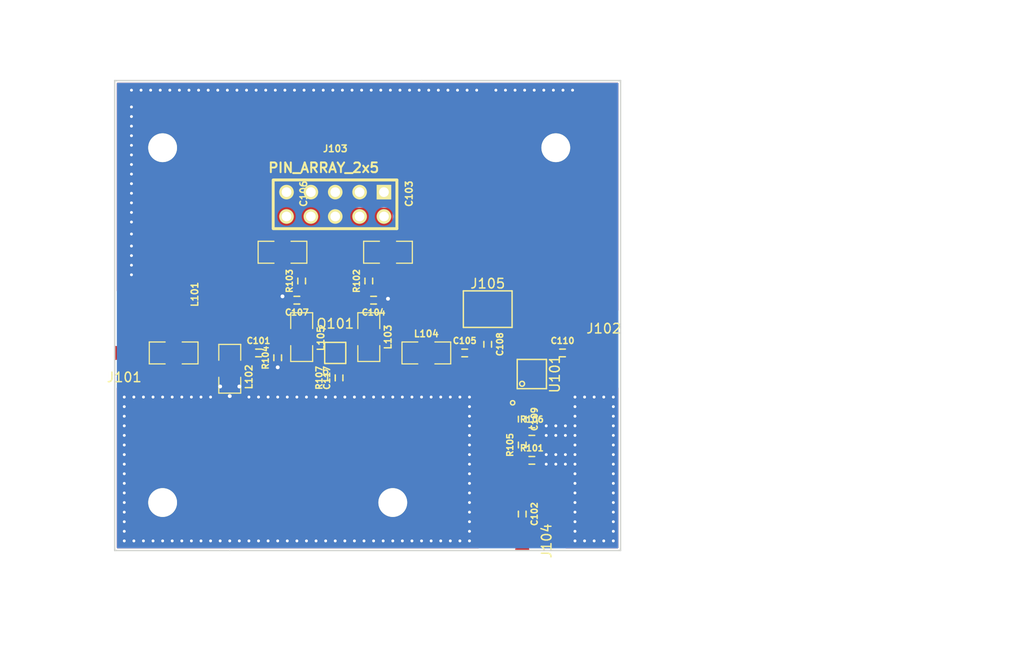
<source format=kicad_pcb>
(kicad_pcb (version 4) (host pcbnew 4.0.7)

  (general
    (links 0)
    (no_connects 18)
    (area 114.966666 78.71257 225.65 149.033334)
    (thickness 1.6)
    (drawings 8)
    (tracks 30)
    (zones 0)
    (modules 247)
    (nets 20)
  )

  (page A4)
  (layers
    (0 F.Cu signal)
    (31 B.Cu signal)
    (32 B.Adhes user)
    (33 F.Adhes user)
    (34 B.Paste user)
    (35 F.Paste user)
    (36 B.SilkS user)
    (37 F.SilkS user)
    (38 B.Mask user)
    (39 F.Mask user hide)
    (40 Dwgs.User user)
    (41 Cmts.User user)
    (42 Eco1.User user)
    (43 Eco2.User user)
    (44 Edge.Cuts user)
    (45 Margin user)
    (46 B.CrtYd user)
    (47 F.CrtYd user)
    (48 B.Fab user)
    (49 F.Fab user)
  )

  (setup
    (last_trace_width 0.4)
    (trace_clearance 0.2)
    (zone_clearance 0.15)
    (zone_45_only no)
    (trace_min 0.2)
    (segment_width 0.2)
    (edge_width 0.15)
    (via_size 1)
    (via_drill 0.4)
    (via_min_size 0.4)
    (via_min_drill 0.3)
    (uvia_size 0.3)
    (uvia_drill 0.1)
    (uvias_allowed no)
    (uvia_min_size 0.2)
    (uvia_min_drill 0.1)
    (pcb_text_width 0.3)
    (pcb_text_size 1.5 1.5)
    (mod_edge_width 0.15)
    (mod_text_size 1 1)
    (mod_text_width 0.15)
    (pad_size 3 3)
    (pad_drill 3)
    (pad_to_mask_clearance 0.2)
    (aux_axis_origin 0 0)
    (visible_elements 7FFFFFFF)
    (pcbplotparams
      (layerselection 0x00000_00000001)
      (usegerberextensions false)
      (excludeedgelayer true)
      (linewidth 0.100000)
      (plotframeref false)
      (viasonmask false)
      (mode 1)
      (useauxorigin false)
      (hpglpennumber 1)
      (hpglpenspeed 20)
      (hpglpendiameter 15)
      (hpglpenoverlay 2)
      (psnegative false)
      (psa4output false)
      (plotreference true)
      (plotvalue true)
      (plotinvisibletext false)
      (padsonsilk false)
      (subtractmaskfromsilk false)
      (outputformat 1)
      (mirror false)
      (drillshape 0)
      (scaleselection 1)
      (outputdirectory gerber))
  )

  (net 0 "")
  (net 1 GND)
  (net 2 VCC)
  (net 3 "Net-(C104-Pad1)")
  (net 4 Vadj)
  (net 5 "Net-(C107-Pad2)")
  (net 6 /r3)
  (net 7 /r2)
  (net 8 /r6)
  (net 9 /r5)
  (net 10 /r1)
  (net 11 /r4)
  (net 12 /r10)
  (net 13 /r11)
  (net 14 /r7)
  (net 15 /r12)
  (net 16 /r13)
  (net 17 /r9)
  (net 18 /r8)
  (net 19 /sd)

  (net_class Default "This is the default net class."
    (clearance 0.2)
    (trace_width 0.4)
    (via_dia 1)
    (via_drill 0.4)
    (uvia_dia 0.3)
    (uvia_drill 0.1)
    (add_net /sd)
    (add_net GND)
    (add_net "Net-(C104-Pad1)")
    (add_net "Net-(C107-Pad2)")
    (add_net VCC)
    (add_net Vadj)
  )

  (net_class rf ""
    (clearance 0.2)
    (trace_width 1.3)
    (via_dia 1)
    (via_drill 0.4)
    (uvia_dia 0.3)
    (uvia_drill 0.1)
    (add_net /r1)
    (add_net /r10)
    (add_net /r11)
    (add_net /r12)
    (add_net /r13)
    (add_net /r2)
    (add_net /r3)
    (add_net /r4)
    (add_net /r5)
    (add_net /r6)
    (add_net /r7)
    (add_net /r8)
    (add_net /r9)
  )

  (module VIA_Workaround:VIA_600_300_GND (layer F.Cu) (tedit 5B2FFAF7) (tstamp 5B486DBD)
    (at 172.75 89)
    (fp_text reference VIA_600_300_GND (at 0 0) (layer F.SilkS) hide
      (effects (font (thickness 0.3048)))
    )
    (fp_text value VAL** (at 0 0) (layer F.SilkS) hide
      (effects (font (thickness 0.3048)))
    )
    (pad 3 thru_hole circle (at 0 0) (size 0.6096 0.6096) (drill 0.3) (layers *.Cu)
      (net 1 GND))
  )

  (module VIA_Workaround:VIA_600_300_GND (layer F.Cu) (tedit 5B2FFAF7) (tstamp 5B486DB9)
    (at 174.75 89 90)
    (fp_text reference VIA_600_300_GND (at 0 0 90) (layer F.SilkS) hide
      (effects (font (thickness 0.3048)))
    )
    (fp_text value VAL** (at 0 0 90) (layer F.SilkS) hide
      (effects (font (thickness 0.3048)))
    )
    (pad 3 thru_hole circle (at 0 0 90) (size 0.6096 0.6096) (drill 0.3) (layers *.Cu)
      (net 1 GND))
  )

  (module VIA_Workaround:VIA_600_300_GND (layer F.Cu) (tedit 5B2FFAF7) (tstamp 5B486DB5)
    (at 171.75 89)
    (fp_text reference VIA_600_300_GND (at 0 0) (layer F.SilkS) hide
      (effects (font (thickness 0.3048)))
    )
    (fp_text value VAL** (at 0 0) (layer F.SilkS) hide
      (effects (font (thickness 0.3048)))
    )
    (pad 3 thru_hole circle (at 0 0) (size 0.6096 0.6096) (drill 0.3) (layers *.Cu)
      (net 1 GND))
  )

  (module VIA_Workaround:VIA_600_300_GND (layer F.Cu) (tedit 5B2FFAF7) (tstamp 5B486DB1)
    (at 170.75 89)
    (fp_text reference VIA_600_300_GND (at 0 0) (layer F.SilkS) hide
      (effects (font (thickness 0.3048)))
    )
    (fp_text value VAL** (at 0 0) (layer F.SilkS) hide
      (effects (font (thickness 0.3048)))
    )
    (pad 3 thru_hole circle (at 0 0) (size 0.6096 0.6096) (drill 0.3) (layers *.Cu)
      (net 1 GND))
  )

  (module VIA_Workaround:VIA_600_300_GND (layer F.Cu) (tedit 5B2FFAF7) (tstamp 5B486DAD)
    (at 173.75 89)
    (fp_text reference VIA_600_300_GND (at 0 0) (layer F.SilkS) hide
      (effects (font (thickness 0.3048)))
    )
    (fp_text value VAL** (at 0 0) (layer F.SilkS) hide
      (effects (font (thickness 0.3048)))
    )
    (pad 3 thru_hole circle (at 0 0) (size 0.6096 0.6096) (drill 0.3) (layers *.Cu)
      (net 1 GND))
  )

  (module VIA_Workaround:VIA_600_300_GND (layer F.Cu) (tedit 5B2FFAF7) (tstamp 5B486DA9)
    (at 169.75 89)
    (fp_text reference VIA_600_300_GND (at 0 0) (layer F.SilkS) hide
      (effects (font (thickness 0.3048)))
    )
    (fp_text value VAL** (at 0 0) (layer F.SilkS) hide
      (effects (font (thickness 0.3048)))
    )
    (pad 3 thru_hole circle (at 0 0) (size 0.6096 0.6096) (drill 0.3) (layers *.Cu)
      (net 1 GND))
  )

  (module VIA_Workaround:VIA_600_300_GND (layer F.Cu) (tedit 5B2FFAF7) (tstamp 5B486DA5)
    (at 168.75 89)
    (fp_text reference VIA_600_300_GND (at 0 0) (layer F.SilkS) hide
      (effects (font (thickness 0.3048)))
    )
    (fp_text value VAL** (at 0 0) (layer F.SilkS) hide
      (effects (font (thickness 0.3048)))
    )
    (pad 3 thru_hole circle (at 0 0) (size 0.6096 0.6096) (drill 0.3) (layers *.Cu)
      (net 1 GND))
  )

  (module VIA_Workaround:VIA_600_300_GND (layer F.Cu) (tedit 5B2FFAF7) (tstamp 5B486DA1)
    (at 167.75 89)
    (fp_text reference VIA_600_300_GND (at 0 0) (layer F.SilkS) hide
      (effects (font (thickness 0.3048)))
    )
    (fp_text value VAL** (at 0 0) (layer F.SilkS) hide
      (effects (font (thickness 0.3048)))
    )
    (pad 3 thru_hole circle (at 0 0) (size 0.6096 0.6096) (drill 0.3) (layers *.Cu)
      (net 1 GND))
  )

  (module VIA_Workaround:VIA_600_300_GND (layer F.Cu) (tedit 5B2FFAF7) (tstamp 5B486D9D)
    (at 166.75 89)
    (fp_text reference VIA_600_300_GND (at 0 0) (layer F.SilkS) hide
      (effects (font (thickness 0.3048)))
    )
    (fp_text value VAL** (at 0 0) (layer F.SilkS) hide
      (effects (font (thickness 0.3048)))
    )
    (pad 3 thru_hole circle (at 0 0) (size 0.6096 0.6096) (drill 0.3) (layers *.Cu)
      (net 1 GND))
  )

  (module VIA_Workaround:VIA_600_300_GND (layer F.Cu) (tedit 5B2FFAF7) (tstamp 5B486D97)
    (at 128.75 104 90)
    (fp_text reference VIA_600_300_GND (at 0 0 90) (layer F.SilkS) hide
      (effects (font (thickness 0.3048)))
    )
    (fp_text value VAL** (at 0 0 90) (layer F.SilkS) hide
      (effects (font (thickness 0.3048)))
    )
    (pad 3 thru_hole circle (at 0 0 90) (size 0.6096 0.6096) (drill 0.3) (layers *.Cu)
      (net 1 GND))
  )

  (module VIA_Workaround:VIA_600_300_GND (layer F.Cu) (tedit 5B2FFAF7) (tstamp 5B486D91)
    (at 128.75 107.25 90)
    (fp_text reference VIA_600_300_GND (at 0 0 90) (layer F.SilkS) hide
      (effects (font (thickness 0.3048)))
    )
    (fp_text value VAL** (at 0 0 90) (layer F.SilkS) hide
      (effects (font (thickness 0.3048)))
    )
    (pad 3 thru_hole circle (at 0 0 90) (size 0.6096 0.6096) (drill 0.3) (layers *.Cu)
      (net 1 GND))
  )

  (module VIA_Workaround:VIA_600_300_GND (layer F.Cu) (tedit 5B2FFAF7) (tstamp 5B486D8D)
    (at 128.75 106.25 90)
    (fp_text reference VIA_600_300_GND (at 0 0 90) (layer F.SilkS) hide
      (effects (font (thickness 0.3048)))
    )
    (fp_text value VAL** (at 0 0 90) (layer F.SilkS) hide
      (effects (font (thickness 0.3048)))
    )
    (pad 3 thru_hole circle (at 0 0 90) (size 0.6096 0.6096) (drill 0.3) (layers *.Cu)
      (net 1 GND))
  )

  (module VIA_Workaround:VIA_600_300_GND (layer F.Cu) (tedit 5B2FFAF7) (tstamp 5B486D89)
    (at 128.75 105.25 90)
    (fp_text reference VIA_600_300_GND (at 0 0 90) (layer F.SilkS) hide
      (effects (font (thickness 0.3048)))
    )
    (fp_text value VAL** (at 0 0 90) (layer F.SilkS) hide
      (effects (font (thickness 0.3048)))
    )
    (pad 3 thru_hole circle (at 0 0 90) (size 0.6096 0.6096) (drill 0.3) (layers *.Cu)
      (net 1 GND))
  )

  (module VIA_Workaround:VIA_600_300_GND (layer F.Cu) (tedit 5B2FFAF7) (tstamp 5B486D85)
    (at 128.75 108.25 90)
    (fp_text reference VIA_600_300_GND (at 0 0 90) (layer F.SilkS) hide
      (effects (font (thickness 0.3048)))
    )
    (fp_text value VAL** (at 0 0 90) (layer F.SilkS) hide
      (effects (font (thickness 0.3048)))
    )
    (pad 3 thru_hole circle (at 0 0 90) (size 0.6096 0.6096) (drill 0.3) (layers *.Cu)
      (net 1 GND))
  )

  (module VIA_Workaround:VIA_600_300_GND (layer F.Cu) (tedit 5B2FFAF7) (tstamp 5B486D7F)
    (at 128.75 90.75 90)
    (fp_text reference VIA_600_300_GND (at 0 0 90) (layer F.SilkS) hide
      (effects (font (thickness 0.3048)))
    )
    (fp_text value VAL** (at 0 0 90) (layer F.SilkS) hide
      (effects (font (thickness 0.3048)))
    )
    (pad 3 thru_hole circle (at 0 0 90) (size 0.6096 0.6096) (drill 0.3) (layers *.Cu)
      (net 1 GND))
  )

  (module VIA_Workaround:VIA_600_300_GND (layer F.Cu) (tedit 5B2FFAF7) (tstamp 5B486D7B)
    (at 128.75 94.75 90)
    (fp_text reference VIA_600_300_GND (at 0 0 90) (layer F.SilkS) hide
      (effects (font (thickness 0.3048)))
    )
    (fp_text value VAL** (at 0 0 90) (layer F.SilkS) hide
      (effects (font (thickness 0.3048)))
    )
    (pad 3 thru_hole circle (at 0 0 90) (size 0.6096 0.6096) (drill 0.3) (layers *.Cu)
      (net 1 GND))
  )

  (module VIA_Workaround:VIA_600_300_GND (layer F.Cu) (tedit 5B2FFAF7) (tstamp 5B486D77)
    (at 128.75 93.75 90)
    (fp_text reference VIA_600_300_GND (at 0 0 90) (layer F.SilkS) hide
      (effects (font (thickness 0.3048)))
    )
    (fp_text value VAL** (at 0 0 90) (layer F.SilkS) hide
      (effects (font (thickness 0.3048)))
    )
    (pad 3 thru_hole circle (at 0 0 90) (size 0.6096 0.6096) (drill 0.3) (layers *.Cu)
      (net 1 GND))
  )

  (module VIA_Workaround:VIA_600_300_GND (layer F.Cu) (tedit 5B2FFAF7) (tstamp 5B486D73)
    (at 128.75 92.75 90)
    (fp_text reference VIA_600_300_GND (at 0 0 90) (layer F.SilkS) hide
      (effects (font (thickness 0.3048)))
    )
    (fp_text value VAL** (at 0 0 90) (layer F.SilkS) hide
      (effects (font (thickness 0.3048)))
    )
    (pad 3 thru_hole circle (at 0 0 90) (size 0.6096 0.6096) (drill 0.3) (layers *.Cu)
      (net 1 GND))
  )

  (module VIA_Workaround:VIA_600_300_GND (layer F.Cu) (tedit 5B2FFAF7) (tstamp 5B486D6F)
    (at 128.75 91.75 90)
    (fp_text reference VIA_600_300_GND (at 0 0 90) (layer F.SilkS) hide
      (effects (font (thickness 0.3048)))
    )
    (fp_text value VAL** (at 0 0 90) (layer F.SilkS) hide
      (effects (font (thickness 0.3048)))
    )
    (pad 3 thru_hole circle (at 0 0 90) (size 0.6096 0.6096) (drill 0.3) (layers *.Cu)
      (net 1 GND))
  )

  (module VIA_Workaround:VIA_600_300_GND (layer F.Cu) (tedit 5B2FFAF7) (tstamp 5B486D6B)
    (at 128.75 95.75 90)
    (fp_text reference VIA_600_300_GND (at 0 0 90) (layer F.SilkS) hide
      (effects (font (thickness 0.3048)))
    )
    (fp_text value VAL** (at 0 0 90) (layer F.SilkS) hide
      (effects (font (thickness 0.3048)))
    )
    (pad 3 thru_hole circle (at 0 0 90) (size 0.6096 0.6096) (drill 0.3) (layers *.Cu)
      (net 1 GND))
  )

  (module VIA_Workaround:VIA_600_300_GND (layer F.Cu) (tedit 5B2FFAF7) (tstamp 5B486D67)
    (at 128.75 96.75 90)
    (fp_text reference VIA_600_300_GND (at 0 0 90) (layer F.SilkS) hide
      (effects (font (thickness 0.3048)))
    )
    (fp_text value VAL** (at 0 0 90) (layer F.SilkS) hide
      (effects (font (thickness 0.3048)))
    )
    (pad 3 thru_hole circle (at 0 0 90) (size 0.6096 0.6096) (drill 0.3) (layers *.Cu)
      (net 1 GND))
  )

  (module VIA_Workaround:VIA_600_300_GND (layer F.Cu) (tedit 5B2FFAF7) (tstamp 5B486D63)
    (at 128.75 97.75 90)
    (fp_text reference VIA_600_300_GND (at 0 0 90) (layer F.SilkS) hide
      (effects (font (thickness 0.3048)))
    )
    (fp_text value VAL** (at 0 0 90) (layer F.SilkS) hide
      (effects (font (thickness 0.3048)))
    )
    (pad 3 thru_hole circle (at 0 0 90) (size 0.6096 0.6096) (drill 0.3) (layers *.Cu)
      (net 1 GND))
  )

  (module VIA_Workaround:VIA_600_300_GND (layer F.Cu) (tedit 5B2FFAF7) (tstamp 5B486D5F)
    (at 128.75 102.75 90)
    (fp_text reference VIA_600_300_GND (at 0 0 90) (layer F.SilkS) hide
      (effects (font (thickness 0.3048)))
    )
    (fp_text value VAL** (at 0 0 90) (layer F.SilkS) hide
      (effects (font (thickness 0.3048)))
    )
    (pad 3 thru_hole circle (at 0 0 90) (size 0.6096 0.6096) (drill 0.3) (layers *.Cu)
      (net 1 GND))
  )

  (module VIA_Workaround:VIA_600_300_GND (layer F.Cu) (tedit 5B2FFAF7) (tstamp 5B486D5B)
    (at 128.75 98.75 90)
    (fp_text reference VIA_600_300_GND (at 0 0 90) (layer F.SilkS) hide
      (effects (font (thickness 0.3048)))
    )
    (fp_text value VAL** (at 0 0 90) (layer F.SilkS) hide
      (effects (font (thickness 0.3048)))
    )
    (pad 3 thru_hole circle (at 0 0 90) (size 0.6096 0.6096) (drill 0.3) (layers *.Cu)
      (net 1 GND))
  )

  (module VIA_Workaround:VIA_600_300_GND (layer F.Cu) (tedit 5B2FFAF7) (tstamp 5B486D57)
    (at 128.75 99.75 90)
    (fp_text reference VIA_600_300_GND (at 0 0 90) (layer F.SilkS) hide
      (effects (font (thickness 0.3048)))
    )
    (fp_text value VAL** (at 0 0 90) (layer F.SilkS) hide
      (effects (font (thickness 0.3048)))
    )
    (pad 3 thru_hole circle (at 0 0 90) (size 0.6096 0.6096) (drill 0.3) (layers *.Cu)
      (net 1 GND))
  )

  (module VIA_Workaround:VIA_600_300_GND (layer F.Cu) (tedit 5B2FFAF7) (tstamp 5B486D53)
    (at 128.75 101.75 90)
    (fp_text reference VIA_600_300_GND (at 0 0 90) (layer F.SilkS) hide
      (effects (font (thickness 0.3048)))
    )
    (fp_text value VAL** (at 0 0 90) (layer F.SilkS) hide
      (effects (font (thickness 0.3048)))
    )
    (pad 3 thru_hole circle (at 0 0 90) (size 0.6096 0.6096) (drill 0.3) (layers *.Cu)
      (net 1 GND))
  )

  (module VIA_Workaround:VIA_600_300_GND (layer F.Cu) (tedit 5B2FFAF7) (tstamp 5B486D4F)
    (at 128.75 100.75 90)
    (fp_text reference VIA_600_300_GND (at 0 0 90) (layer F.SilkS) hide
      (effects (font (thickness 0.3048)))
    )
    (fp_text value VAL** (at 0 0 90) (layer F.SilkS) hide
      (effects (font (thickness 0.3048)))
    )
    (pad 3 thru_hole circle (at 0 0 90) (size 0.6096 0.6096) (drill 0.3) (layers *.Cu)
      (net 1 GND))
  )

  (module VIA_Workaround:VIA_600_300_GND (layer F.Cu) (tedit 5B2FFAF7) (tstamp 5B4866A9)
    (at 144.75 89)
    (fp_text reference VIA_600_300_GND (at 0 0) (layer F.SilkS) hide
      (effects (font (thickness 0.3048)))
    )
    (fp_text value VAL** (at 0 0) (layer F.SilkS) hide
      (effects (font (thickness 0.3048)))
    )
    (pad 3 thru_hole circle (at 0 0) (size 0.6096 0.6096) (drill 0.3) (layers *.Cu)
      (net 1 GND))
  )

  (module VIA_Workaround:VIA_600_300_GND (layer F.Cu) (tedit 5B2FFAF7) (tstamp 5B4866A5)
    (at 150.75 89)
    (fp_text reference VIA_600_300_GND (at 0 0) (layer F.SilkS) hide
      (effects (font (thickness 0.3048)))
    )
    (fp_text value VAL** (at 0 0) (layer F.SilkS) hide
      (effects (font (thickness 0.3048)))
    )
    (pad 3 thru_hole circle (at 0 0) (size 0.6096 0.6096) (drill 0.3) (layers *.Cu)
      (net 1 GND))
  )

  (module VIA_Workaround:VIA_600_300_GND (layer F.Cu) (tedit 5B2FFAF7) (tstamp 5B4866A1)
    (at 145.75 89)
    (fp_text reference VIA_600_300_GND (at 0 0) (layer F.SilkS) hide
      (effects (font (thickness 0.3048)))
    )
    (fp_text value VAL** (at 0 0) (layer F.SilkS) hide
      (effects (font (thickness 0.3048)))
    )
    (pad 3 thru_hole circle (at 0 0) (size 0.6096 0.6096) (drill 0.3) (layers *.Cu)
      (net 1 GND))
  )

  (module VIA_Workaround:VIA_600_300_GND (layer F.Cu) (tedit 5B2FFAF7) (tstamp 5B48669D)
    (at 146.75 89)
    (fp_text reference VIA_600_300_GND (at 0 0) (layer F.SilkS) hide
      (effects (font (thickness 0.3048)))
    )
    (fp_text value VAL** (at 0 0) (layer F.SilkS) hide
      (effects (font (thickness 0.3048)))
    )
    (pad 3 thru_hole circle (at 0 0) (size 0.6096 0.6096) (drill 0.3) (layers *.Cu)
      (net 1 GND))
  )

  (module VIA_Workaround:VIA_600_300_GND (layer F.Cu) (tedit 5B2FFAF7) (tstamp 5B486699)
    (at 147.75 89)
    (fp_text reference VIA_600_300_GND (at 0 0) (layer F.SilkS) hide
      (effects (font (thickness 0.3048)))
    )
    (fp_text value VAL** (at 0 0) (layer F.SilkS) hide
      (effects (font (thickness 0.3048)))
    )
    (pad 3 thru_hole circle (at 0 0) (size 0.6096 0.6096) (drill 0.3) (layers *.Cu)
      (net 1 GND))
  )

  (module VIA_Workaround:VIA_600_300_GND (layer F.Cu) (tedit 5B2FFAF7) (tstamp 5B486695)
    (at 148.75 89)
    (fp_text reference VIA_600_300_GND (at 0 0) (layer F.SilkS) hide
      (effects (font (thickness 0.3048)))
    )
    (fp_text value VAL** (at 0 0) (layer F.SilkS) hide
      (effects (font (thickness 0.3048)))
    )
    (pad 3 thru_hole circle (at 0 0) (size 0.6096 0.6096) (drill 0.3) (layers *.Cu)
      (net 1 GND))
  )

  (module VIA_Workaround:VIA_600_300_GND (layer F.Cu) (tedit 5B2FFAF7) (tstamp 5B486691)
    (at 149.75 89)
    (fp_text reference VIA_600_300_GND (at 0 0) (layer F.SilkS) hide
      (effects (font (thickness 0.3048)))
    )
    (fp_text value VAL** (at 0 0) (layer F.SilkS) hide
      (effects (font (thickness 0.3048)))
    )
    (pad 3 thru_hole circle (at 0 0) (size 0.6096 0.6096) (drill 0.3) (layers *.Cu)
      (net 1 GND))
  )

  (module VIA_Workaround:VIA_600_300_GND (layer F.Cu) (tedit 5B2FFAF7) (tstamp 5B48668D)
    (at 157.75 89)
    (fp_text reference VIA_600_300_GND (at 0 0) (layer F.SilkS) hide
      (effects (font (thickness 0.3048)))
    )
    (fp_text value VAL** (at 0 0) (layer F.SilkS) hide
      (effects (font (thickness 0.3048)))
    )
    (pad 3 thru_hole circle (at 0 0) (size 0.6096 0.6096) (drill 0.3) (layers *.Cu)
      (net 1 GND))
  )

  (module VIA_Workaround:VIA_600_300_GND (layer F.Cu) (tedit 5B2FFAF7) (tstamp 5B486689)
    (at 151.75 89)
    (fp_text reference VIA_600_300_GND (at 0 0) (layer F.SilkS) hide
      (effects (font (thickness 0.3048)))
    )
    (fp_text value VAL** (at 0 0) (layer F.SilkS) hide
      (effects (font (thickness 0.3048)))
    )
    (pad 3 thru_hole circle (at 0 0) (size 0.6096 0.6096) (drill 0.3) (layers *.Cu)
      (net 1 GND))
  )

  (module VIA_Workaround:VIA_600_300_GND (layer F.Cu) (tedit 5B2FFAF7) (tstamp 5B486685)
    (at 153.75 89)
    (fp_text reference VIA_600_300_GND (at 0 0) (layer F.SilkS) hide
      (effects (font (thickness 0.3048)))
    )
    (fp_text value VAL** (at 0 0) (layer F.SilkS) hide
      (effects (font (thickness 0.3048)))
    )
    (pad 3 thru_hole circle (at 0 0) (size 0.6096 0.6096) (drill 0.3) (layers *.Cu)
      (net 1 GND))
  )

  (module VIA_Workaround:VIA_600_300_GND (layer F.Cu) (tedit 5B2FFAF7) (tstamp 5B486681)
    (at 154.75 89)
    (fp_text reference VIA_600_300_GND (at 0 0) (layer F.SilkS) hide
      (effects (font (thickness 0.3048)))
    )
    (fp_text value VAL** (at 0 0) (layer F.SilkS) hide
      (effects (font (thickness 0.3048)))
    )
    (pad 3 thru_hole circle (at 0 0) (size 0.6096 0.6096) (drill 0.3) (layers *.Cu)
      (net 1 GND))
  )

  (module VIA_Workaround:VIA_600_300_GND (layer F.Cu) (tedit 5B2FFAF7) (tstamp 5B48667D)
    (at 152.75 89)
    (fp_text reference VIA_600_300_GND (at 0 0) (layer F.SilkS) hide
      (effects (font (thickness 0.3048)))
    )
    (fp_text value VAL** (at 0 0) (layer F.SilkS) hide
      (effects (font (thickness 0.3048)))
    )
    (pad 3 thru_hole circle (at 0 0) (size 0.6096 0.6096) (drill 0.3) (layers *.Cu)
      (net 1 GND))
  )

  (module VIA_Workaround:VIA_600_300_GND (layer F.Cu) (tedit 5B2FFAF7) (tstamp 5B486679)
    (at 155.75 89)
    (fp_text reference VIA_600_300_GND (at 0 0) (layer F.SilkS) hide
      (effects (font (thickness 0.3048)))
    )
    (fp_text value VAL** (at 0 0) (layer F.SilkS) hide
      (effects (font (thickness 0.3048)))
    )
    (pad 3 thru_hole circle (at 0 0) (size 0.6096 0.6096) (drill 0.3) (layers *.Cu)
      (net 1 GND))
  )

  (module VIA_Workaround:VIA_600_300_GND (layer F.Cu) (tedit 5B2FFAF7) (tstamp 5B486675)
    (at 156.75 89)
    (fp_text reference VIA_600_300_GND (at 0 0) (layer F.SilkS) hide
      (effects (font (thickness 0.3048)))
    )
    (fp_text value VAL** (at 0 0) (layer F.SilkS) hide
      (effects (font (thickness 0.3048)))
    )
    (pad 3 thru_hole circle (at 0 0) (size 0.6096 0.6096) (drill 0.3) (layers *.Cu)
      (net 1 GND))
  )

  (module VIA_Workaround:VIA_600_300_GND (layer F.Cu) (tedit 5B2FFAF7) (tstamp 5B486671)
    (at 159.75 89)
    (fp_text reference VIA_600_300_GND (at 0 0) (layer F.SilkS) hide
      (effects (font (thickness 0.3048)))
    )
    (fp_text value VAL** (at 0 0) (layer F.SilkS) hide
      (effects (font (thickness 0.3048)))
    )
    (pad 3 thru_hole circle (at 0 0) (size 0.6096 0.6096) (drill 0.3) (layers *.Cu)
      (net 1 GND))
  )

  (module VIA_Workaround:VIA_600_300_GND (layer F.Cu) (tedit 5B2FFAF7) (tstamp 5B48666D)
    (at 161.75 89)
    (fp_text reference VIA_600_300_GND (at 0 0) (layer F.SilkS) hide
      (effects (font (thickness 0.3048)))
    )
    (fp_text value VAL** (at 0 0) (layer F.SilkS) hide
      (effects (font (thickness 0.3048)))
    )
    (pad 3 thru_hole circle (at 0 0) (size 0.6096 0.6096) (drill 0.3) (layers *.Cu)
      (net 1 GND))
  )

  (module VIA_Workaround:VIA_600_300_GND (layer F.Cu) (tedit 5B2FFAF7) (tstamp 5B486669)
    (at 164.75 89 90)
    (fp_text reference VIA_600_300_GND (at 0 0 90) (layer F.SilkS) hide
      (effects (font (thickness 0.3048)))
    )
    (fp_text value VAL** (at 0 0 90) (layer F.SilkS) hide
      (effects (font (thickness 0.3048)))
    )
    (pad 3 thru_hole circle (at 0 0 90) (size 0.6096 0.6096) (drill 0.3) (layers *.Cu)
      (net 1 GND))
  )

  (module VIA_Workaround:VIA_600_300_GND (layer F.Cu) (tedit 5B2FFAF7) (tstamp 5B486665)
    (at 160.75 89)
    (fp_text reference VIA_600_300_GND (at 0 0) (layer F.SilkS) hide
      (effects (font (thickness 0.3048)))
    )
    (fp_text value VAL** (at 0 0) (layer F.SilkS) hide
      (effects (font (thickness 0.3048)))
    )
    (pad 3 thru_hole circle (at 0 0) (size 0.6096 0.6096) (drill 0.3) (layers *.Cu)
      (net 1 GND))
  )

  (module VIA_Workaround:VIA_600_300_GND (layer F.Cu) (tedit 5B2FFAF7) (tstamp 5B486661)
    (at 162.75 89)
    (fp_text reference VIA_600_300_GND (at 0 0) (layer F.SilkS) hide
      (effects (font (thickness 0.3048)))
    )
    (fp_text value VAL** (at 0 0) (layer F.SilkS) hide
      (effects (font (thickness 0.3048)))
    )
    (pad 3 thru_hole circle (at 0 0) (size 0.6096 0.6096) (drill 0.3) (layers *.Cu)
      (net 1 GND))
  )

  (module VIA_Workaround:VIA_600_300_GND (layer F.Cu) (tedit 5B2FFAF7) (tstamp 5B48665D)
    (at 158.75 89)
    (fp_text reference VIA_600_300_GND (at 0 0) (layer F.SilkS) hide
      (effects (font (thickness 0.3048)))
    )
    (fp_text value VAL** (at 0 0) (layer F.SilkS) hide
      (effects (font (thickness 0.3048)))
    )
    (pad 3 thru_hole circle (at 0 0) (size 0.6096 0.6096) (drill 0.3) (layers *.Cu)
      (net 1 GND))
  )

  (module VIA_Workaround:VIA_600_300_GND (layer F.Cu) (tedit 5B2FFAF7) (tstamp 5B486659)
    (at 163.75 89)
    (fp_text reference VIA_600_300_GND (at 0 0) (layer F.SilkS) hide
      (effects (font (thickness 0.3048)))
    )
    (fp_text value VAL** (at 0 0) (layer F.SilkS) hide
      (effects (font (thickness 0.3048)))
    )
    (pad 3 thru_hole circle (at 0 0) (size 0.6096 0.6096) (drill 0.3) (layers *.Cu)
      (net 1 GND))
  )

  (module VIA_Workaround:VIA_600_300_GND (layer F.Cu) (tedit 5B2FFAF7) (tstamp 5B486655)
    (at 138.75 89)
    (fp_text reference VIA_600_300_GND (at 0 0) (layer F.SilkS) hide
      (effects (font (thickness 0.3048)))
    )
    (fp_text value VAL** (at 0 0) (layer F.SilkS) hide
      (effects (font (thickness 0.3048)))
    )
    (pad 3 thru_hole circle (at 0 0) (size 0.6096 0.6096) (drill 0.3) (layers *.Cu)
      (net 1 GND))
  )

  (module VIA_Workaround:VIA_600_300_GND (layer F.Cu) (tedit 5B2FFAF7) (tstamp 5B486651)
    (at 135.75 89)
    (fp_text reference VIA_600_300_GND (at 0 0) (layer F.SilkS) hide
      (effects (font (thickness 0.3048)))
    )
    (fp_text value VAL** (at 0 0) (layer F.SilkS) hide
      (effects (font (thickness 0.3048)))
    )
    (pad 3 thru_hole circle (at 0 0) (size 0.6096 0.6096) (drill 0.3) (layers *.Cu)
      (net 1 GND))
  )

  (module VIA_Workaround:VIA_600_300_GND (layer F.Cu) (tedit 5B2FFAF7) (tstamp 5B48664D)
    (at 137.75 89)
    (fp_text reference VIA_600_300_GND (at 0 0) (layer F.SilkS) hide
      (effects (font (thickness 0.3048)))
    )
    (fp_text value VAL** (at 0 0) (layer F.SilkS) hide
      (effects (font (thickness 0.3048)))
    )
    (pad 3 thru_hole circle (at 0 0) (size 0.6096 0.6096) (drill 0.3) (layers *.Cu)
      (net 1 GND))
  )

  (module VIA_Workaround:VIA_600_300_GND (layer F.Cu) (tedit 5B2FFAF7) (tstamp 5B486649)
    (at 136.75 89)
    (fp_text reference VIA_600_300_GND (at 0 0) (layer F.SilkS) hide
      (effects (font (thickness 0.3048)))
    )
    (fp_text value VAL** (at 0 0) (layer F.SilkS) hide
      (effects (font (thickness 0.3048)))
    )
    (pad 3 thru_hole circle (at 0 0) (size 0.6096 0.6096) (drill 0.3) (layers *.Cu)
      (net 1 GND))
  )

  (module VIA_Workaround:VIA_600_300_GND (layer F.Cu) (tedit 5B2FFAF7) (tstamp 5B486645)
    (at 134.75 89)
    (fp_text reference VIA_600_300_GND (at 0 0) (layer F.SilkS) hide
      (effects (font (thickness 0.3048)))
    )
    (fp_text value VAL** (at 0 0) (layer F.SilkS) hide
      (effects (font (thickness 0.3048)))
    )
    (pad 3 thru_hole circle (at 0 0) (size 0.6096 0.6096) (drill 0.3) (layers *.Cu)
      (net 1 GND))
  )

  (module VIA_Workaround:VIA_600_300_GND (layer F.Cu) (tedit 5B2FFAF7) (tstamp 5B486641)
    (at 141.75 89)
    (fp_text reference VIA_600_300_GND (at 0 0) (layer F.SilkS) hide
      (effects (font (thickness 0.3048)))
    )
    (fp_text value VAL** (at 0 0) (layer F.SilkS) hide
      (effects (font (thickness 0.3048)))
    )
    (pad 3 thru_hole circle (at 0 0) (size 0.6096 0.6096) (drill 0.3) (layers *.Cu)
      (net 1 GND))
  )

  (module VIA_Workaround:VIA_600_300_GND (layer F.Cu) (tedit 5B2FFAF7) (tstamp 5B48663D)
    (at 140.75 89)
    (fp_text reference VIA_600_300_GND (at 0 0) (layer F.SilkS) hide
      (effects (font (thickness 0.3048)))
    )
    (fp_text value VAL** (at 0 0) (layer F.SilkS) hide
      (effects (font (thickness 0.3048)))
    )
    (pad 3 thru_hole circle (at 0 0) (size 0.6096 0.6096) (drill 0.3) (layers *.Cu)
      (net 1 GND))
  )

  (module VIA_Workaround:VIA_600_300_GND (layer F.Cu) (tedit 5B2FFAF7) (tstamp 5B486639)
    (at 139.75 89)
    (fp_text reference VIA_600_300_GND (at 0 0) (layer F.SilkS) hide
      (effects (font (thickness 0.3048)))
    )
    (fp_text value VAL** (at 0 0) (layer F.SilkS) hide
      (effects (font (thickness 0.3048)))
    )
    (pad 3 thru_hole circle (at 0 0) (size 0.6096 0.6096) (drill 0.3) (layers *.Cu)
      (net 1 GND))
  )

  (module VIA_Workaround:VIA_600_300_GND (layer F.Cu) (tedit 5B2FFAF7) (tstamp 5B486635)
    (at 143.75 89)
    (fp_text reference VIA_600_300_GND (at 0 0) (layer F.SilkS) hide
      (effects (font (thickness 0.3048)))
    )
    (fp_text value VAL** (at 0 0) (layer F.SilkS) hide
      (effects (font (thickness 0.3048)))
    )
    (pad 3 thru_hole circle (at 0 0) (size 0.6096 0.6096) (drill 0.3) (layers *.Cu)
      (net 1 GND))
  )

  (module VIA_Workaround:VIA_600_300_GND (layer F.Cu) (tedit 5B2FFAF7) (tstamp 5B486631)
    (at 142.75 89)
    (fp_text reference VIA_600_300_GND (at 0 0) (layer F.SilkS) hide
      (effects (font (thickness 0.3048)))
    )
    (fp_text value VAL** (at 0 0) (layer F.SilkS) hide
      (effects (font (thickness 0.3048)))
    )
    (pad 3 thru_hole circle (at 0 0) (size 0.6096 0.6096) (drill 0.3) (layers *.Cu)
      (net 1 GND))
  )

  (module VIA_Workaround:VIA_600_300_GND (layer F.Cu) (tedit 5B2FFAF7) (tstamp 5B48662D)
    (at 133.75 89)
    (fp_text reference VIA_600_300_GND (at 0 0) (layer F.SilkS) hide
      (effects (font (thickness 0.3048)))
    )
    (fp_text value VAL** (at 0 0) (layer F.SilkS) hide
      (effects (font (thickness 0.3048)))
    )
    (pad 3 thru_hole circle (at 0 0) (size 0.6096 0.6096) (drill 0.3) (layers *.Cu)
      (net 1 GND))
  )

  (module VIA_Workaround:VIA_600_300_GND (layer F.Cu) (tedit 5B2FFAF7) (tstamp 5B486629)
    (at 132.75 89)
    (fp_text reference VIA_600_300_GND (at 0 0) (layer F.SilkS) hide
      (effects (font (thickness 0.3048)))
    )
    (fp_text value VAL** (at 0 0) (layer F.SilkS) hide
      (effects (font (thickness 0.3048)))
    )
    (pad 3 thru_hole circle (at 0 0) (size 0.6096 0.6096) (drill 0.3) (layers *.Cu)
      (net 1 GND))
  )

  (module VIA_Workaround:VIA_600_300_GND (layer F.Cu) (tedit 5B2FFAF7) (tstamp 5B486625)
    (at 129.75 89)
    (fp_text reference VIA_600_300_GND (at 0 0) (layer F.SilkS) hide
      (effects (font (thickness 0.3048)))
    )
    (fp_text value VAL** (at 0 0) (layer F.SilkS) hide
      (effects (font (thickness 0.3048)))
    )
    (pad 3 thru_hole circle (at 0 0) (size 0.6096 0.6096) (drill 0.3) (layers *.Cu)
      (net 1 GND))
  )

  (module VIA_Workaround:VIA_600_300_GND (layer F.Cu) (tedit 5B2FFAF7) (tstamp 5B486621)
    (at 130.75 89)
    (fp_text reference VIA_600_300_GND (at 0 0) (layer F.SilkS) hide
      (effects (font (thickness 0.3048)))
    )
    (fp_text value VAL** (at 0 0) (layer F.SilkS) hide
      (effects (font (thickness 0.3048)))
    )
    (pad 3 thru_hole circle (at 0 0) (size 0.6096 0.6096) (drill 0.3) (layers *.Cu)
      (net 1 GND))
  )

  (module VIA_Workaround:VIA_600_300_GND (layer F.Cu) (tedit 5B2FFAF7) (tstamp 5B48661D)
    (at 131.75 89)
    (fp_text reference VIA_600_300_GND (at 0 0) (layer F.SilkS) hide
      (effects (font (thickness 0.3048)))
    )
    (fp_text value VAL** (at 0 0) (layer F.SilkS) hide
      (effects (font (thickness 0.3048)))
    )
    (pad 3 thru_hole circle (at 0 0) (size 0.6096 0.6096) (drill 0.3) (layers *.Cu)
      (net 1 GND))
  )

  (module VIA_Workaround:VIA_600_300_GND (layer F.Cu) (tedit 5B2FFAF7) (tstamp 5B486619)
    (at 128.75 89)
    (fp_text reference VIA_600_300_GND (at 0 0) (layer F.SilkS) hide
      (effects (font (thickness 0.3048)))
    )
    (fp_text value VAL** (at 0 0) (layer F.SilkS) hide
      (effects (font (thickness 0.3048)))
    )
    (pad 3 thru_hole circle (at 0 0) (size 0.6096 0.6096) (drill 0.3) (layers *.Cu)
      (net 1 GND))
  )

  (module VIA_Workaround:VIA_600_300_GND (layer F.Cu) (tedit 5B2FFAF7) (tstamp 5B3005D2)
    (at 174 128)
    (fp_text reference VIA_600_300_GND (at 0 0) (layer F.SilkS) hide
      (effects (font (thickness 0.3048)))
    )
    (fp_text value VAL** (at 0 0) (layer F.SilkS) hide
      (effects (font (thickness 0.3048)))
    )
    (pad 3 thru_hole circle (at 0 0) (size 0.6096 0.6096) (drill 0.3) (layers *.Cu)
      (net 1 GND))
  )

  (module VIA_Workaround:VIA_600_300_GND (layer F.Cu) (tedit 5B2FFAF7) (tstamp 5B3005CE)
    (at 173 127)
    (fp_text reference VIA_600_300_GND (at 0 0) (layer F.SilkS) hide
      (effects (font (thickness 0.3048)))
    )
    (fp_text value VAL** (at 0 0) (layer F.SilkS) hide
      (effects (font (thickness 0.3048)))
    )
    (pad 3 thru_hole circle (at 0 0) (size 0.6096 0.6096) (drill 0.3) (layers *.Cu)
      (net 1 GND))
  )

  (module VIA_Workaround:VIA_600_300_GND (layer F.Cu) (tedit 5B2FFAF7) (tstamp 5B3005CA)
    (at 174 127)
    (fp_text reference VIA_600_300_GND (at 0 0) (layer F.SilkS) hide
      (effects (font (thickness 0.3048)))
    )
    (fp_text value VAL** (at 0 0) (layer F.SilkS) hide
      (effects (font (thickness 0.3048)))
    )
    (pad 3 thru_hole circle (at 0 0) (size 0.6096 0.6096) (drill 0.3) (layers *.Cu)
      (net 1 GND))
  )

  (module VIA_Workaround:VIA_600_300_GND (layer F.Cu) (tedit 5B2FFAF7) (tstamp 5B3005C6)
    (at 173 128)
    (fp_text reference VIA_600_300_GND (at 0 0) (layer F.SilkS) hide
      (effects (font (thickness 0.3048)))
    )
    (fp_text value VAL** (at 0 0) (layer F.SilkS) hide
      (effects (font (thickness 0.3048)))
    )
    (pad 3 thru_hole circle (at 0 0) (size 0.6096 0.6096) (drill 0.3) (layers *.Cu)
      (net 1 GND))
  )

  (module VIA_Workaround:VIA_600_300_GND (layer F.Cu) (tedit 5B2FFAF7) (tstamp 5B3005C2)
    (at 172 128 90)
    (fp_text reference VIA_600_300_GND (at 0 0 90) (layer F.SilkS) hide
      (effects (font (thickness 0.3048)))
    )
    (fp_text value VAL** (at 0 0 90) (layer F.SilkS) hide
      (effects (font (thickness 0.3048)))
    )
    (pad 3 thru_hole circle (at 0 0 90) (size 0.6096 0.6096) (drill 0.3) (layers *.Cu)
      (net 1 GND))
  )

  (module VIA_Workaround:VIA_600_300_GND (layer F.Cu) (tedit 5B2FFAF7) (tstamp 5B3005BE)
    (at 172 127 90)
    (fp_text reference VIA_600_300_GND (at 0 0 90) (layer F.SilkS) hide
      (effects (font (thickness 0.3048)))
    )
    (fp_text value VAL** (at 0 0 90) (layer F.SilkS) hide
      (effects (font (thickness 0.3048)))
    )
    (pad 3 thru_hole circle (at 0 0 90) (size 0.6096 0.6096) (drill 0.3) (layers *.Cu)
      (net 1 GND))
  )

  (module VIA_Workaround:VIA_600_300_GND (layer F.Cu) (tedit 5B2FFAF7) (tstamp 5B3005B9)
    (at 174 125)
    (fp_text reference VIA_600_300_GND (at 0 0) (layer F.SilkS) hide
      (effects (font (thickness 0.3048)))
    )
    (fp_text value VAL** (at 0 0) (layer F.SilkS) hide
      (effects (font (thickness 0.3048)))
    )
    (pad 3 thru_hole circle (at 0 0) (size 0.6096 0.6096) (drill 0.3) (layers *.Cu)
      (net 1 GND))
  )

  (module VIA_Workaround:VIA_600_300_GND (layer F.Cu) (tedit 5B2FFAF7) (tstamp 5B3005B5)
    (at 173 125)
    (fp_text reference VIA_600_300_GND (at 0 0) (layer F.SilkS) hide
      (effects (font (thickness 0.3048)))
    )
    (fp_text value VAL** (at 0 0) (layer F.SilkS) hide
      (effects (font (thickness 0.3048)))
    )
    (pad 3 thru_hole circle (at 0 0) (size 0.6096 0.6096) (drill 0.3) (layers *.Cu)
      (net 1 GND))
  )

  (module VIA_Workaround:VIA_600_300_GND (layer F.Cu) (tedit 5B2FFAF7) (tstamp 5B3005B1)
    (at 172 125 90)
    (fp_text reference VIA_600_300_GND (at 0 0 90) (layer F.SilkS) hide
      (effects (font (thickness 0.3048)))
    )
    (fp_text value VAL** (at 0 0 90) (layer F.SilkS) hide
      (effects (font (thickness 0.3048)))
    )
    (pad 3 thru_hole circle (at 0 0 90) (size 0.6096 0.6096) (drill 0.3) (layers *.Cu)
      (net 1 GND))
  )

  (module VIA_Workaround:VIA_600_300_GND (layer F.Cu) (tedit 5B2FFAF7) (tstamp 5B3005AD)
    (at 174 124)
    (fp_text reference VIA_600_300_GND (at 0 0) (layer F.SilkS) hide
      (effects (font (thickness 0.3048)))
    )
    (fp_text value VAL** (at 0 0) (layer F.SilkS) hide
      (effects (font (thickness 0.3048)))
    )
    (pad 3 thru_hole circle (at 0 0) (size 0.6096 0.6096) (drill 0.3) (layers *.Cu)
      (net 1 GND))
  )

  (module VIA_Workaround:VIA_600_300_GND (layer F.Cu) (tedit 5B2FFAF7) (tstamp 5B3005A9)
    (at 173 124)
    (fp_text reference VIA_600_300_GND (at 0 0) (layer F.SilkS) hide
      (effects (font (thickness 0.3048)))
    )
    (fp_text value VAL** (at 0 0) (layer F.SilkS) hide
      (effects (font (thickness 0.3048)))
    )
    (pad 3 thru_hole circle (at 0 0) (size 0.6096 0.6096) (drill 0.3) (layers *.Cu)
      (net 1 GND))
  )

  (module VIA_Workaround:VIA_600_300_GND (layer F.Cu) (tedit 5B2FFAF7) (tstamp 5B3005A5)
    (at 172 124 90)
    (fp_text reference VIA_600_300_GND (at 0 0 90) (layer F.SilkS) hide
      (effects (font (thickness 0.3048)))
    )
    (fp_text value VAL** (at 0 0 90) (layer F.SilkS) hide
      (effects (font (thickness 0.3048)))
    )
    (pad 3 thru_hole circle (at 0 0 90) (size 0.6096 0.6096) (drill 0.3) (layers *.Cu)
      (net 1 GND))
  )

  (module VIA_Workaround:VIA_600_300_GND (layer F.Cu) (tedit 5B2FFAF7) (tstamp 5B30057F)
    (at 179 121)
    (fp_text reference VIA_600_300_GND (at 0 0) (layer F.SilkS) hide
      (effects (font (thickness 0.3048)))
    )
    (fp_text value VAL** (at 0 0) (layer F.SilkS) hide
      (effects (font (thickness 0.3048)))
    )
    (pad 3 thru_hole circle (at 0 0) (size 0.6096 0.6096) (drill 0.3) (layers *.Cu)
      (net 1 GND))
  )

  (module VIA_Workaround:VIA_600_300_GND (layer F.Cu) (tedit 5B2FFAF7) (tstamp 5B30052B)
    (at 178 121)
    (fp_text reference VIA_600_300_GND (at 0 0) (layer F.SilkS) hide
      (effects (font (thickness 0.3048)))
    )
    (fp_text value VAL** (at 0 0) (layer F.SilkS) hide
      (effects (font (thickness 0.3048)))
    )
    (pad 3 thru_hole circle (at 0 0) (size 0.6096 0.6096) (drill 0.3) (layers *.Cu)
      (net 1 GND))
  )

  (module VIA_Workaround:VIA_600_300_GND (layer F.Cu) (tedit 5B2FFAF7) (tstamp 5B300527)
    (at 177 121)
    (fp_text reference VIA_600_300_GND (at 0 0) (layer F.SilkS) hide
      (effects (font (thickness 0.3048)))
    )
    (fp_text value VAL** (at 0 0) (layer F.SilkS) hide
      (effects (font (thickness 0.3048)))
    )
    (pad 3 thru_hole circle (at 0 0) (size 0.6096 0.6096) (drill 0.3) (layers *.Cu)
      (net 1 GND))
  )

  (module VIA_Workaround:VIA_600_300_GND (layer F.Cu) (tedit 5B2FFAF7) (tstamp 5B300523)
    (at 176 121)
    (fp_text reference VIA_600_300_GND (at 0 0) (layer F.SilkS) hide
      (effects (font (thickness 0.3048)))
    )
    (fp_text value VAL** (at 0 0) (layer F.SilkS) hide
      (effects (font (thickness 0.3048)))
    )
    (pad 3 thru_hole circle (at 0 0) (size 0.6096 0.6096) (drill 0.3) (layers *.Cu)
      (net 1 GND))
  )

  (module VIA_Workaround:VIA_600_300_GND (layer F.Cu) (tedit 5B2FFAF7) (tstamp 5B300498)
    (at 175 135 90)
    (fp_text reference VIA_600_300_GND (at 0 0 90) (layer F.SilkS) hide
      (effects (font (thickness 0.3048)))
    )
    (fp_text value VAL** (at 0 0 90) (layer F.SilkS) hide
      (effects (font (thickness 0.3048)))
    )
    (pad 3 thru_hole circle (at 0 0 90) (size 0.6096 0.6096) (drill 0.3) (layers *.Cu)
      (net 1 GND))
  )

  (module VIA_Workaround:VIA_600_300_GND (layer F.Cu) (tedit 5B2FFAF7) (tstamp 5B300494)
    (at 175 121 90)
    (fp_text reference VIA_600_300_GND (at 0 0 90) (layer F.SilkS) hide
      (effects (font (thickness 0.3048)))
    )
    (fp_text value VAL** (at 0 0 90) (layer F.SilkS) hide
      (effects (font (thickness 0.3048)))
    )
    (pad 3 thru_hole circle (at 0 0 90) (size 0.6096 0.6096) (drill 0.3) (layers *.Cu)
      (net 1 GND))
  )

  (module VIA_Workaround:VIA_600_300_GND (layer F.Cu) (tedit 5B2FFAF7) (tstamp 5B300490)
    (at 175 122 90)
    (fp_text reference VIA_600_300_GND (at 0 0 90) (layer F.SilkS) hide
      (effects (font (thickness 0.3048)))
    )
    (fp_text value VAL** (at 0 0 90) (layer F.SilkS) hide
      (effects (font (thickness 0.3048)))
    )
    (pad 3 thru_hole circle (at 0 0 90) (size 0.6096 0.6096) (drill 0.3) (layers *.Cu)
      (net 1 GND))
  )

  (module VIA_Workaround:VIA_600_300_GND (layer F.Cu) (tedit 5B2FFAF7) (tstamp 5B30048C)
    (at 175 123 90)
    (fp_text reference VIA_600_300_GND (at 0 0 90) (layer F.SilkS) hide
      (effects (font (thickness 0.3048)))
    )
    (fp_text value VAL** (at 0 0 90) (layer F.SilkS) hide
      (effects (font (thickness 0.3048)))
    )
    (pad 3 thru_hole circle (at 0 0 90) (size 0.6096 0.6096) (drill 0.3) (layers *.Cu)
      (net 1 GND))
  )

  (module VIA_Workaround:VIA_600_300_GND (layer F.Cu) (tedit 5B2FFAF7) (tstamp 5B300488)
    (at 175 133 90)
    (fp_text reference VIA_600_300_GND (at 0 0 90) (layer F.SilkS) hide
      (effects (font (thickness 0.3048)))
    )
    (fp_text value VAL** (at 0 0 90) (layer F.SilkS) hide
      (effects (font (thickness 0.3048)))
    )
    (pad 3 thru_hole circle (at 0 0 90) (size 0.6096 0.6096) (drill 0.3) (layers *.Cu)
      (net 1 GND))
  )

  (module VIA_Workaround:VIA_600_300_GND (layer F.Cu) (tedit 5B2FFAF7) (tstamp 5B300484)
    (at 175 132 90)
    (fp_text reference VIA_600_300_GND (at 0 0 90) (layer F.SilkS) hide
      (effects (font (thickness 0.3048)))
    )
    (fp_text value VAL** (at 0 0 90) (layer F.SilkS) hide
      (effects (font (thickness 0.3048)))
    )
    (pad 3 thru_hole circle (at 0 0 90) (size 0.6096 0.6096) (drill 0.3) (layers *.Cu)
      (net 1 GND))
  )

  (module VIA_Workaround:VIA_600_300_GND (layer F.Cu) (tedit 5B2FFAF7) (tstamp 5B300480)
    (at 175 130 90)
    (fp_text reference VIA_600_300_GND (at 0 0 90) (layer F.SilkS) hide
      (effects (font (thickness 0.3048)))
    )
    (fp_text value VAL** (at 0 0 90) (layer F.SilkS) hide
      (effects (font (thickness 0.3048)))
    )
    (pad 3 thru_hole circle (at 0 0 90) (size 0.6096 0.6096) (drill 0.3) (layers *.Cu)
      (net 1 GND))
  )

  (module VIA_Workaround:VIA_600_300_GND (layer F.Cu) (tedit 5B2FFAF7) (tstamp 5B30047C)
    (at 175 131 90)
    (fp_text reference VIA_600_300_GND (at 0 0 90) (layer F.SilkS) hide
      (effects (font (thickness 0.3048)))
    )
    (fp_text value VAL** (at 0 0 90) (layer F.SilkS) hide
      (effects (font (thickness 0.3048)))
    )
    (pad 3 thru_hole circle (at 0 0 90) (size 0.6096 0.6096) (drill 0.3) (layers *.Cu)
      (net 1 GND))
  )

  (module VIA_Workaround:VIA_600_300_GND (layer F.Cu) (tedit 5B2FFAF7) (tstamp 5B300478)
    (at 175 134 90)
    (fp_text reference VIA_600_300_GND (at 0 0 90) (layer F.SilkS) hide
      (effects (font (thickness 0.3048)))
    )
    (fp_text value VAL** (at 0 0 90) (layer F.SilkS) hide
      (effects (font (thickness 0.3048)))
    )
    (pad 3 thru_hole circle (at 0 0 90) (size 0.6096 0.6096) (drill 0.3) (layers *.Cu)
      (net 1 GND))
  )

  (module VIA_Workaround:VIA_600_300_GND (layer F.Cu) (tedit 5B2FFAF7) (tstamp 5B300474)
    (at 175 128 90)
    (fp_text reference VIA_600_300_GND (at 0 0 90) (layer F.SilkS) hide
      (effects (font (thickness 0.3048)))
    )
    (fp_text value VAL** (at 0 0 90) (layer F.SilkS) hide
      (effects (font (thickness 0.3048)))
    )
    (pad 3 thru_hole circle (at 0 0 90) (size 0.6096 0.6096) (drill 0.3) (layers *.Cu)
      (net 1 GND))
  )

  (module VIA_Workaround:VIA_600_300_GND (layer F.Cu) (tedit 5B2FFAF7) (tstamp 5B300470)
    (at 175 124 90)
    (fp_text reference VIA_600_300_GND (at 0 0 90) (layer F.SilkS) hide
      (effects (font (thickness 0.3048)))
    )
    (fp_text value VAL** (at 0 0 90) (layer F.SilkS) hide
      (effects (font (thickness 0.3048)))
    )
    (pad 3 thru_hole circle (at 0 0 90) (size 0.6096 0.6096) (drill 0.3) (layers *.Cu)
      (net 1 GND))
  )

  (module VIA_Workaround:VIA_600_300_GND (layer F.Cu) (tedit 5B2FFAF7) (tstamp 5B30046C)
    (at 175 126 90)
    (fp_text reference VIA_600_300_GND (at 0 0 90) (layer F.SilkS) hide
      (effects (font (thickness 0.3048)))
    )
    (fp_text value VAL** (at 0 0 90) (layer F.SilkS) hide
      (effects (font (thickness 0.3048)))
    )
    (pad 3 thru_hole circle (at 0 0 90) (size 0.6096 0.6096) (drill 0.3) (layers *.Cu)
      (net 1 GND))
  )

  (module VIA_Workaround:VIA_600_300_GND (layer F.Cu) (tedit 5B2FFAF7) (tstamp 5B300468)
    (at 175 127 90)
    (fp_text reference VIA_600_300_GND (at 0 0 90) (layer F.SilkS) hide
      (effects (font (thickness 0.3048)))
    )
    (fp_text value VAL** (at 0 0 90) (layer F.SilkS) hide
      (effects (font (thickness 0.3048)))
    )
    (pad 3 thru_hole circle (at 0 0 90) (size 0.6096 0.6096) (drill 0.3) (layers *.Cu)
      (net 1 GND))
  )

  (module VIA_Workaround:VIA_600_300_GND (layer F.Cu) (tedit 5B2FFAF7) (tstamp 5B300464)
    (at 175 125 90)
    (fp_text reference VIA_600_300_GND (at 0 0 90) (layer F.SilkS) hide
      (effects (font (thickness 0.3048)))
    )
    (fp_text value VAL** (at 0 0 90) (layer F.SilkS) hide
      (effects (font (thickness 0.3048)))
    )
    (pad 3 thru_hole circle (at 0 0 90) (size 0.6096 0.6096) (drill 0.3) (layers *.Cu)
      (net 1 GND))
  )

  (module VIA_Workaround:VIA_600_300_GND (layer F.Cu) (tedit 5B2FFAF7) (tstamp 5B300460)
    (at 175 129 90)
    (fp_text reference VIA_600_300_GND (at 0 0 90) (layer F.SilkS) hide
      (effects (font (thickness 0.3048)))
    )
    (fp_text value VAL** (at 0 0 90) (layer F.SilkS) hide
      (effects (font (thickness 0.3048)))
    )
    (pad 3 thru_hole circle (at 0 0 90) (size 0.6096 0.6096) (drill 0.3) (layers *.Cu)
      (net 1 GND))
  )

  (module VIA_Workaround:VIA_600_300_GND (layer F.Cu) (tedit 5B2FFAF7) (tstamp 5B30045A)
    (at 176 136)
    (fp_text reference VIA_600_300_GND (at 0 0) (layer F.SilkS) hide
      (effects (font (thickness 0.3048)))
    )
    (fp_text value VAL** (at 0 0) (layer F.SilkS) hide
      (effects (font (thickness 0.3048)))
    )
    (pad 3 thru_hole circle (at 0 0) (size 0.6096 0.6096) (drill 0.3) (layers *.Cu)
      (net 1 GND))
  )

  (module VIA_Workaround:VIA_600_300_GND (layer F.Cu) (tedit 5B2FFAF7) (tstamp 5B300456)
    (at 175 136)
    (fp_text reference VIA_600_300_GND (at 0 0) (layer F.SilkS) hide
      (effects (font (thickness 0.3048)))
    )
    (fp_text value VAL** (at 0 0) (layer F.SilkS) hide
      (effects (font (thickness 0.3048)))
    )
    (pad 3 thru_hole circle (at 0 0) (size 0.6096 0.6096) (drill 0.3) (layers *.Cu)
      (net 1 GND))
  )

  (module VIA_Workaround:VIA_600_300_GND (layer F.Cu) (tedit 5B2FFAF7) (tstamp 5B300452)
    (at 177 136)
    (fp_text reference VIA_600_300_GND (at 0 0) (layer F.SilkS) hide
      (effects (font (thickness 0.3048)))
    )
    (fp_text value VAL** (at 0 0) (layer F.SilkS) hide
      (effects (font (thickness 0.3048)))
    )
    (pad 3 thru_hole circle (at 0 0) (size 0.6096 0.6096) (drill 0.3) (layers *.Cu)
      (net 1 GND))
  )

  (module VIA_Workaround:VIA_600_300_GND (layer F.Cu) (tedit 5B2FFAF7) (tstamp 5B300440)
    (at 179 136)
    (fp_text reference VIA_600_300_GND (at 0 0) (layer F.SilkS) hide
      (effects (font (thickness 0.3048)))
    )
    (fp_text value VAL** (at 0 0) (layer F.SilkS) hide
      (effects (font (thickness 0.3048)))
    )
    (pad 3 thru_hole circle (at 0 0) (size 0.6096 0.6096) (drill 0.3) (layers *.Cu)
      (net 1 GND))
  )

  (module VIA_Workaround:VIA_600_300_GND (layer F.Cu) (tedit 5B2FFAF7) (tstamp 5B30043C)
    (at 178 136)
    (fp_text reference VIA_600_300_GND (at 0 0) (layer F.SilkS) hide
      (effects (font (thickness 0.3048)))
    )
    (fp_text value VAL** (at 0 0) (layer F.SilkS) hide
      (effects (font (thickness 0.3048)))
    )
    (pad 3 thru_hole circle (at 0 0) (size 0.6096 0.6096) (drill 0.3) (layers *.Cu)
      (net 1 GND))
  )

  (module VIA_Workaround:VIA_600_300_GND (layer F.Cu) (tedit 5B2FFAF7) (tstamp 5B30033F)
    (at 179 126 90)
    (fp_text reference VIA_600_300_GND (at 0 0 90) (layer F.SilkS) hide
      (effects (font (thickness 0.3048)))
    )
    (fp_text value VAL** (at 0 0 90) (layer F.SilkS) hide
      (effects (font (thickness 0.3048)))
    )
    (pad 3 thru_hole circle (at 0 0 90) (size 0.6096 0.6096) (drill 0.3) (layers *.Cu)
      (net 1 GND))
  )

  (module VIA_Workaround:VIA_600_300_GND (layer F.Cu) (tedit 5B2FFAF7) (tstamp 5B30033B)
    (at 179 125 90)
    (fp_text reference VIA_600_300_GND (at 0 0 90) (layer F.SilkS) hide
      (effects (font (thickness 0.3048)))
    )
    (fp_text value VAL** (at 0 0 90) (layer F.SilkS) hide
      (effects (font (thickness 0.3048)))
    )
    (pad 3 thru_hole circle (at 0 0 90) (size 0.6096 0.6096) (drill 0.3) (layers *.Cu)
      (net 1 GND))
  )

  (module VIA_Workaround:VIA_600_300_GND (layer F.Cu) (tedit 5B2FFAF7) (tstamp 5B300337)
    (at 179 124 90)
    (fp_text reference VIA_600_300_GND (at 0 0 90) (layer F.SilkS) hide
      (effects (font (thickness 0.3048)))
    )
    (fp_text value VAL** (at 0 0 90) (layer F.SilkS) hide
      (effects (font (thickness 0.3048)))
    )
    (pad 3 thru_hole circle (at 0 0 90) (size 0.6096 0.6096) (drill 0.3) (layers *.Cu)
      (net 1 GND))
  )

  (module VIA_Workaround:VIA_600_300_GND (layer F.Cu) (tedit 5B2FFAF7) (tstamp 5B30032F)
    (at 179 122 90)
    (fp_text reference VIA_600_300_GND (at 0 0 90) (layer F.SilkS) hide
      (effects (font (thickness 0.3048)))
    )
    (fp_text value VAL** (at 0 0 90) (layer F.SilkS) hide
      (effects (font (thickness 0.3048)))
    )
    (pad 3 thru_hole circle (at 0 0 90) (size 0.6096 0.6096) (drill 0.3) (layers *.Cu)
      (net 1 GND))
  )

  (module VIA_Workaround:VIA_600_300_GND (layer F.Cu) (tedit 5B2FFAF7) (tstamp 5B30032B)
    (at 179 123 90)
    (fp_text reference VIA_600_300_GND (at 0 0 90) (layer F.SilkS) hide
      (effects (font (thickness 0.3048)))
    )
    (fp_text value VAL** (at 0 0 90) (layer F.SilkS) hide
      (effects (font (thickness 0.3048)))
    )
    (pad 3 thru_hole circle (at 0 0 90) (size 0.6096 0.6096) (drill 0.3) (layers *.Cu)
      (net 1 GND))
  )

  (module VIA_Workaround:VIA_600_300_GND (layer F.Cu) (tedit 5B2FFAF7) (tstamp 5B300327)
    (at 179 131 90)
    (fp_text reference VIA_600_300_GND (at 0 0 90) (layer F.SilkS) hide
      (effects (font (thickness 0.3048)))
    )
    (fp_text value VAL** (at 0 0 90) (layer F.SilkS) hide
      (effects (font (thickness 0.3048)))
    )
    (pad 3 thru_hole circle (at 0 0 90) (size 0.6096 0.6096) (drill 0.3) (layers *.Cu)
      (net 1 GND))
  )

  (module VIA_Workaround:VIA_600_300_GND (layer F.Cu) (tedit 5B2FFAF7) (tstamp 5B300323)
    (at 179 127 90)
    (fp_text reference VIA_600_300_GND (at 0 0 90) (layer F.SilkS) hide
      (effects (font (thickness 0.3048)))
    )
    (fp_text value VAL** (at 0 0 90) (layer F.SilkS) hide
      (effects (font (thickness 0.3048)))
    )
    (pad 3 thru_hole circle (at 0 0 90) (size 0.6096 0.6096) (drill 0.3) (layers *.Cu)
      (net 1 GND))
  )

  (module VIA_Workaround:VIA_600_300_GND (layer F.Cu) (tedit 5B2FFAF7) (tstamp 5B30031F)
    (at 179 130 90)
    (fp_text reference VIA_600_300_GND (at 0 0 90) (layer F.SilkS) hide
      (effects (font (thickness 0.3048)))
    )
    (fp_text value VAL** (at 0 0 90) (layer F.SilkS) hide
      (effects (font (thickness 0.3048)))
    )
    (pad 3 thru_hole circle (at 0 0 90) (size 0.6096 0.6096) (drill 0.3) (layers *.Cu)
      (net 1 GND))
  )

  (module VIA_Workaround:VIA_600_300_GND (layer F.Cu) (tedit 5B2FFAF7) (tstamp 5B30031B)
    (at 179 129 90)
    (fp_text reference VIA_600_300_GND (at 0 0 90) (layer F.SilkS) hide
      (effects (font (thickness 0.3048)))
    )
    (fp_text value VAL** (at 0 0 90) (layer F.SilkS) hide
      (effects (font (thickness 0.3048)))
    )
    (pad 3 thru_hole circle (at 0 0 90) (size 0.6096 0.6096) (drill 0.3) (layers *.Cu)
      (net 1 GND))
  )

  (module VIA_Workaround:VIA_600_300_GND (layer F.Cu) (tedit 5B2FFAF7) (tstamp 5B300317)
    (at 179 128 90)
    (fp_text reference VIA_600_300_GND (at 0 0 90) (layer F.SilkS) hide
      (effects (font (thickness 0.3048)))
    )
    (fp_text value VAL** (at 0 0 90) (layer F.SilkS) hide
      (effects (font (thickness 0.3048)))
    )
    (pad 3 thru_hole circle (at 0 0 90) (size 0.6096 0.6096) (drill 0.3) (layers *.Cu)
      (net 1 GND))
  )

  (module VIA_Workaround:VIA_600_300_GND (layer F.Cu) (tedit 5B2FFAF7) (tstamp 5B300313)
    (at 179 132 90)
    (fp_text reference VIA_600_300_GND (at 0 0 90) (layer F.SilkS) hide
      (effects (font (thickness 0.3048)))
    )
    (fp_text value VAL** (at 0 0 90) (layer F.SilkS) hide
      (effects (font (thickness 0.3048)))
    )
    (pad 3 thru_hole circle (at 0 0 90) (size 0.6096 0.6096) (drill 0.3) (layers *.Cu)
      (net 1 GND))
  )

  (module VIA_Workaround:VIA_600_300_GND (layer F.Cu) (tedit 5B2FFAF7) (tstamp 5B30030F)
    (at 179 133 90)
    (fp_text reference VIA_600_300_GND (at 0 0 90) (layer F.SilkS) hide
      (effects (font (thickness 0.3048)))
    )
    (fp_text value VAL** (at 0 0 90) (layer F.SilkS) hide
      (effects (font (thickness 0.3048)))
    )
    (pad 3 thru_hole circle (at 0 0 90) (size 0.6096 0.6096) (drill 0.3) (layers *.Cu)
      (net 1 GND))
  )

  (module VIA_Workaround:VIA_600_300_GND (layer F.Cu) (tedit 5B2FFAF7) (tstamp 5B30030B)
    (at 179 135 90)
    (fp_text reference VIA_600_300_GND (at 0 0 90) (layer F.SilkS) hide
      (effects (font (thickness 0.3048)))
    )
    (fp_text value VAL** (at 0 0 90) (layer F.SilkS) hide
      (effects (font (thickness 0.3048)))
    )
    (pad 3 thru_hole circle (at 0 0 90) (size 0.6096 0.6096) (drill 0.3) (layers *.Cu)
      (net 1 GND))
  )

  (module VIA_Workaround:VIA_600_300_GND (layer F.Cu) (tedit 5B2FFAF7) (tstamp 5B300307)
    (at 179 134 90)
    (fp_text reference VIA_600_300_GND (at 0 0 90) (layer F.SilkS) hide
      (effects (font (thickness 0.3048)))
    )
    (fp_text value VAL** (at 0 0 90) (layer F.SilkS) hide
      (effects (font (thickness 0.3048)))
    )
    (pad 3 thru_hole circle (at 0 0 90) (size 0.6096 0.6096) (drill 0.3) (layers *.Cu)
      (net 1 GND))
  )

  (module VIA_Workaround:VIA_600_300_GND (layer F.Cu) (tedit 5B2FFAF7) (tstamp 5B3002F9)
    (at 128 123 90)
    (fp_text reference VIA_600_300_GND (at 0 0 90) (layer F.SilkS) hide
      (effects (font (thickness 0.3048)))
    )
    (fp_text value VAL** (at 0 0 90) (layer F.SilkS) hide
      (effects (font (thickness 0.3048)))
    )
    (pad 3 thru_hole circle (at 0 0 90) (size 0.6096 0.6096) (drill 0.3) (layers *.Cu)
      (net 1 GND))
  )

  (module VIA_Workaround:VIA_600_300_GND (layer F.Cu) (tedit 5B2FFAF7) (tstamp 5B3002F5)
    (at 128 122 90)
    (fp_text reference VIA_600_300_GND (at 0 0 90) (layer F.SilkS) hide
      (effects (font (thickness 0.3048)))
    )
    (fp_text value VAL** (at 0 0 90) (layer F.SilkS) hide
      (effects (font (thickness 0.3048)))
    )
    (pad 3 thru_hole circle (at 0 0 90) (size 0.6096 0.6096) (drill 0.3) (layers *.Cu)
      (net 1 GND))
  )

  (module VIA_Workaround:VIA_600_300_GND (layer F.Cu) (tedit 5B2FFAF7) (tstamp 5B3002F1)
    (at 128 130 90)
    (fp_text reference VIA_600_300_GND (at 0 0 90) (layer F.SilkS) hide
      (effects (font (thickness 0.3048)))
    )
    (fp_text value VAL** (at 0 0 90) (layer F.SilkS) hide
      (effects (font (thickness 0.3048)))
    )
    (pad 3 thru_hole circle (at 0 0 90) (size 0.6096 0.6096) (drill 0.3) (layers *.Cu)
      (net 1 GND))
  )

  (module VIA_Workaround:VIA_600_300_GND (layer F.Cu) (tedit 5B2FFAF7) (tstamp 5B3002ED)
    (at 128 129 90)
    (fp_text reference VIA_600_300_GND (at 0 0 90) (layer F.SilkS) hide
      (effects (font (thickness 0.3048)))
    )
    (fp_text value VAL** (at 0 0 90) (layer F.SilkS) hide
      (effects (font (thickness 0.3048)))
    )
    (pad 3 thru_hole circle (at 0 0 90) (size 0.6096 0.6096) (drill 0.3) (layers *.Cu)
      (net 1 GND))
  )

  (module VIA_Workaround:VIA_600_300_GND (layer F.Cu) (tedit 5B2FFAF7) (tstamp 5B3002E9)
    (at 128 128 90)
    (fp_text reference VIA_600_300_GND (at 0 0 90) (layer F.SilkS) hide
      (effects (font (thickness 0.3048)))
    )
    (fp_text value VAL** (at 0 0 90) (layer F.SilkS) hide
      (effects (font (thickness 0.3048)))
    )
    (pad 3 thru_hole circle (at 0 0 90) (size 0.6096 0.6096) (drill 0.3) (layers *.Cu)
      (net 1 GND))
  )

  (module VIA_Workaround:VIA_600_300_GND (layer F.Cu) (tedit 5B2FFAF7) (tstamp 5B3002E5)
    (at 128 131 90)
    (fp_text reference VIA_600_300_GND (at 0 0 90) (layer F.SilkS) hide
      (effects (font (thickness 0.3048)))
    )
    (fp_text value VAL** (at 0 0 90) (layer F.SilkS) hide
      (effects (font (thickness 0.3048)))
    )
    (pad 3 thru_hole circle (at 0 0 90) (size 0.6096 0.6096) (drill 0.3) (layers *.Cu)
      (net 1 GND))
  )

  (module VIA_Workaround:VIA_600_300_GND (layer F.Cu) (tedit 5B2FFAF7) (tstamp 5B3002E1)
    (at 128 132 90)
    (fp_text reference VIA_600_300_GND (at 0 0 90) (layer F.SilkS) hide
      (effects (font (thickness 0.3048)))
    )
    (fp_text value VAL** (at 0 0 90) (layer F.SilkS) hide
      (effects (font (thickness 0.3048)))
    )
    (pad 3 thru_hole circle (at 0 0 90) (size 0.6096 0.6096) (drill 0.3) (layers *.Cu)
      (net 1 GND))
  )

  (module VIA_Workaround:VIA_600_300_GND (layer F.Cu) (tedit 5B2FFAF7) (tstamp 5B3002DD)
    (at 128 133 90)
    (fp_text reference VIA_600_300_GND (at 0 0 90) (layer F.SilkS) hide
      (effects (font (thickness 0.3048)))
    )
    (fp_text value VAL** (at 0 0 90) (layer F.SilkS) hide
      (effects (font (thickness 0.3048)))
    )
    (pad 3 thru_hole circle (at 0 0 90) (size 0.6096 0.6096) (drill 0.3) (layers *.Cu)
      (net 1 GND))
  )

  (module VIA_Workaround:VIA_600_300_GND (layer F.Cu) (tedit 5B2FFAF7) (tstamp 5B3002D9)
    (at 128 135 90)
    (fp_text reference VIA_600_300_GND (at 0 0 90) (layer F.SilkS) hide
      (effects (font (thickness 0.3048)))
    )
    (fp_text value VAL** (at 0 0 90) (layer F.SilkS) hide
      (effects (font (thickness 0.3048)))
    )
    (pad 3 thru_hole circle (at 0 0 90) (size 0.6096 0.6096) (drill 0.3) (layers *.Cu)
      (net 1 GND))
  )

  (module VIA_Workaround:VIA_600_300_GND (layer F.Cu) (tedit 5B2FFAF7) (tstamp 5B3002D5)
    (at 128 134 90)
    (fp_text reference VIA_600_300_GND (at 0 0 90) (layer F.SilkS) hide
      (effects (font (thickness 0.3048)))
    )
    (fp_text value VAL** (at 0 0 90) (layer F.SilkS) hide
      (effects (font (thickness 0.3048)))
    )
    (pad 3 thru_hole circle (at 0 0 90) (size 0.6096 0.6096) (drill 0.3) (layers *.Cu)
      (net 1 GND))
  )

  (module VIA_Workaround:VIA_600_300_GND (layer F.Cu) (tedit 5B2FFAF7) (tstamp 5B3002D1)
    (at 128 126 90)
    (fp_text reference VIA_600_300_GND (at 0 0 90) (layer F.SilkS) hide
      (effects (font (thickness 0.3048)))
    )
    (fp_text value VAL** (at 0 0 90) (layer F.SilkS) hide
      (effects (font (thickness 0.3048)))
    )
    (pad 3 thru_hole circle (at 0 0 90) (size 0.6096 0.6096) (drill 0.3) (layers *.Cu)
      (net 1 GND))
  )

  (module VIA_Workaround:VIA_600_300_GND (layer F.Cu) (tedit 5B2FFAF7) (tstamp 5B3002CD)
    (at 128 124 90)
    (fp_text reference VIA_600_300_GND (at 0 0 90) (layer F.SilkS) hide
      (effects (font (thickness 0.3048)))
    )
    (fp_text value VAL** (at 0 0 90) (layer F.SilkS) hide
      (effects (font (thickness 0.3048)))
    )
    (pad 3 thru_hole circle (at 0 0 90) (size 0.6096 0.6096) (drill 0.3) (layers *.Cu)
      (net 1 GND))
  )

  (module VIA_Workaround:VIA_600_300_GND (layer F.Cu) (tedit 5B2FFAF7) (tstamp 5B3002C9)
    (at 128 125 90)
    (fp_text reference VIA_600_300_GND (at 0 0 90) (layer F.SilkS) hide
      (effects (font (thickness 0.3048)))
    )
    (fp_text value VAL** (at 0 0 90) (layer F.SilkS) hide
      (effects (font (thickness 0.3048)))
    )
    (pad 3 thru_hole circle (at 0 0 90) (size 0.6096 0.6096) (drill 0.3) (layers *.Cu)
      (net 1 GND))
  )

  (module VIA_Workaround:VIA_600_300_GND (layer F.Cu) (tedit 5B2FFAF7) (tstamp 5B3002C5)
    (at 128 127 90)
    (fp_text reference VIA_600_300_GND (at 0 0 90) (layer F.SilkS) hide
      (effects (font (thickness 0.3048)))
    )
    (fp_text value VAL** (at 0 0 90) (layer F.SilkS) hide
      (effects (font (thickness 0.3048)))
    )
    (pad 3 thru_hole circle (at 0 0 90) (size 0.6096 0.6096) (drill 0.3) (layers *.Cu)
      (net 1 GND))
  )

  (module VIA_Workaround:VIA_600_300_GND (layer F.Cu) (tedit 5B2FFAF7) (tstamp 5B3002BF)
    (at 128 136)
    (fp_text reference VIA_600_300_GND (at 0 0) (layer F.SilkS) hide
      (effects (font (thickness 0.3048)))
    )
    (fp_text value VAL** (at 0 0) (layer F.SilkS) hide
      (effects (font (thickness 0.3048)))
    )
    (pad 3 thru_hole circle (at 0 0) (size 0.6096 0.6096) (drill 0.3) (layers *.Cu)
      (net 1 GND))
  )

  (module VIA_Workaround:VIA_600_300_GND (layer F.Cu) (tedit 5B2FFAF7) (tstamp 5B3002B9)
    (at 130 136)
    (fp_text reference VIA_600_300_GND (at 0 0) (layer F.SilkS) hide
      (effects (font (thickness 0.3048)))
    )
    (fp_text value VAL** (at 0 0) (layer F.SilkS) hide
      (effects (font (thickness 0.3048)))
    )
    (pad 3 thru_hole circle (at 0 0) (size 0.6096 0.6096) (drill 0.3) (layers *.Cu)
      (net 1 GND))
  )

  (module VIA_Workaround:VIA_600_300_GND (layer F.Cu) (tedit 5B2FFAF7) (tstamp 5B3002B5)
    (at 131 136)
    (fp_text reference VIA_600_300_GND (at 0 0) (layer F.SilkS) hide
      (effects (font (thickness 0.3048)))
    )
    (fp_text value VAL** (at 0 0) (layer F.SilkS) hide
      (effects (font (thickness 0.3048)))
    )
    (pad 3 thru_hole circle (at 0 0) (size 0.6096 0.6096) (drill 0.3) (layers *.Cu)
      (net 1 GND))
  )

  (module VIA_Workaround:VIA_600_300_GND (layer F.Cu) (tedit 5B2FFAF7) (tstamp 5B3002B1)
    (at 129 136)
    (fp_text reference VIA_600_300_GND (at 0 0) (layer F.SilkS) hide
      (effects (font (thickness 0.3048)))
    )
    (fp_text value VAL** (at 0 0) (layer F.SilkS) hide
      (effects (font (thickness 0.3048)))
    )
    (pad 3 thru_hole circle (at 0 0) (size 0.6096 0.6096) (drill 0.3) (layers *.Cu)
      (net 1 GND))
  )

  (module VIA_Workaround:VIA_600_300_GND (layer F.Cu) (tedit 5B2FFAF7) (tstamp 5B3002AD)
    (at 132 136)
    (fp_text reference VIA_600_300_GND (at 0 0) (layer F.SilkS) hide
      (effects (font (thickness 0.3048)))
    )
    (fp_text value VAL** (at 0 0) (layer F.SilkS) hide
      (effects (font (thickness 0.3048)))
    )
    (pad 3 thru_hole circle (at 0 0) (size 0.6096 0.6096) (drill 0.3) (layers *.Cu)
      (net 1 GND))
  )

  (module VIA_Workaround:VIA_600_300_GND (layer F.Cu) (tedit 5B2FFAF7) (tstamp 5B3002A7)
    (at 137 136)
    (fp_text reference VIA_600_300_GND (at 0 0) (layer F.SilkS) hide
      (effects (font (thickness 0.3048)))
    )
    (fp_text value VAL** (at 0 0) (layer F.SilkS) hide
      (effects (font (thickness 0.3048)))
    )
    (pad 3 thru_hole circle (at 0 0) (size 0.6096 0.6096) (drill 0.3) (layers *.Cu)
      (net 1 GND))
  )

  (module VIA_Workaround:VIA_600_300_GND (layer F.Cu) (tedit 5B2FFAF7) (tstamp 5B3002A3)
    (at 135 136)
    (fp_text reference VIA_600_300_GND (at 0 0) (layer F.SilkS) hide
      (effects (font (thickness 0.3048)))
    )
    (fp_text value VAL** (at 0 0) (layer F.SilkS) hide
      (effects (font (thickness 0.3048)))
    )
    (pad 3 thru_hole circle (at 0 0) (size 0.6096 0.6096) (drill 0.3) (layers *.Cu)
      (net 1 GND))
  )

  (module VIA_Workaround:VIA_600_300_GND (layer F.Cu) (tedit 5B2FFAF7) (tstamp 5B30029F)
    (at 134 136)
    (fp_text reference VIA_600_300_GND (at 0 0) (layer F.SilkS) hide
      (effects (font (thickness 0.3048)))
    )
    (fp_text value VAL** (at 0 0) (layer F.SilkS) hide
      (effects (font (thickness 0.3048)))
    )
    (pad 3 thru_hole circle (at 0 0) (size 0.6096 0.6096) (drill 0.3) (layers *.Cu)
      (net 1 GND))
  )

  (module VIA_Workaround:VIA_600_300_GND (layer F.Cu) (tedit 5B2FFAF7) (tstamp 5B30029B)
    (at 133 136)
    (fp_text reference VIA_600_300_GND (at 0 0) (layer F.SilkS) hide
      (effects (font (thickness 0.3048)))
    )
    (fp_text value VAL** (at 0 0) (layer F.SilkS) hide
      (effects (font (thickness 0.3048)))
    )
    (pad 3 thru_hole circle (at 0 0) (size 0.6096 0.6096) (drill 0.3) (layers *.Cu)
      (net 1 GND))
  )

  (module VIA_Workaround:VIA_600_300_GND (layer F.Cu) (tedit 5B2FFAF7) (tstamp 5B300297)
    (at 136 136)
    (fp_text reference VIA_600_300_GND (at 0 0) (layer F.SilkS) hide
      (effects (font (thickness 0.3048)))
    )
    (fp_text value VAL** (at 0 0) (layer F.SilkS) hide
      (effects (font (thickness 0.3048)))
    )
    (pad 3 thru_hole circle (at 0 0) (size 0.6096 0.6096) (drill 0.3) (layers *.Cu)
      (net 1 GND))
  )

  (module VIA_Workaround:VIA_600_300_GND (layer F.Cu) (tedit 5B2FFAF7) (tstamp 5B300293)
    (at 139 136)
    (fp_text reference VIA_600_300_GND (at 0 0) (layer F.SilkS) hide
      (effects (font (thickness 0.3048)))
    )
    (fp_text value VAL** (at 0 0) (layer F.SilkS) hide
      (effects (font (thickness 0.3048)))
    )
    (pad 3 thru_hole circle (at 0 0) (size 0.6096 0.6096) (drill 0.3) (layers *.Cu)
      (net 1 GND))
  )

  (module VIA_Workaround:VIA_600_300_GND (layer F.Cu) (tedit 5B2FFAF7) (tstamp 5B30028F)
    (at 138 136)
    (fp_text reference VIA_600_300_GND (at 0 0) (layer F.SilkS) hide
      (effects (font (thickness 0.3048)))
    )
    (fp_text value VAL** (at 0 0) (layer F.SilkS) hide
      (effects (font (thickness 0.3048)))
    )
    (pad 3 thru_hole circle (at 0 0) (size 0.6096 0.6096) (drill 0.3) (layers *.Cu)
      (net 1 GND))
  )

  (module VIA_Workaround:VIA_600_300_GND (layer F.Cu) (tedit 5B2FFAF7) (tstamp 5B30028B)
    (at 140 136)
    (fp_text reference VIA_600_300_GND (at 0 0) (layer F.SilkS) hide
      (effects (font (thickness 0.3048)))
    )
    (fp_text value VAL** (at 0 0) (layer F.SilkS) hide
      (effects (font (thickness 0.3048)))
    )
    (pad 3 thru_hole circle (at 0 0) (size 0.6096 0.6096) (drill 0.3) (layers *.Cu)
      (net 1 GND))
  )

  (module VIA_Workaround:VIA_600_300_GND (layer F.Cu) (tedit 5B2FFAF7) (tstamp 5B300285)
    (at 161 136)
    (fp_text reference VIA_600_300_GND (at 0 0) (layer F.SilkS) hide
      (effects (font (thickness 0.3048)))
    )
    (fp_text value VAL** (at 0 0) (layer F.SilkS) hide
      (effects (font (thickness 0.3048)))
    )
    (pad 3 thru_hole circle (at 0 0) (size 0.6096 0.6096) (drill 0.3) (layers *.Cu)
      (net 1 GND))
  )

  (module VIA_Workaround:VIA_600_300_GND (layer F.Cu) (tedit 5B2FFAF7) (tstamp 5B300281)
    (at 159 136)
    (fp_text reference VIA_600_300_GND (at 0 0) (layer F.SilkS) hide
      (effects (font (thickness 0.3048)))
    )
    (fp_text value VAL** (at 0 0) (layer F.SilkS) hide
      (effects (font (thickness 0.3048)))
    )
    (pad 3 thru_hole circle (at 0 0) (size 0.6096 0.6096) (drill 0.3) (layers *.Cu)
      (net 1 GND))
  )

  (module VIA_Workaround:VIA_600_300_GND (layer F.Cu) (tedit 5B2FFAF7) (tstamp 5B30027D)
    (at 158 136)
    (fp_text reference VIA_600_300_GND (at 0 0) (layer F.SilkS) hide
      (effects (font (thickness 0.3048)))
    )
    (fp_text value VAL** (at 0 0) (layer F.SilkS) hide
      (effects (font (thickness 0.3048)))
    )
    (pad 3 thru_hole circle (at 0 0) (size 0.6096 0.6096) (drill 0.3) (layers *.Cu)
      (net 1 GND))
  )

  (module VIA_Workaround:VIA_600_300_GND (layer F.Cu) (tedit 5B2FFAF7) (tstamp 5B300279)
    (at 162 136)
    (fp_text reference VIA_600_300_GND (at 0 0) (layer F.SilkS) hide
      (effects (font (thickness 0.3048)))
    )
    (fp_text value VAL** (at 0 0) (layer F.SilkS) hide
      (effects (font (thickness 0.3048)))
    )
    (pad 3 thru_hole circle (at 0 0) (size 0.6096 0.6096) (drill 0.3) (layers *.Cu)
      (net 1 GND))
  )

  (module VIA_Workaround:VIA_600_300_GND (layer F.Cu) (tedit 5B2FFAF7) (tstamp 5B300275)
    (at 160 136)
    (fp_text reference VIA_600_300_GND (at 0 0) (layer F.SilkS) hide
      (effects (font (thickness 0.3048)))
    )
    (fp_text value VAL** (at 0 0) (layer F.SilkS) hide
      (effects (font (thickness 0.3048)))
    )
    (pad 3 thru_hole circle (at 0 0) (size 0.6096 0.6096) (drill 0.3) (layers *.Cu)
      (net 1 GND))
  )

  (module VIA_Workaround:VIA_600_300_GND (layer F.Cu) (tedit 5B2FFAF7) (tstamp 5B300271)
    (at 164 136 90)
    (fp_text reference VIA_600_300_GND (at 0 0 90) (layer F.SilkS) hide
      (effects (font (thickness 0.3048)))
    )
    (fp_text value VAL** (at 0 0 90) (layer F.SilkS) hide
      (effects (font (thickness 0.3048)))
    )
    (pad 3 thru_hole circle (at 0 0 90) (size 0.6096 0.6096) (drill 0.3) (layers *.Cu)
      (net 1 GND))
  )

  (module VIA_Workaround:VIA_600_300_GND (layer F.Cu) (tedit 5B2FFAF7) (tstamp 5B30026D)
    (at 163 136)
    (fp_text reference VIA_600_300_GND (at 0 0) (layer F.SilkS) hide
      (effects (font (thickness 0.3048)))
    )
    (fp_text value VAL** (at 0 0) (layer F.SilkS) hide
      (effects (font (thickness 0.3048)))
    )
    (pad 3 thru_hole circle (at 0 0) (size 0.6096 0.6096) (drill 0.3) (layers *.Cu)
      (net 1 GND))
  )

  (module VIA_Workaround:VIA_600_300_GND (layer F.Cu) (tedit 5B2FFAF7) (tstamp 5B300269)
    (at 153 136)
    (fp_text reference VIA_600_300_GND (at 0 0) (layer F.SilkS) hide
      (effects (font (thickness 0.3048)))
    )
    (fp_text value VAL** (at 0 0) (layer F.SilkS) hide
      (effects (font (thickness 0.3048)))
    )
    (pad 3 thru_hole circle (at 0 0) (size 0.6096 0.6096) (drill 0.3) (layers *.Cu)
      (net 1 GND))
  )

  (module VIA_Workaround:VIA_600_300_GND (layer F.Cu) (tedit 5B2FFAF7) (tstamp 5B300265)
    (at 150 136)
    (fp_text reference VIA_600_300_GND (at 0 0) (layer F.SilkS) hide
      (effects (font (thickness 0.3048)))
    )
    (fp_text value VAL** (at 0 0) (layer F.SilkS) hide
      (effects (font (thickness 0.3048)))
    )
    (pad 3 thru_hole circle (at 0 0) (size 0.6096 0.6096) (drill 0.3) (layers *.Cu)
      (net 1 GND))
  )

  (module VIA_Workaround:VIA_600_300_GND (layer F.Cu) (tedit 5B2FFAF7) (tstamp 5B300261)
    (at 151 136)
    (fp_text reference VIA_600_300_GND (at 0 0) (layer F.SilkS) hide
      (effects (font (thickness 0.3048)))
    )
    (fp_text value VAL** (at 0 0) (layer F.SilkS) hide
      (effects (font (thickness 0.3048)))
    )
    (pad 3 thru_hole circle (at 0 0) (size 0.6096 0.6096) (drill 0.3) (layers *.Cu)
      (net 1 GND))
  )

  (module VIA_Workaround:VIA_600_300_GND (layer F.Cu) (tedit 5B2FFAF7) (tstamp 5B30025D)
    (at 152 136)
    (fp_text reference VIA_600_300_GND (at 0 0) (layer F.SilkS) hide
      (effects (font (thickness 0.3048)))
    )
    (fp_text value VAL** (at 0 0) (layer F.SilkS) hide
      (effects (font (thickness 0.3048)))
    )
    (pad 3 thru_hole circle (at 0 0) (size 0.6096 0.6096) (drill 0.3) (layers *.Cu)
      (net 1 GND))
  )

  (module VIA_Workaround:VIA_600_300_GND (layer F.Cu) (tedit 5B2FFAF7) (tstamp 5B300259)
    (at 149 136)
    (fp_text reference VIA_600_300_GND (at 0 0) (layer F.SilkS) hide
      (effects (font (thickness 0.3048)))
    )
    (fp_text value VAL** (at 0 0) (layer F.SilkS) hide
      (effects (font (thickness 0.3048)))
    )
    (pad 3 thru_hole circle (at 0 0) (size 0.6096 0.6096) (drill 0.3) (layers *.Cu)
      (net 1 GND))
  )

  (module VIA_Workaround:VIA_600_300_GND (layer F.Cu) (tedit 5B2FFAF7) (tstamp 5B300255)
    (at 154 136)
    (fp_text reference VIA_600_300_GND (at 0 0) (layer F.SilkS) hide
      (effects (font (thickness 0.3048)))
    )
    (fp_text value VAL** (at 0 0) (layer F.SilkS) hide
      (effects (font (thickness 0.3048)))
    )
    (pad 3 thru_hole circle (at 0 0) (size 0.6096 0.6096) (drill 0.3) (layers *.Cu)
      (net 1 GND))
  )

  (module VIA_Workaround:VIA_600_300_GND (layer F.Cu) (tedit 5B2FFAF7) (tstamp 5B300251)
    (at 155 136)
    (fp_text reference VIA_600_300_GND (at 0 0) (layer F.SilkS) hide
      (effects (font (thickness 0.3048)))
    )
    (fp_text value VAL** (at 0 0) (layer F.SilkS) hide
      (effects (font (thickness 0.3048)))
    )
    (pad 3 thru_hole circle (at 0 0) (size 0.6096 0.6096) (drill 0.3) (layers *.Cu)
      (net 1 GND))
  )

  (module VIA_Workaround:VIA_600_300_GND (layer F.Cu) (tedit 5B2FFAF7) (tstamp 5B30024D)
    (at 156 136)
    (fp_text reference VIA_600_300_GND (at 0 0) (layer F.SilkS) hide
      (effects (font (thickness 0.3048)))
    )
    (fp_text value VAL** (at 0 0) (layer F.SilkS) hide
      (effects (font (thickness 0.3048)))
    )
    (pad 3 thru_hole circle (at 0 0) (size 0.6096 0.6096) (drill 0.3) (layers *.Cu)
      (net 1 GND))
  )

  (module VIA_Workaround:VIA_600_300_GND (layer F.Cu) (tedit 5B2FFAF7) (tstamp 5B300249)
    (at 157 136)
    (fp_text reference VIA_600_300_GND (at 0 0) (layer F.SilkS) hide
      (effects (font (thickness 0.3048)))
    )
    (fp_text value VAL** (at 0 0) (layer F.SilkS) hide
      (effects (font (thickness 0.3048)))
    )
    (pad 3 thru_hole circle (at 0 0) (size 0.6096 0.6096) (drill 0.3) (layers *.Cu)
      (net 1 GND))
  )

  (module VIA_Workaround:VIA_600_300_GND (layer F.Cu) (tedit 5B2FFAF7) (tstamp 5B300245)
    (at 148 136)
    (fp_text reference VIA_600_300_GND (at 0 0) (layer F.SilkS) hide
      (effects (font (thickness 0.3048)))
    )
    (fp_text value VAL** (at 0 0) (layer F.SilkS) hide
      (effects (font (thickness 0.3048)))
    )
    (pad 3 thru_hole circle (at 0 0) (size 0.6096 0.6096) (drill 0.3) (layers *.Cu)
      (net 1 GND))
  )

  (module VIA_Workaround:VIA_600_300_GND (layer F.Cu) (tedit 5B2FFAF7) (tstamp 5B300241)
    (at 147 136)
    (fp_text reference VIA_600_300_GND (at 0 0) (layer F.SilkS) hide
      (effects (font (thickness 0.3048)))
    )
    (fp_text value VAL** (at 0 0) (layer F.SilkS) hide
      (effects (font (thickness 0.3048)))
    )
    (pad 3 thru_hole circle (at 0 0) (size 0.6096 0.6096) (drill 0.3) (layers *.Cu)
      (net 1 GND))
  )

  (module VIA_Workaround:VIA_600_300_GND (layer F.Cu) (tedit 5B2FFAF7) (tstamp 5B30023D)
    (at 146 136)
    (fp_text reference VIA_600_300_GND (at 0 0) (layer F.SilkS) hide
      (effects (font (thickness 0.3048)))
    )
    (fp_text value VAL** (at 0 0) (layer F.SilkS) hide
      (effects (font (thickness 0.3048)))
    )
    (pad 3 thru_hole circle (at 0 0) (size 0.6096 0.6096) (drill 0.3) (layers *.Cu)
      (net 1 GND))
  )

  (module VIA_Workaround:VIA_600_300_GND (layer F.Cu) (tedit 5B2FFAF7) (tstamp 5B300239)
    (at 145 136)
    (fp_text reference VIA_600_300_GND (at 0 0) (layer F.SilkS) hide
      (effects (font (thickness 0.3048)))
    )
    (fp_text value VAL** (at 0 0) (layer F.SilkS) hide
      (effects (font (thickness 0.3048)))
    )
    (pad 3 thru_hole circle (at 0 0) (size 0.6096 0.6096) (drill 0.3) (layers *.Cu)
      (net 1 GND))
  )

  (module VIA_Workaround:VIA_600_300_GND (layer F.Cu) (tedit 5B2FFAF7) (tstamp 5B300235)
    (at 144 136)
    (fp_text reference VIA_600_300_GND (at 0 0) (layer F.SilkS) hide
      (effects (font (thickness 0.3048)))
    )
    (fp_text value VAL** (at 0 0) (layer F.SilkS) hide
      (effects (font (thickness 0.3048)))
    )
    (pad 3 thru_hole circle (at 0 0) (size 0.6096 0.6096) (drill 0.3) (layers *.Cu)
      (net 1 GND))
  )

  (module VIA_Workaround:VIA_600_300_GND (layer F.Cu) (tedit 5B2FFAF7) (tstamp 5B300231)
    (at 143 136)
    (fp_text reference VIA_600_300_GND (at 0 0) (layer F.SilkS) hide
      (effects (font (thickness 0.3048)))
    )
    (fp_text value VAL** (at 0 0) (layer F.SilkS) hide
      (effects (font (thickness 0.3048)))
    )
    (pad 3 thru_hole circle (at 0 0) (size 0.6096 0.6096) (drill 0.3) (layers *.Cu)
      (net 1 GND))
  )

  (module VIA_Workaround:VIA_600_300_GND (layer F.Cu) (tedit 5B2FFAF7) (tstamp 5B30022D)
    (at 142 136)
    (fp_text reference VIA_600_300_GND (at 0 0) (layer F.SilkS) hide
      (effects (font (thickness 0.3048)))
    )
    (fp_text value VAL** (at 0 0) (layer F.SilkS) hide
      (effects (font (thickness 0.3048)))
    )
    (pad 3 thru_hole circle (at 0 0) (size 0.6096 0.6096) (drill 0.3) (layers *.Cu)
      (net 1 GND))
  )

  (module VIA_Workaround:VIA_600_300_GND (layer F.Cu) (tedit 5B2FFAF7) (tstamp 5B300229)
    (at 141 136)
    (fp_text reference VIA_600_300_GND (at 0 0) (layer F.SilkS) hide
      (effects (font (thickness 0.3048)))
    )
    (fp_text value VAL** (at 0 0) (layer F.SilkS) hide
      (effects (font (thickness 0.3048)))
    )
    (pad 3 thru_hole circle (at 0 0) (size 0.6096 0.6096) (drill 0.3) (layers *.Cu)
      (net 1 GND))
  )

  (module VIA_Workaround:VIA_600_300_GND (layer F.Cu) (tedit 5B2FFAF7) (tstamp 5B300224)
    (at 164 132 90)
    (fp_text reference VIA_600_300_GND (at 0 0 90) (layer F.SilkS) hide
      (effects (font (thickness 0.3048)))
    )
    (fp_text value VAL** (at 0 0 90) (layer F.SilkS) hide
      (effects (font (thickness 0.3048)))
    )
    (pad 3 thru_hole circle (at 0 0 90) (size 0.6096 0.6096) (drill 0.3) (layers *.Cu)
      (net 1 GND))
  )

  (module VIA_Workaround:VIA_600_300_GND (layer F.Cu) (tedit 5B2FFAF7) (tstamp 5B300220)
    (at 164 133 90)
    (fp_text reference VIA_600_300_GND (at 0 0 90) (layer F.SilkS) hide
      (effects (font (thickness 0.3048)))
    )
    (fp_text value VAL** (at 0 0 90) (layer F.SilkS) hide
      (effects (font (thickness 0.3048)))
    )
    (pad 3 thru_hole circle (at 0 0 90) (size 0.6096 0.6096) (drill 0.3) (layers *.Cu)
      (net 1 GND))
  )

  (module VIA_Workaround:VIA_600_300_GND (layer F.Cu) (tedit 5B2FFAF7) (tstamp 5B30021C)
    (at 164 131 90)
    (fp_text reference VIA_600_300_GND (at 0 0 90) (layer F.SilkS) hide
      (effects (font (thickness 0.3048)))
    )
    (fp_text value VAL** (at 0 0 90) (layer F.SilkS) hide
      (effects (font (thickness 0.3048)))
    )
    (pad 3 thru_hole circle (at 0 0 90) (size 0.6096 0.6096) (drill 0.3) (layers *.Cu)
      (net 1 GND))
  )

  (module VIA_Workaround:VIA_600_300_GND (layer F.Cu) (tedit 5B2FFAF7) (tstamp 5B300218)
    (at 164 134 90)
    (fp_text reference VIA_600_300_GND (at 0 0 90) (layer F.SilkS) hide
      (effects (font (thickness 0.3048)))
    )
    (fp_text value VAL** (at 0 0 90) (layer F.SilkS) hide
      (effects (font (thickness 0.3048)))
    )
    (pad 3 thru_hole circle (at 0 0 90) (size 0.6096 0.6096) (drill 0.3) (layers *.Cu)
      (net 1 GND))
  )

  (module VIA_Workaround:VIA_600_300_GND (layer F.Cu) (tedit 5B2FFAF7) (tstamp 5B300214)
    (at 164 135 90)
    (fp_text reference VIA_600_300_GND (at 0 0 90) (layer F.SilkS) hide
      (effects (font (thickness 0.3048)))
    )
    (fp_text value VAL** (at 0 0 90) (layer F.SilkS) hide
      (effects (font (thickness 0.3048)))
    )
    (pad 3 thru_hole circle (at 0 0 90) (size 0.6096 0.6096) (drill 0.3) (layers *.Cu)
      (net 1 GND))
  )

  (module VIA_Workaround:VIA_600_300_GND (layer F.Cu) (tedit 5B2FFAF7) (tstamp 5B300210)
    (at 164 127 90)
    (fp_text reference VIA_600_300_GND (at 0 0 90) (layer F.SilkS) hide
      (effects (font (thickness 0.3048)))
    )
    (fp_text value VAL** (at 0 0 90) (layer F.SilkS) hide
      (effects (font (thickness 0.3048)))
    )
    (pad 3 thru_hole circle (at 0 0 90) (size 0.6096 0.6096) (drill 0.3) (layers *.Cu)
      (net 1 GND))
  )

  (module VIA_Workaround:VIA_600_300_GND (layer F.Cu) (tedit 5B2FFAF7) (tstamp 5B30020C)
    (at 164 128 90)
    (fp_text reference VIA_600_300_GND (at 0 0 90) (layer F.SilkS) hide
      (effects (font (thickness 0.3048)))
    )
    (fp_text value VAL** (at 0 0 90) (layer F.SilkS) hide
      (effects (font (thickness 0.3048)))
    )
    (pad 3 thru_hole circle (at 0 0 90) (size 0.6096 0.6096) (drill 0.3) (layers *.Cu)
      (net 1 GND))
  )

  (module VIA_Workaround:VIA_600_300_GND (layer F.Cu) (tedit 5B2FFAF7) (tstamp 5B300208)
    (at 164 126 90)
    (fp_text reference VIA_600_300_GND (at 0 0 90) (layer F.SilkS) hide
      (effects (font (thickness 0.3048)))
    )
    (fp_text value VAL** (at 0 0 90) (layer F.SilkS) hide
      (effects (font (thickness 0.3048)))
    )
    (pad 3 thru_hole circle (at 0 0 90) (size 0.6096 0.6096) (drill 0.3) (layers *.Cu)
      (net 1 GND))
  )

  (module VIA_Workaround:VIA_600_300_GND (layer F.Cu) (tedit 5B2FFAF7) (tstamp 5B300204)
    (at 164 129 90)
    (fp_text reference VIA_600_300_GND (at 0 0 90) (layer F.SilkS) hide
      (effects (font (thickness 0.3048)))
    )
    (fp_text value VAL** (at 0 0 90) (layer F.SilkS) hide
      (effects (font (thickness 0.3048)))
    )
    (pad 3 thru_hole circle (at 0 0 90) (size 0.6096 0.6096) (drill 0.3) (layers *.Cu)
      (net 1 GND))
  )

  (module VIA_Workaround:VIA_600_300_GND (layer F.Cu) (tedit 5B2FFAF7) (tstamp 5B300200)
    (at 164 130 90)
    (fp_text reference VIA_600_300_GND (at 0 0 90) (layer F.SilkS) hide
      (effects (font (thickness 0.3048)))
    )
    (fp_text value VAL** (at 0 0 90) (layer F.SilkS) hide
      (effects (font (thickness 0.3048)))
    )
    (pad 3 thru_hole circle (at 0 0 90) (size 0.6096 0.6096) (drill 0.3) (layers *.Cu)
      (net 1 GND))
  )

  (module VIA_Workaround:VIA_600_300_GND (layer F.Cu) (tedit 5B2FFAF7) (tstamp 5B3001E6)
    (at 161 121)
    (fp_text reference VIA_600_300_GND (at 0 0) (layer F.SilkS) hide
      (effects (font (thickness 0.3048)))
    )
    (fp_text value VAL** (at 0 0) (layer F.SilkS) hide
      (effects (font (thickness 0.3048)))
    )
    (pad 3 thru_hole circle (at 0 0) (size 0.6096 0.6096) (drill 0.3) (layers *.Cu)
      (net 1 GND))
  )

  (module VIA_Workaround:VIA_600_300_GND (layer F.Cu) (tedit 5B2FFAF7) (tstamp 5B3001E2)
    (at 163 121)
    (fp_text reference VIA_600_300_GND (at 0 0) (layer F.SilkS) hide
      (effects (font (thickness 0.3048)))
    )
    (fp_text value VAL** (at 0 0) (layer F.SilkS) hide
      (effects (font (thickness 0.3048)))
    )
    (pad 3 thru_hole circle (at 0 0) (size 0.6096 0.6096) (drill 0.3) (layers *.Cu)
      (net 1 GND))
  )

  (module VIA_Workaround:VIA_600_300_GND (layer F.Cu) (tedit 5B2FFAF7) (tstamp 5B3001DE)
    (at 162 121)
    (fp_text reference VIA_600_300_GND (at 0 0) (layer F.SilkS) hide
      (effects (font (thickness 0.3048)))
    )
    (fp_text value VAL** (at 0 0) (layer F.SilkS) hide
      (effects (font (thickness 0.3048)))
    )
    (pad 3 thru_hole circle (at 0 0) (size 0.6096 0.6096) (drill 0.3) (layers *.Cu)
      (net 1 GND))
  )

  (module VIA_Workaround:VIA_600_300_GND (layer F.Cu) (tedit 5B2FFAF7) (tstamp 5B3001D9)
    (at 164 124 90)
    (fp_text reference VIA_600_300_GND (at 0 0 90) (layer F.SilkS) hide
      (effects (font (thickness 0.3048)))
    )
    (fp_text value VAL** (at 0 0 90) (layer F.SilkS) hide
      (effects (font (thickness 0.3048)))
    )
    (pad 3 thru_hole circle (at 0 0 90) (size 0.6096 0.6096) (drill 0.3) (layers *.Cu)
      (net 1 GND))
  )

  (module VIA_Workaround:VIA_600_300_GND (layer F.Cu) (tedit 5B2FFAF7) (tstamp 5B3001D5)
    (at 164 123 90)
    (fp_text reference VIA_600_300_GND (at 0 0 90) (layer F.SilkS) hide
      (effects (font (thickness 0.3048)))
    )
    (fp_text value VAL** (at 0 0 90) (layer F.SilkS) hide
      (effects (font (thickness 0.3048)))
    )
    (pad 3 thru_hole circle (at 0 0 90) (size 0.6096 0.6096) (drill 0.3) (layers *.Cu)
      (net 1 GND))
  )

  (module VIA_Workaround:VIA_600_300_GND (layer F.Cu) (tedit 5B2FFAF7) (tstamp 5B3001D1)
    (at 164 125 90)
    (fp_text reference VIA_600_300_GND (at 0 0 90) (layer F.SilkS) hide
      (effects (font (thickness 0.3048)))
    )
    (fp_text value VAL** (at 0 0 90) (layer F.SilkS) hide
      (effects (font (thickness 0.3048)))
    )
    (pad 3 thru_hole circle (at 0 0 90) (size 0.6096 0.6096) (drill 0.3) (layers *.Cu)
      (net 1 GND))
  )

  (module VIA_Workaround:VIA_600_300_GND (layer F.Cu) (tedit 5B2FFAF7) (tstamp 5B3001CD)
    (at 164 121 90)
    (fp_text reference VIA_600_300_GND (at 0 0 90) (layer F.SilkS) hide
      (effects (font (thickness 0.3048)))
    )
    (fp_text value VAL** (at 0 0 90) (layer F.SilkS) hide
      (effects (font (thickness 0.3048)))
    )
    (pad 3 thru_hole circle (at 0 0 90) (size 0.6096 0.6096) (drill 0.3) (layers *.Cu)
      (net 1 GND))
  )

  (module VIA_Workaround:VIA_600_300_GND (layer F.Cu) (tedit 5B2FFAF7) (tstamp 5B3001C9)
    (at 164 122 90)
    (fp_text reference VIA_600_300_GND (at 0 0 90) (layer F.SilkS) hide
      (effects (font (thickness 0.3048)))
    )
    (fp_text value VAL** (at 0 0 90) (layer F.SilkS) hide
      (effects (font (thickness 0.3048)))
    )
    (pad 3 thru_hole circle (at 0 0 90) (size 0.6096 0.6096) (drill 0.3) (layers *.Cu)
      (net 1 GND))
  )

  (module VIA_Workaround:VIA_600_300_GND (layer F.Cu) (tedit 5B2FFAF7) (tstamp 5B3001C5)
    (at 157 121)
    (fp_text reference VIA_600_300_GND (at 0 0) (layer F.SilkS) hide
      (effects (font (thickness 0.3048)))
    )
    (fp_text value VAL** (at 0 0) (layer F.SilkS) hide
      (effects (font (thickness 0.3048)))
    )
    (pad 3 thru_hole circle (at 0 0) (size 0.6096 0.6096) (drill 0.3) (layers *.Cu)
      (net 1 GND))
  )

  (module VIA_Workaround:VIA_600_300_GND (layer F.Cu) (tedit 5B2FFAF7) (tstamp 5B3001C1)
    (at 158 121)
    (fp_text reference VIA_600_300_GND (at 0 0) (layer F.SilkS) hide
      (effects (font (thickness 0.3048)))
    )
    (fp_text value VAL** (at 0 0) (layer F.SilkS) hide
      (effects (font (thickness 0.3048)))
    )
    (pad 3 thru_hole circle (at 0 0) (size 0.6096 0.6096) (drill 0.3) (layers *.Cu)
      (net 1 GND))
  )

  (module VIA_Workaround:VIA_600_300_GND (layer F.Cu) (tedit 5B2FFAF7) (tstamp 5B3001BD)
    (at 156 121)
    (fp_text reference VIA_600_300_GND (at 0 0) (layer F.SilkS) hide
      (effects (font (thickness 0.3048)))
    )
    (fp_text value VAL** (at 0 0) (layer F.SilkS) hide
      (effects (font (thickness 0.3048)))
    )
    (pad 3 thru_hole circle (at 0 0) (size 0.6096 0.6096) (drill 0.3) (layers *.Cu)
      (net 1 GND))
  )

  (module VIA_Workaround:VIA_600_300_GND (layer F.Cu) (tedit 5B2FFAF7) (tstamp 5B3001B9)
    (at 160 121)
    (fp_text reference VIA_600_300_GND (at 0 0) (layer F.SilkS) hide
      (effects (font (thickness 0.3048)))
    )
    (fp_text value VAL** (at 0 0) (layer F.SilkS) hide
      (effects (font (thickness 0.3048)))
    )
    (pad 3 thru_hole circle (at 0 0) (size 0.6096 0.6096) (drill 0.3) (layers *.Cu)
      (net 1 GND))
  )

  (module VIA_Workaround:VIA_600_300_GND (layer F.Cu) (tedit 5B2FFAF7) (tstamp 5B3001B5)
    (at 159 121)
    (fp_text reference VIA_600_300_GND (at 0 0) (layer F.SilkS) hide
      (effects (font (thickness 0.3048)))
    )
    (fp_text value VAL** (at 0 0) (layer F.SilkS) hide
      (effects (font (thickness 0.3048)))
    )
    (pad 3 thru_hole circle (at 0 0) (size 0.6096 0.6096) (drill 0.3) (layers *.Cu)
      (net 1 GND))
  )

  (module VIA_Workaround:VIA_600_300_GND (layer F.Cu) (tedit 5B2FFAF7) (tstamp 5B3001B1)
    (at 152 121)
    (fp_text reference VIA_600_300_GND (at 0 0) (layer F.SilkS) hide
      (effects (font (thickness 0.3048)))
    )
    (fp_text value VAL** (at 0 0) (layer F.SilkS) hide
      (effects (font (thickness 0.3048)))
    )
    (pad 3 thru_hole circle (at 0 0) (size 0.6096 0.6096) (drill 0.3) (layers *.Cu)
      (net 1 GND))
  )

  (module VIA_Workaround:VIA_600_300_GND (layer F.Cu) (tedit 5B2FFAF7) (tstamp 5B3001AD)
    (at 153 121)
    (fp_text reference VIA_600_300_GND (at 0 0) (layer F.SilkS) hide
      (effects (font (thickness 0.3048)))
    )
    (fp_text value VAL** (at 0 0) (layer F.SilkS) hide
      (effects (font (thickness 0.3048)))
    )
    (pad 3 thru_hole circle (at 0 0) (size 0.6096 0.6096) (drill 0.3) (layers *.Cu)
      (net 1 GND))
  )

  (module VIA_Workaround:VIA_600_300_GND (layer F.Cu) (tedit 5B2FFAF7) (tstamp 5B3001A9)
    (at 151 121)
    (fp_text reference VIA_600_300_GND (at 0 0) (layer F.SilkS) hide
      (effects (font (thickness 0.3048)))
    )
    (fp_text value VAL** (at 0 0) (layer F.SilkS) hide
      (effects (font (thickness 0.3048)))
    )
    (pad 3 thru_hole circle (at 0 0) (size 0.6096 0.6096) (drill 0.3) (layers *.Cu)
      (net 1 GND))
  )

  (module VIA_Workaround:VIA_600_300_GND (layer F.Cu) (tedit 5B2FFAF7) (tstamp 5B3001A5)
    (at 155 121)
    (fp_text reference VIA_600_300_GND (at 0 0) (layer F.SilkS) hide
      (effects (font (thickness 0.3048)))
    )
    (fp_text value VAL** (at 0 0) (layer F.SilkS) hide
      (effects (font (thickness 0.3048)))
    )
    (pad 3 thru_hole circle (at 0 0) (size 0.6096 0.6096) (drill 0.3) (layers *.Cu)
      (net 1 GND))
  )

  (module VIA_Workaround:VIA_600_300_GND (layer F.Cu) (tedit 5B2FFAF7) (tstamp 5B3001A1)
    (at 154 121)
    (fp_text reference VIA_600_300_GND (at 0 0) (layer F.SilkS) hide
      (effects (font (thickness 0.3048)))
    )
    (fp_text value VAL** (at 0 0) (layer F.SilkS) hide
      (effects (font (thickness 0.3048)))
    )
    (pad 3 thru_hole circle (at 0 0) (size 0.6096 0.6096) (drill 0.3) (layers *.Cu)
      (net 1 GND))
  )

  (module VIA_Workaround:VIA_600_300_GND (layer F.Cu) (tedit 5B2FFAF7) (tstamp 5B30019D)
    (at 147 121)
    (fp_text reference VIA_600_300_GND (at 0 0) (layer F.SilkS) hide
      (effects (font (thickness 0.3048)))
    )
    (fp_text value VAL** (at 0 0) (layer F.SilkS) hide
      (effects (font (thickness 0.3048)))
    )
    (pad 3 thru_hole circle (at 0 0) (size 0.6096 0.6096) (drill 0.3) (layers *.Cu)
      (net 1 GND))
  )

  (module VIA_Workaround:VIA_600_300_GND (layer F.Cu) (tedit 5B2FFAF7) (tstamp 5B300199)
    (at 148 121)
    (fp_text reference VIA_600_300_GND (at 0 0) (layer F.SilkS) hide
      (effects (font (thickness 0.3048)))
    )
    (fp_text value VAL** (at 0 0) (layer F.SilkS) hide
      (effects (font (thickness 0.3048)))
    )
    (pad 3 thru_hole circle (at 0 0) (size 0.6096 0.6096) (drill 0.3) (layers *.Cu)
      (net 1 GND))
  )

  (module VIA_Workaround:VIA_600_300_GND (layer F.Cu) (tedit 5B2FFAF7) (tstamp 5B300195)
    (at 146 121)
    (fp_text reference VIA_600_300_GND (at 0 0) (layer F.SilkS) hide
      (effects (font (thickness 0.3048)))
    )
    (fp_text value VAL** (at 0 0) (layer F.SilkS) hide
      (effects (font (thickness 0.3048)))
    )
    (pad 3 thru_hole circle (at 0 0) (size 0.6096 0.6096) (drill 0.3) (layers *.Cu)
      (net 1 GND))
  )

  (module VIA_Workaround:VIA_600_300_GND (layer F.Cu) (tedit 5B2FFAF7) (tstamp 5B300191)
    (at 150 121)
    (fp_text reference VIA_600_300_GND (at 0 0) (layer F.SilkS) hide
      (effects (font (thickness 0.3048)))
    )
    (fp_text value VAL** (at 0 0) (layer F.SilkS) hide
      (effects (font (thickness 0.3048)))
    )
    (pad 3 thru_hole circle (at 0 0) (size 0.6096 0.6096) (drill 0.3) (layers *.Cu)
      (net 1 GND))
  )

  (module VIA_Workaround:VIA_600_300_GND (layer F.Cu) (tedit 5B2FFAF7) (tstamp 5B30018D)
    (at 149 121)
    (fp_text reference VIA_600_300_GND (at 0 0) (layer F.SilkS) hide
      (effects (font (thickness 0.3048)))
    )
    (fp_text value VAL** (at 0 0) (layer F.SilkS) hide
      (effects (font (thickness 0.3048)))
    )
    (pad 3 thru_hole circle (at 0 0) (size 0.6096 0.6096) (drill 0.3) (layers *.Cu)
      (net 1 GND))
  )

  (module VIA_Workaround:VIA_600_300_GND (layer F.Cu) (tedit 5B2FFAF7) (tstamp 5B300189)
    (at 142 121)
    (fp_text reference VIA_600_300_GND (at 0 0) (layer F.SilkS) hide
      (effects (font (thickness 0.3048)))
    )
    (fp_text value VAL** (at 0 0) (layer F.SilkS) hide
      (effects (font (thickness 0.3048)))
    )
    (pad 3 thru_hole circle (at 0 0) (size 0.6096 0.6096) (drill 0.3) (layers *.Cu)
      (net 1 GND))
  )

  (module VIA_Workaround:VIA_600_300_GND (layer F.Cu) (tedit 5B2FFAF7) (tstamp 5B300185)
    (at 143 121)
    (fp_text reference VIA_600_300_GND (at 0 0) (layer F.SilkS) hide
      (effects (font (thickness 0.3048)))
    )
    (fp_text value VAL** (at 0 0) (layer F.SilkS) hide
      (effects (font (thickness 0.3048)))
    )
    (pad 3 thru_hole circle (at 0 0) (size 0.6096 0.6096) (drill 0.3) (layers *.Cu)
      (net 1 GND))
  )

  (module VIA_Workaround:VIA_600_300_GND (layer F.Cu) (tedit 5B2FFAF7) (tstamp 5B300181)
    (at 141 121)
    (fp_text reference VIA_600_300_GND (at 0 0) (layer F.SilkS) hide
      (effects (font (thickness 0.3048)))
    )
    (fp_text value VAL** (at 0 0) (layer F.SilkS) hide
      (effects (font (thickness 0.3048)))
    )
    (pad 3 thru_hole circle (at 0 0) (size 0.6096 0.6096) (drill 0.3) (layers *.Cu)
      (net 1 GND))
  )

  (module VIA_Workaround:VIA_600_300_GND (layer F.Cu) (tedit 5B2FFAF7) (tstamp 5B30017D)
    (at 145 121)
    (fp_text reference VIA_600_300_GND (at 0 0) (layer F.SilkS) hide
      (effects (font (thickness 0.3048)))
    )
    (fp_text value VAL** (at 0 0) (layer F.SilkS) hide
      (effects (font (thickness 0.3048)))
    )
    (pad 3 thru_hole circle (at 0 0) (size 0.6096 0.6096) (drill 0.3) (layers *.Cu)
      (net 1 GND))
  )

  (module VIA_Workaround:VIA_600_300_GND (layer F.Cu) (tedit 5B2FFAF7) (tstamp 5B300179)
    (at 144 121)
    (fp_text reference VIA_600_300_GND (at 0 0) (layer F.SilkS) hide
      (effects (font (thickness 0.3048)))
    )
    (fp_text value VAL** (at 0 0) (layer F.SilkS) hide
      (effects (font (thickness 0.3048)))
    )
    (pad 3 thru_hole circle (at 0 0) (size 0.6096 0.6096) (drill 0.3) (layers *.Cu)
      (net 1 GND))
  )

  (module VIA_Workaround:VIA_600_300_GND (layer F.Cu) (tedit 5B2FFAF7) (tstamp 5B300175)
    (at 134 121)
    (fp_text reference VIA_600_300_GND (at 0 0) (layer F.SilkS) hide
      (effects (font (thickness 0.3048)))
    )
    (fp_text value VAL** (at 0 0) (layer F.SilkS) hide
      (effects (font (thickness 0.3048)))
    )
    (pad 3 thru_hole circle (at 0 0) (size 0.6096 0.6096) (drill 0.3) (layers *.Cu)
      (net 1 GND))
  )

  (module VIA_Workaround:VIA_600_300_GND (layer F.Cu) (tedit 5B2FFAF7) (tstamp 5B300171)
    (at 135 121)
    (fp_text reference VIA_600_300_GND (at 0 0) (layer F.SilkS) hide
      (effects (font (thickness 0.3048)))
    )
    (fp_text value VAL** (at 0 0) (layer F.SilkS) hide
      (effects (font (thickness 0.3048)))
    )
    (pad 3 thru_hole circle (at 0 0) (size 0.6096 0.6096) (drill 0.3) (layers *.Cu)
      (net 1 GND))
  )

  (module VIA_Workaround:VIA_600_300_GND (layer F.Cu) (tedit 5B2FFAF7) (tstamp 5B30016D)
    (at 133 121)
    (fp_text reference VIA_600_300_GND (at 0 0) (layer F.SilkS) hide
      (effects (font (thickness 0.3048)))
    )
    (fp_text value VAL** (at 0 0) (layer F.SilkS) hide
      (effects (font (thickness 0.3048)))
    )
    (pad 3 thru_hole circle (at 0 0) (size 0.6096 0.6096) (drill 0.3) (layers *.Cu)
      (net 1 GND))
  )

  (module VIA_Workaround:VIA_600_300_GND (layer F.Cu) (tedit 5B2FFAF7) (tstamp 5B300169)
    (at 137 121)
    (fp_text reference VIA_600_300_GND (at 0 0) (layer F.SilkS) hide
      (effects (font (thickness 0.3048)))
    )
    (fp_text value VAL** (at 0 0) (layer F.SilkS) hide
      (effects (font (thickness 0.3048)))
    )
    (pad 3 thru_hole circle (at 0 0) (size 0.6096 0.6096) (drill 0.3) (layers *.Cu)
      (net 1 GND))
  )

  (module VIA_Workaround:VIA_600_300_GND (layer F.Cu) (tedit 5B2FFAF7) (tstamp 5B300165)
    (at 136 121)
    (fp_text reference VIA_600_300_GND (at 0 0) (layer F.SilkS) hide
      (effects (font (thickness 0.3048)))
    )
    (fp_text value VAL** (at 0 0) (layer F.SilkS) hide
      (effects (font (thickness 0.3048)))
    )
    (pad 3 thru_hole circle (at 0 0) (size 0.6096 0.6096) (drill 0.3) (layers *.Cu)
      (net 1 GND))
  )

  (module VIA_Workaround:VIA_600_300_GND (layer F.Cu) (tedit 5B2FFAF7) (tstamp 5B30015F)
    (at 132 121)
    (fp_text reference VIA_600_300_GND (at 0 0) (layer F.SilkS) hide
      (effects (font (thickness 0.3048)))
    )
    (fp_text value VAL** (at 0 0) (layer F.SilkS) hide
      (effects (font (thickness 0.3048)))
    )
    (pad 3 thru_hole circle (at 0 0) (size 0.6096 0.6096) (drill 0.3) (layers *.Cu)
      (net 1 GND))
  )

  (module VIA_Workaround:VIA_600_300_GND (layer F.Cu) (tedit 5B2FFAF7) (tstamp 5B30015B)
    (at 131 121)
    (fp_text reference VIA_600_300_GND (at 0 0) (layer F.SilkS) hide
      (effects (font (thickness 0.3048)))
    )
    (fp_text value VAL** (at 0 0) (layer F.SilkS) hide
      (effects (font (thickness 0.3048)))
    )
    (pad 3 thru_hole circle (at 0 0) (size 0.6096 0.6096) (drill 0.3) (layers *.Cu)
      (net 1 GND))
  )

  (module VIA_Workaround:VIA_600_300_GND (layer F.Cu) (tedit 5B2FFAF7) (tstamp 5B300157)
    (at 129 121)
    (fp_text reference VIA_600_300_GND (at 0 0) (layer F.SilkS) hide
      (effects (font (thickness 0.3048)))
    )
    (fp_text value VAL** (at 0 0) (layer F.SilkS) hide
      (effects (font (thickness 0.3048)))
    )
    (pad 3 thru_hole circle (at 0 0) (size 0.6096 0.6096) (drill 0.3) (layers *.Cu)
      (net 1 GND))
  )

  (module VIA_Workaround:VIA_600_300_GND (layer F.Cu) (tedit 5B2FFAF7) (tstamp 5B300153)
    (at 130 121)
    (fp_text reference VIA_600_300_GND (at 0 0) (layer F.SilkS) hide
      (effects (font (thickness 0.3048)))
    )
    (fp_text value VAL** (at 0 0) (layer F.SilkS) hide
      (effects (font (thickness 0.3048)))
    )
    (pad 3 thru_hole circle (at 0 0) (size 0.6096 0.6096) (drill 0.3) (layers *.Cu)
      (net 1 GND))
  )

  (module SM0402 (layer F.Cu) (tedit 55C7B894) (tstamp 5B2FCBD1)
    (at 142 116.4 180)
    (path /5B2FC876)
    (fp_text reference C101 (at 0 1.27 180) (layer F.SilkS)
      (effects (font (size 0.635 0.635) (thickness 0.15)))
    )
    (fp_text value 1.3p (at 0 -0.5 180) (layer F.Fab) hide
      (effects (font (size 1 1) (thickness 0.15)))
    )
    (fp_line (start 0.2 0.4) (end 0.3 0.4) (layer F.SilkS) (width 0.15))
    (fp_line (start 0.2 -0.4) (end 0.3 -0.4) (layer F.SilkS) (width 0.15))
    (fp_line (start -0.3 0.4) (end 0.2 0.4) (layer F.SilkS) (width 0.15))
    (fp_line (start -0.3 -0.4) (end 0.2 -0.4) (layer F.SilkS) (width 0.15))
    (pad 1 smd rect (at -0.5 0 180) (size 0.5 0.6) (layers F.Cu F.Paste F.Mask)
      (net 6 /r3))
    (pad 2 smd rect (at 0.5 0 180) (size 0.5 0.6) (layers F.Cu F.Paste F.Mask)
      (net 7 /r2))
  )

  (module SM0402 (layer F.Cu) (tedit 55C7B894) (tstamp 5B2FCBDB)
    (at 169.5 133.2 90)
    (path /5B300ACF)
    (fp_text reference C102 (at 0 1.27 90) (layer F.SilkS)
      (effects (font (size 0.635 0.635) (thickness 0.15)))
    )
    (fp_text value 10p (at 0 -0.5 90) (layer F.Fab) hide
      (effects (font (size 1 1) (thickness 0.15)))
    )
    (fp_line (start 0.2 0.4) (end 0.3 0.4) (layer F.SilkS) (width 0.15))
    (fp_line (start 0.2 -0.4) (end 0.3 -0.4) (layer F.SilkS) (width 0.15))
    (fp_line (start -0.3 0.4) (end 0.2 0.4) (layer F.SilkS) (width 0.15))
    (fp_line (start -0.3 -0.4) (end 0.2 -0.4) (layer F.SilkS) (width 0.15))
    (pad 1 smd rect (at -0.5 0 90) (size 0.5 0.6) (layers F.Cu F.Paste F.Mask)
      (net 12 /r10))
    (pad 2 smd rect (at 0.5 0 90) (size 0.5 0.6) (layers F.Cu F.Paste F.Mask)
      (net 13 /r11))
  )

  (module SM1206 (layer F.Cu) (tedit 54CD7B0D) (tstamp 5B2FCBE7)
    (at 155.5 105.9)
    (path /5B2FCD11)
    (attr smd)
    (fp_text reference C103 (at 2.2 -6.1 90) (layer F.SilkS)
      (effects (font (size 0.7 0.7) (thickness 0.152)))
    )
    (fp_text value 100n (at 0 0) (layer F.SilkS) hide
      (effects (font (size 0.762 0.762) (thickness 0.127)))
    )
    (fp_line (start -2.54 -1.143) (end -2.54 1.143) (layer F.SilkS) (width 0.127))
    (fp_line (start -2.54 1.143) (end -0.889 1.143) (layer F.SilkS) (width 0.127))
    (fp_line (start 0.889 -1.143) (end 2.54 -1.143) (layer F.SilkS) (width 0.127))
    (fp_line (start 2.54 -1.143) (end 2.54 1.143) (layer F.SilkS) (width 0.127))
    (fp_line (start 2.54 1.143) (end 0.889 1.143) (layer F.SilkS) (width 0.127))
    (fp_line (start -0.889 -1.143) (end -2.54 -1.143) (layer F.SilkS) (width 0.127))
    (pad 1 smd rect (at -1.651 0) (size 1.524 2.032) (layers F.Cu F.Paste F.Mask)
      (net 2 VCC))
    (pad 2 smd rect (at 1.651 0) (size 1.524 2.032) (layers F.Cu F.Paste F.Mask)
      (net 1 GND))
    (model smd/chip_cms.wrl
      (at (xyz 0 0 0))
      (scale (xyz 0.17 0.16 0.16))
      (rotate (xyz 0 0 0))
    )
  )

  (module SM0402 (layer F.Cu) (tedit 55C7B894) (tstamp 5B2FCBF1)
    (at 154 110.9)
    (path /5B2FCC80)
    (fp_text reference C104 (at 0 1.27) (layer F.SilkS)
      (effects (font (size 0.635 0.635) (thickness 0.15)))
    )
    (fp_text value 30p (at 0 -0.5) (layer F.Fab) hide
      (effects (font (size 1 1) (thickness 0.15)))
    )
    (fp_line (start 0.2 0.4) (end 0.3 0.4) (layer F.SilkS) (width 0.15))
    (fp_line (start 0.2 -0.4) (end 0.3 -0.4) (layer F.SilkS) (width 0.15))
    (fp_line (start -0.3 0.4) (end 0.2 0.4) (layer F.SilkS) (width 0.15))
    (fp_line (start -0.3 -0.4) (end 0.2 -0.4) (layer F.SilkS) (width 0.15))
    (pad 1 smd rect (at -0.5 0) (size 0.5 0.6) (layers F.Cu F.Paste F.Mask)
      (net 3 "Net-(C104-Pad1)"))
    (pad 2 smd rect (at 0.5 0) (size 0.5 0.6) (layers F.Cu F.Paste F.Mask)
      (net 1 GND))
  )

  (module SM0402 (layer F.Cu) (tedit 55C7B894) (tstamp 5B2FCBFB)
    (at 163.5 116.4 180)
    (path /5B2FC233)
    (fp_text reference C105 (at 0 1.27 180) (layer F.SilkS)
      (effects (font (size 0.635 0.635) (thickness 0.15)))
    )
    (fp_text value 3p (at 0 -0.5 180) (layer F.Fab) hide
      (effects (font (size 1 1) (thickness 0.15)))
    )
    (fp_line (start 0.2 0.4) (end 0.3 0.4) (layer F.SilkS) (width 0.15))
    (fp_line (start 0.2 -0.4) (end 0.3 -0.4) (layer F.SilkS) (width 0.15))
    (fp_line (start -0.3 0.4) (end 0.2 0.4) (layer F.SilkS) (width 0.15))
    (fp_line (start -0.3 -0.4) (end 0.2 -0.4) (layer F.SilkS) (width 0.15))
    (pad 1 smd rect (at -0.5 0 180) (size 0.5 0.6) (layers F.Cu F.Paste F.Mask)
      (net 8 /r6))
    (pad 2 smd rect (at 0.5 0 180) (size 0.5 0.6) (layers F.Cu F.Paste F.Mask)
      (net 9 /r5))
  )

  (module SM1206 (layer F.Cu) (tedit 54CD7B0D) (tstamp 5B2FCC07)
    (at 144.5 105.9)
    (path /5B2FD056)
    (attr smd)
    (fp_text reference C106 (at 2.2 -6.1 90) (layer F.SilkS)
      (effects (font (size 0.7 0.7) (thickness 0.152)))
    )
    (fp_text value 100n (at 0 0) (layer F.SilkS) hide
      (effects (font (size 0.762 0.762) (thickness 0.127)))
    )
    (fp_line (start -2.54 -1.143) (end -2.54 1.143) (layer F.SilkS) (width 0.127))
    (fp_line (start -2.54 1.143) (end -0.889 1.143) (layer F.SilkS) (width 0.127))
    (fp_line (start 0.889 -1.143) (end 2.54 -1.143) (layer F.SilkS) (width 0.127))
    (fp_line (start 2.54 -1.143) (end 2.54 1.143) (layer F.SilkS) (width 0.127))
    (fp_line (start 2.54 1.143) (end 0.889 1.143) (layer F.SilkS) (width 0.127))
    (fp_line (start -0.889 -1.143) (end -2.54 -1.143) (layer F.SilkS) (width 0.127))
    (pad 1 smd rect (at -1.651 0) (size 1.524 2.032) (layers F.Cu F.Paste F.Mask)
      (net 1 GND))
    (pad 2 smd rect (at 1.651 0) (size 1.524 2.032) (layers F.Cu F.Paste F.Mask)
      (net 4 Vadj))
    (model smd/chip_cms.wrl
      (at (xyz 0 0 0))
      (scale (xyz 0.17 0.16 0.16))
      (rotate (xyz 0 0 0))
    )
  )

  (module SM0402 (layer F.Cu) (tedit 55C7B894) (tstamp 5B2FCC11)
    (at 146 110.9)
    (path /5B2FD11F)
    (fp_text reference C107 (at 0 1.27) (layer F.SilkS)
      (effects (font (size 0.635 0.635) (thickness 0.15)))
    )
    (fp_text value 30p (at 0 -0.5) (layer F.Fab) hide
      (effects (font (size 1 1) (thickness 0.15)))
    )
    (fp_line (start 0.2 0.4) (end 0.3 0.4) (layer F.SilkS) (width 0.15))
    (fp_line (start 0.2 -0.4) (end 0.3 -0.4) (layer F.SilkS) (width 0.15))
    (fp_line (start -0.3 0.4) (end 0.2 0.4) (layer F.SilkS) (width 0.15))
    (fp_line (start -0.3 -0.4) (end 0.2 -0.4) (layer F.SilkS) (width 0.15))
    (pad 1 smd rect (at -0.5 0) (size 0.5 0.6) (layers F.Cu F.Paste F.Mask)
      (net 1 GND))
    (pad 2 smd rect (at 0.5 0) (size 0.5 0.6) (layers F.Cu F.Paste F.Mask)
      (net 5 "Net-(C107-Pad2)"))
  )

  (module Connectors_RF:PAD_T_200x110um (layer F.Cu) (tedit 5B069971) (tstamp 5B2FCC16)
    (at 128 116.4)
    (path /5B2FCB14)
    (fp_text reference J101 (at 0 2.54) (layer F.SilkS)
      (effects (font (size 1 1) (thickness 0.15)))
    )
    (fp_text value AMP_SMA_FLANGE_901-9887-RFX (at 0 -2.54) (layer F.Fab)
      (effects (font (size 1 1) (thickness 0.15)))
    )
    (pad 1 smd trapezoid (at 0 0) (size 2 1.1) (rect_delta 0.4 0 ) (layers F.Cu F.Mask)
      (net 10 /r1))
  )

  (module Connectors_RF:PAD_T_200x110um (layer F.Cu) (tedit 5B069971) (tstamp 5B2FCC1B)
    (at 178 116.4 180)
    (path /5B2FC2E9)
    (fp_text reference J102 (at 0 2.54 180) (layer F.SilkS)
      (effects (font (size 1 1) (thickness 0.15)))
    )
    (fp_text value AMP_SMA_FLANGE_901-9887-RFX (at 0 -2.54 180) (layer F.Fab)
      (effects (font (size 1 1) (thickness 0.15)))
    )
    (pad 1 smd trapezoid (at 0 0 180) (size 2 1.1) (rect_delta 0.4 0 ) (layers F.Cu F.Mask)
      (net 17 /r9))
  )

  (module Connectors_254mm:pin_array_5x2 (layer F.Cu) (tedit 57162E46) (tstamp 5B2FCC2D)
    (at 150 100.9 180)
    (descr "Double rangee de contacts 2 x 6 pins")
    (tags CONN)
    (path /5B2FCE96)
    (fp_text reference J103 (at 0 5.8 180) (layer F.SilkS)
      (effects (font (size 0.7 0.7) (thickness 0.152)))
    )
    (fp_text value PIN_ARRAY_2x5 (at 1.2 3.81 180) (layer F.SilkS)
      (effects (font (size 1.016 1.016) (thickness 0.2032)))
    )
    (fp_line (start -6.42 -2.54) (end 6.42 -2.54) (layer F.SilkS) (width 0.3048))
    (fp_line (start 6.47 -2.54) (end 6.47 2.54) (layer F.SilkS) (width 0.3048))
    (fp_line (start 6.42 2.54) (end -6.42 2.54) (layer F.SilkS) (width 0.3048))
    (fp_line (start -6.43 2.54) (end -6.43 -2.54) (layer F.SilkS) (width 0.3048))
    (pad 1 thru_hole rect (at -5.08 1.27 180) (size 1.524 1.524) (drill 1.016) (layers *.Cu *.Mask F.SilkS)
      (net 1 GND))
    (pad 2 thru_hole circle (at -5.08 -1.27 180) (size 1.524 1.524) (drill 1.016) (layers *.Cu *.Mask F.SilkS)
      (net 2 VCC))
    (pad 3 thru_hole circle (at -2.54 1.27 180) (size 1.524 1.524) (drill 1.016) (layers *.Cu *.Mask F.SilkS)
      (net 1 GND))
    (pad 4 thru_hole circle (at -2.54 -1.27 180) (size 1.524 1.524) (drill 1.016) (layers *.Cu *.Mask F.SilkS)
      (net 2 VCC))
    (pad 5 thru_hole circle (at 0 1.27 180) (size 1.524 1.524) (drill 1.016) (layers *.Cu *.Mask F.SilkS)
      (net 1 GND))
    (pad 6 thru_hole circle (at 0 -1.27 180) (size 1.524 1.524) (drill 1.016) (layers *.Cu *.Mask F.SilkS)
      (net 1 GND))
    (pad 7 thru_hole circle (at 2.54 1.27 180) (size 1.524 1.524) (drill 1.016) (layers *.Cu *.Mask F.SilkS)
      (net 1 GND))
    (pad 8 thru_hole circle (at 2.54 -1.27 180) (size 1.524 1.524) (drill 1.016) (layers *.Cu *.Mask F.SilkS)
      (net 4 Vadj))
    (pad 9 thru_hole circle (at 5.08 1.27 180) (size 1.524 1.524) (drill 1.016) (layers *.Cu *.Mask F.SilkS)
      (net 1 GND))
    (pad 10 thru_hole circle (at 5.08 -1.27 180) (size 1.524 1.524) (drill 1.016) (layers *.Cu *.Mask F.SilkS)
      (net 4 Vadj))
    (model pin_array/pins_array_6x2.wrl
      (at (xyz 0 0 0))
      (scale (xyz 1 1 1))
      (rotate (xyz 0 0 0))
    )
  )

  (module Transistors:CEL_MICRO-X (layer F.Cu) (tedit 5B2FC986) (tstamp 5B2FCC6D)
    (at 150 116.4 180)
    (path /5B2FAC99)
    (fp_text reference Q101 (at 0 3.048 180) (layer F.SilkS)
      (effects (font (size 1 1) (thickness 0.15)))
    )
    (fp_text value CE3512K2 (at 0 4.826 180) (layer F.Fab)
      (effects (font (size 1 1) (thickness 0.15)))
    )
    (fp_circle (center 1 -2) (end 1.1 -1.8) (layer F.SilkS) (width 0.15))
    (fp_line (start -1.1 1.1) (end -1.1 -1.1) (layer F.SilkS) (width 0.15))
    (fp_line (start 1.1 1.1) (end -1.1 1.1) (layer F.SilkS) (width 0.15))
    (fp_line (start 1.1 -1.1) (end 1.1 1.1) (layer F.SilkS) (width 0.15))
    (fp_line (start 1 -1.1) (end 1.1 -1.1) (layer F.SilkS) (width 0.15))
    (fp_line (start -1.1 -1.1) (end 1 -1.1) (layer F.SilkS) (width 0.15))
    (pad 1 smd rect (at 0 -1.35 180) (size 0.8 0.65) (layers F.Cu F.Paste F.Mask)
      (net 19 /sd))
    (pad 3 smd rect (at 0 1.35 180) (size 0.8 0.65) (layers F.Cu F.Paste F.Mask)
      (net 19 /sd))
    (pad 2 smd rect (at -1.35 0 180) (size 0.65 0.65) (layers F.Cu F.Paste F.Mask)
      (net 11 /r4))
    (pad 4 smd rect (at 1.35 0 180) (size 0.65 0.65) (layers F.Cu F.Paste F.Mask)
      (net 6 /r3))
  )

  (module SM0402 (layer F.Cu) (tedit 55C7B894) (tstamp 5B2FCC77)
    (at 170.5 127.6 180)
    (path /5B300702)
    (fp_text reference R101 (at 0 1.27 180) (layer F.SilkS)
      (effects (font (size 0.635 0.635) (thickness 0.15)))
    )
    (fp_text value TBD (at 0 -0.5 180) (layer F.Fab) hide
      (effects (font (size 1 1) (thickness 0.15)))
    )
    (fp_line (start 0.2 0.4) (end 0.3 0.4) (layer F.SilkS) (width 0.15))
    (fp_line (start 0.2 -0.4) (end 0.3 -0.4) (layer F.SilkS) (width 0.15))
    (fp_line (start -0.3 0.4) (end 0.2 0.4) (layer F.SilkS) (width 0.15))
    (fp_line (start -0.3 -0.4) (end 0.2 -0.4) (layer F.SilkS) (width 0.15))
    (pad 1 smd rect (at -0.5 0 180) (size 0.5 0.6) (layers F.Cu F.Paste F.Mask)
      (net 1 GND))
    (pad 2 smd rect (at 0.5 0 180) (size 0.5 0.6) (layers F.Cu F.Paste F.Mask)
      (net 13 /r11))
  )

  (module SM0402 (layer F.Cu) (tedit 55C7B894) (tstamp 5B2FCC81)
    (at 153.5 108.9 270)
    (path /5B2FC044)
    (fp_text reference R102 (at 0 1.27 270) (layer F.SilkS)
      (effects (font (size 0.635 0.635) (thickness 0.15)))
    )
    (fp_text value 250 (at 0 -0.5 270) (layer F.Fab) hide
      (effects (font (size 1 1) (thickness 0.15)))
    )
    (fp_line (start 0.2 0.4) (end 0.3 0.4) (layer F.SilkS) (width 0.15))
    (fp_line (start 0.2 -0.4) (end 0.3 -0.4) (layer F.SilkS) (width 0.15))
    (fp_line (start -0.3 0.4) (end 0.2 0.4) (layer F.SilkS) (width 0.15))
    (fp_line (start -0.3 -0.4) (end 0.2 -0.4) (layer F.SilkS) (width 0.15))
    (pad 1 smd rect (at -0.5 0 270) (size 0.5 0.6) (layers F.Cu F.Paste F.Mask)
      (net 2 VCC))
    (pad 2 smd rect (at 0.5 0 270) (size 0.5 0.6) (layers F.Cu F.Paste F.Mask)
      (net 3 "Net-(C104-Pad1)"))
  )

  (module SM0402 (layer F.Cu) (tedit 55C7B894) (tstamp 5B2FCC8B)
    (at 146.5 108.9 270)
    (path /5B2FC7A3)
    (fp_text reference R103 (at 0 1.27 270) (layer F.SilkS)
      (effects (font (size 0.635 0.635) (thickness 0.15)))
    )
    (fp_text value NC (at 0 -0.5 270) (layer F.Fab) hide
      (effects (font (size 1 1) (thickness 0.15)))
    )
    (fp_line (start 0.2 0.4) (end 0.3 0.4) (layer F.SilkS) (width 0.15))
    (fp_line (start 0.2 -0.4) (end 0.3 -0.4) (layer F.SilkS) (width 0.15))
    (fp_line (start -0.3 0.4) (end 0.2 0.4) (layer F.SilkS) (width 0.15))
    (fp_line (start -0.3 -0.4) (end 0.2 -0.4) (layer F.SilkS) (width 0.15))
    (pad 1 smd rect (at -0.5 0 270) (size 0.5 0.6) (layers F.Cu F.Paste F.Mask)
      (net 4 Vadj))
    (pad 2 smd rect (at 0.5 0 270) (size 0.5 0.6) (layers F.Cu F.Paste F.Mask)
      (net 5 "Net-(C107-Pad2)"))
  )

  (module SM0402 (layer F.Cu) (tedit 55C7B894) (tstamp 5B2FCC95)
    (at 144 116.9 270)
    (path /5B2FC642)
    (fp_text reference R104 (at 0 1.27 270) (layer F.SilkS)
      (effects (font (size 0.635 0.635) (thickness 0.15)))
    )
    (fp_text value 1M (at 0 -0.5 270) (layer F.Fab) hide
      (effects (font (size 1 1) (thickness 0.15)))
    )
    (fp_line (start 0.2 0.4) (end 0.3 0.4) (layer F.SilkS) (width 0.15))
    (fp_line (start 0.2 -0.4) (end 0.3 -0.4) (layer F.SilkS) (width 0.15))
    (fp_line (start -0.3 0.4) (end 0.2 0.4) (layer F.SilkS) (width 0.15))
    (fp_line (start -0.3 -0.4) (end 0.2 -0.4) (layer F.SilkS) (width 0.15))
    (pad 1 smd rect (at -0.5 0 270) (size 0.5 0.6) (layers F.Cu F.Paste F.Mask)
      (net 6 /r3))
    (pad 2 smd rect (at 0.5 0 270) (size 0.5 0.6) (layers F.Cu F.Paste F.Mask)
      (net 1 GND))
  )

  (module General_SMD:SM1206 (layer F.Cu) (tedit 54CD7B0D) (tstamp 5B2FD3CF)
    (at 133.151 116.4)
    (path /5B2FC95B)
    (attr smd)
    (fp_text reference L101 (at 2.2 -6.1 90) (layer F.SilkS)
      (effects (font (size 0.7 0.7) (thickness 0.152)))
    )
    (fp_text value 1.4n (at 0 0) (layer F.SilkS) hide
      (effects (font (size 0.762 0.762) (thickness 0.127)))
    )
    (fp_line (start -2.54 -1.143) (end -2.54 1.143) (layer F.SilkS) (width 0.127))
    (fp_line (start -2.54 1.143) (end -0.889 1.143) (layer F.SilkS) (width 0.127))
    (fp_line (start 0.889 -1.143) (end 2.54 -1.143) (layer F.SilkS) (width 0.127))
    (fp_line (start 2.54 -1.143) (end 2.54 1.143) (layer F.SilkS) (width 0.127))
    (fp_line (start 2.54 1.143) (end 0.889 1.143) (layer F.SilkS) (width 0.127))
    (fp_line (start -0.889 -1.143) (end -2.54 -1.143) (layer F.SilkS) (width 0.127))
    (pad 1 smd rect (at -1.651 0) (size 1.524 2.032) (layers F.Cu F.Paste F.Mask)
      (net 10 /r1))
    (pad 2 smd rect (at 1.651 0) (size 1.524 2.032) (layers F.Cu F.Paste F.Mask)
      (net 7 /r2))
    (model smd/chip_cms.wrl
      (at (xyz 0 0 0))
      (scale (xyz 0.17 0.16 0.16))
      (rotate (xyz 0 0 0))
    )
  )

  (module General_SMD:SM1206 (layer F.Cu) (tedit 54CD7B0D) (tstamp 5B2FD3DA)
    (at 139 118.051 270)
    (path /5B2FCA20)
    (attr smd)
    (fp_text reference L102 (at 0.849 -2 450) (layer F.SilkS)
      (effects (font (size 0.7 0.7) (thickness 0.152)))
    )
    (fp_text value 2.2n (at 0 0 270) (layer F.SilkS) hide
      (effects (font (size 0.762 0.762) (thickness 0.127)))
    )
    (fp_line (start -2.54 -1.143) (end -2.54 1.143) (layer F.SilkS) (width 0.127))
    (fp_line (start -2.54 1.143) (end -0.889 1.143) (layer F.SilkS) (width 0.127))
    (fp_line (start 0.889 -1.143) (end 2.54 -1.143) (layer F.SilkS) (width 0.127))
    (fp_line (start 2.54 -1.143) (end 2.54 1.143) (layer F.SilkS) (width 0.127))
    (fp_line (start 2.54 1.143) (end 0.889 1.143) (layer F.SilkS) (width 0.127))
    (fp_line (start -0.889 -1.143) (end -2.54 -1.143) (layer F.SilkS) (width 0.127))
    (pad 1 smd rect (at -1.651 0 270) (size 1.524 2.032) (layers F.Cu F.Paste F.Mask)
      (net 7 /r2))
    (pad 2 smd rect (at 1.651 0 270) (size 1.524 2.032) (layers F.Cu F.Paste F.Mask)
      (net 1 GND))
    (model smd/chip_cms.wrl
      (at (xyz 0 0 0))
      (scale (xyz 0.17 0.16 0.16))
      (rotate (xyz 0 0 0))
    )
  )

  (module General_SMD:SM1206 (layer F.Cu) (tedit 54CD7B0D) (tstamp 5B2FD3E5)
    (at 153.5 114.749 270)
    (path /5B2FBFA1)
    (attr smd)
    (fp_text reference L103 (at 0 -2 450) (layer F.SilkS)
      (effects (font (size 0.7 0.7) (thickness 0.152)))
    )
    (fp_text value 10n (at 0 0 270) (layer F.SilkS) hide
      (effects (font (size 0.762 0.762) (thickness 0.127)))
    )
    (fp_line (start -2.54 -1.143) (end -2.54 1.143) (layer F.SilkS) (width 0.127))
    (fp_line (start -2.54 1.143) (end -0.889 1.143) (layer F.SilkS) (width 0.127))
    (fp_line (start 0.889 -1.143) (end 2.54 -1.143) (layer F.SilkS) (width 0.127))
    (fp_line (start 2.54 -1.143) (end 2.54 1.143) (layer F.SilkS) (width 0.127))
    (fp_line (start 2.54 1.143) (end 0.889 1.143) (layer F.SilkS) (width 0.127))
    (fp_line (start -0.889 -1.143) (end -2.54 -1.143) (layer F.SilkS) (width 0.127))
    (pad 1 smd rect (at -1.651 0 270) (size 1.524 2.032) (layers F.Cu F.Paste F.Mask)
      (net 3 "Net-(C104-Pad1)"))
    (pad 2 smd rect (at 1.651 0 270) (size 1.524 2.032) (layers F.Cu F.Paste F.Mask)
      (net 11 /r4))
    (model smd/chip_cms.wrl
      (at (xyz 0 0 0))
      (scale (xyz 0.17 0.16 0.16))
      (rotate (xyz 0 0 0))
    )
  )

  (module General_SMD:SM1206 (layer F.Cu) (tedit 54CD7B0D) (tstamp 5B2FD3F0)
    (at 159.5 116.4)
    (path /5B2FC182)
    (attr smd)
    (fp_text reference L104 (at 0 -2 180) (layer F.SilkS)
      (effects (font (size 0.7 0.7) (thickness 0.152)))
    )
    (fp_text value 1n (at 0 0) (layer F.SilkS) hide
      (effects (font (size 0.762 0.762) (thickness 0.127)))
    )
    (fp_line (start -2.54 -1.143) (end -2.54 1.143) (layer F.SilkS) (width 0.127))
    (fp_line (start -2.54 1.143) (end -0.889 1.143) (layer F.SilkS) (width 0.127))
    (fp_line (start 0.889 -1.143) (end 2.54 -1.143) (layer F.SilkS) (width 0.127))
    (fp_line (start 2.54 -1.143) (end 2.54 1.143) (layer F.SilkS) (width 0.127))
    (fp_line (start 2.54 1.143) (end 0.889 1.143) (layer F.SilkS) (width 0.127))
    (fp_line (start -0.889 -1.143) (end -2.54 -1.143) (layer F.SilkS) (width 0.127))
    (pad 1 smd rect (at -1.651 0) (size 1.524 2.032) (layers F.Cu F.Paste F.Mask)
      (net 11 /r4))
    (pad 2 smd rect (at 1.651 0) (size 1.524 2.032) (layers F.Cu F.Paste F.Mask)
      (net 9 /r5))
    (model smd/chip_cms.wrl
      (at (xyz 0 0 0))
      (scale (xyz 0.17 0.16 0.16))
      (rotate (xyz 0 0 0))
    )
  )

  (module General_SMD:SM1206 (layer F.Cu) (tedit 54CD7B0D) (tstamp 5B2FD3FB)
    (at 146.5 114.749 270)
    (path /5B2FC853)
    (attr smd)
    (fp_text reference L105 (at 0.151 -2 450) (layer F.SilkS)
      (effects (font (size 0.7 0.7) (thickness 0.152)))
    )
    (fp_text value NC (at 0 0 270) (layer F.SilkS) hide
      (effects (font (size 0.762 0.762) (thickness 0.127)))
    )
    (fp_line (start -2.54 -1.143) (end -2.54 1.143) (layer F.SilkS) (width 0.127))
    (fp_line (start -2.54 1.143) (end -0.889 1.143) (layer F.SilkS) (width 0.127))
    (fp_line (start 0.889 -1.143) (end 2.54 -1.143) (layer F.SilkS) (width 0.127))
    (fp_line (start 2.54 -1.143) (end 2.54 1.143) (layer F.SilkS) (width 0.127))
    (fp_line (start 2.54 1.143) (end 0.889 1.143) (layer F.SilkS) (width 0.127))
    (fp_line (start -0.889 -1.143) (end -2.54 -1.143) (layer F.SilkS) (width 0.127))
    (pad 1 smd rect (at -1.651 0 270) (size 1.524 2.032) (layers F.Cu F.Paste F.Mask)
      (net 5 "Net-(C107-Pad2)"))
    (pad 2 smd rect (at 1.651 0 270) (size 1.524 2.032) (layers F.Cu F.Paste F.Mask)
      (net 6 /r3))
    (model smd/chip_cms.wrl
      (at (xyz 0 0 0))
      (scale (xyz 0.17 0.16 0.16))
      (rotate (xyz 0 0 0))
    )
  )

  (module SM0402 (layer F.Cu) (tedit 55C7B894) (tstamp 5B2FEC1C)
    (at 165.9 115.5 90)
    (path /5B301BC8)
    (fp_text reference C108 (at 0 1.27 90) (layer F.SilkS)
      (effects (font (size 0.635 0.635) (thickness 0.15)))
    )
    (fp_text value 10p (at 0 -0.5 90) (layer F.Fab) hide
      (effects (font (size 1 1) (thickness 0.15)))
    )
    (fp_line (start 0.2 0.4) (end 0.3 0.4) (layer F.SilkS) (width 0.15))
    (fp_line (start 0.2 -0.4) (end 0.3 -0.4) (layer F.SilkS) (width 0.15))
    (fp_line (start -0.3 0.4) (end 0.2 0.4) (layer F.SilkS) (width 0.15))
    (fp_line (start -0.3 -0.4) (end 0.2 -0.4) (layer F.SilkS) (width 0.15))
    (pad 1 smd rect (at -0.5 0 90) (size 0.5 0.6) (layers F.Cu F.Paste F.Mask)
      (net 8 /r6))
    (pad 2 smd rect (at 0.5 0 90) (size 0.5 0.6) (layers F.Cu F.Paste F.Mask)
      (net 14 /r7))
  )

  (module SM0402 (layer F.Cu) (tedit 55C7B894) (tstamp 5B2FEC26)
    (at 169.5 123.3 90)
    (path /5B3003D2)
    (fp_text reference C109 (at 0 1.27 90) (layer F.SilkS)
      (effects (font (size 0.635 0.635) (thickness 0.15)))
    )
    (fp_text value 10p (at 0 -0.5 90) (layer F.Fab) hide
      (effects (font (size 1 1) (thickness 0.15)))
    )
    (fp_line (start 0.2 0.4) (end 0.3 0.4) (layer F.SilkS) (width 0.15))
    (fp_line (start 0.2 -0.4) (end 0.3 -0.4) (layer F.SilkS) (width 0.15))
    (fp_line (start -0.3 0.4) (end 0.2 0.4) (layer F.SilkS) (width 0.15))
    (fp_line (start -0.3 -0.4) (end 0.2 -0.4) (layer F.SilkS) (width 0.15))
    (pad 1 smd rect (at -0.5 0 90) (size 0.5 0.6) (layers F.Cu F.Paste F.Mask)
      (net 15 /r12))
    (pad 2 smd rect (at 0.5 0 90) (size 0.5 0.6) (layers F.Cu F.Paste F.Mask)
      (net 16 /r13))
  )

  (module SM0402 (layer F.Cu) (tedit 55C7B894) (tstamp 5B2FEC30)
    (at 173.7 116.4 180)
    (path /5B2FFC88)
    (fp_text reference C110 (at 0 1.27 180) (layer F.SilkS)
      (effects (font (size 0.635 0.635) (thickness 0.15)))
    )
    (fp_text value 20p (at 0 -0.5 180) (layer F.Fab) hide
      (effects (font (size 1 1) (thickness 0.15)))
    )
    (fp_line (start 0.2 0.4) (end 0.3 0.4) (layer F.SilkS) (width 0.15))
    (fp_line (start 0.2 -0.4) (end 0.3 -0.4) (layer F.SilkS) (width 0.15))
    (fp_line (start -0.3 0.4) (end 0.2 0.4) (layer F.SilkS) (width 0.15))
    (fp_line (start -0.3 -0.4) (end 0.2 -0.4) (layer F.SilkS) (width 0.15))
    (pad 1 smd rect (at -0.5 0 180) (size 0.5 0.6) (layers F.Cu F.Paste F.Mask)
      (net 17 /r9))
    (pad 2 smd rect (at 0.5 0 180) (size 0.5 0.6) (layers F.Cu F.Paste F.Mask)
      (net 18 /r8))
  )

  (module Connectors_RF:PAD_T_200x110um (layer F.Cu) (tedit 5B069971) (tstamp 5B2FEC35)
    (at 169.5 136 90)
    (path /5B3017BD)
    (fp_text reference J104 (at 0 2.54 90) (layer F.SilkS)
      (effects (font (size 1 1) (thickness 0.15)))
    )
    (fp_text value AMP_SMA_FLANGE_901-9887-RFX (at 0 -2.54 90) (layer F.Fab)
      (effects (font (size 1 1) (thickness 0.15)))
    )
    (pad 1 smd trapezoid (at 0 0 90) (size 2 1.1) (rect_delta 0.4 0 ) (layers F.Cu F.Mask)
      (net 12 /r10))
  )

  (module Connectors_RF:U.FL-R-SMT-1 (layer F.Cu) (tedit 5AB42D7A) (tstamp 5B2FEC40)
    (at 165.9 111.2)
    (path /5B301D50)
    (fp_text reference J105 (at 0 -2.032) (layer F.SilkS)
      (effects (font (size 1 1) (thickness 0.15)))
    )
    (fp_text value uFL (at 0 -3.556) (layer F.Fab)
      (effects (font (size 1 1) (thickness 0.15)))
    )
    (fp_line (start -2.54 2.54) (end -2.54 -1.27) (layer F.SilkS) (width 0.15))
    (fp_line (start 2.54 2.54) (end -2.54 2.54) (layer F.SilkS) (width 0.15))
    (fp_line (start 2.54 -1.27) (end 2.54 2.54) (layer F.SilkS) (width 0.15))
    (fp_line (start -2.54 -1.27) (end 2.54 -1.27) (layer F.SilkS) (width 0.15))
    (pad 2 smd rect (at -1.475 0) (size 1.05 2.2) (layers F.Cu F.Paste F.Mask)
      (net 1 GND))
    (pad 2 smd rect (at 1.475 0) (size 1.05 2.2) (layers F.Cu F.Paste F.Mask)
      (net 1 GND))
    (pad 1 smd rect (at 0 1.525) (size 1 1.05) (layers F.Cu F.Paste F.Mask)
      (net 14 /r7))
  )

  (module SM0402 (layer F.Cu) (tedit 55C7B894) (tstamp 5B2FEC4A)
    (at 169.5 126 270)
    (path /5B300574)
    (fp_text reference R105 (at 0 1.27 270) (layer F.SilkS)
      (effects (font (size 0.635 0.635) (thickness 0.15)))
    )
    (fp_text value TBD (at 0 -0.5 270) (layer F.Fab) hide
      (effects (font (size 1 1) (thickness 0.15)))
    )
    (fp_line (start 0.2 0.4) (end 0.3 0.4) (layer F.SilkS) (width 0.15))
    (fp_line (start 0.2 -0.4) (end 0.3 -0.4) (layer F.SilkS) (width 0.15))
    (fp_line (start -0.3 0.4) (end 0.2 0.4) (layer F.SilkS) (width 0.15))
    (fp_line (start -0.3 -0.4) (end 0.2 -0.4) (layer F.SilkS) (width 0.15))
    (pad 1 smd rect (at -0.5 0 270) (size 0.5 0.6) (layers F.Cu F.Paste F.Mask)
      (net 15 /r12))
    (pad 2 smd rect (at 0.5 0 270) (size 0.5 0.6) (layers F.Cu F.Paste F.Mask)
      (net 13 /r11))
  )

  (module SM0402 (layer F.Cu) (tedit 55C7B894) (tstamp 5B2FEC54)
    (at 170.5 124.6 180)
    (path /5B300675)
    (fp_text reference R106 (at 0 1.27 180) (layer F.SilkS)
      (effects (font (size 0.635 0.635) (thickness 0.15)))
    )
    (fp_text value TBD (at 0 -0.5 180) (layer F.Fab) hide
      (effects (font (size 1 1) (thickness 0.15)))
    )
    (fp_line (start 0.2 0.4) (end 0.3 0.4) (layer F.SilkS) (width 0.15))
    (fp_line (start 0.2 -0.4) (end 0.3 -0.4) (layer F.SilkS) (width 0.15))
    (fp_line (start -0.3 0.4) (end 0.2 0.4) (layer F.SilkS) (width 0.15))
    (fp_line (start -0.3 -0.4) (end 0.2 -0.4) (layer F.SilkS) (width 0.15))
    (pad 1 smd rect (at -0.5 0 180) (size 0.5 0.6) (layers F.Cu F.Paste F.Mask)
      (net 1 GND))
    (pad 2 smd rect (at 0.5 0 180) (size 0.5 0.6) (layers F.Cu F.Paste F.Mask)
      (net 15 /r12))
  )

  (module SSOP:SSOP8 (layer F.Cu) (tedit 46ADEAE0) (tstamp 5B2FEC66)
    (at 170.5 118.6)
    (path /5B2FFBA6)
    (attr smd)
    (fp_text reference U101 (at 2.4 0 90) (layer F.SilkS)
      (effects (font (size 1.016 1.016) (thickness 0.1524)))
    )
    (fp_text value HMC220MS8 (at 0 -0.762) (layer F.SilkS) hide
      (effects (font (size 0.762 0.508) (thickness 0.1524)))
    )
    (fp_circle (center -2 3) (end -1.8 3.1) (layer F.SilkS) (width 0.15))
    (fp_circle (center -1.016 1.016) (end -1.016 0.762) (layer F.SilkS) (width 0.1524))
    (fp_line (start 1.524 1.524) (end -1.524 1.524) (layer F.SilkS) (width 0.1524))
    (fp_line (start -1.524 1.524) (end -1.524 -1.524) (layer F.SilkS) (width 0.1524))
    (fp_line (start -1.524 -1.524) (end 1.524 -1.524) (layer F.SilkS) (width 0.1524))
    (fp_line (start 1.524 -1.524) (end 1.524 1.524) (layer F.SilkS) (width 0.1524))
    (pad 1 smd rect (at -0.9779 2.2225) (size 0.4064 1.27) (layers F.Cu F.Paste F.Mask)
      (net 16 /r13))
    (pad 2 smd rect (at -0.3302 2.2225) (size 0.4064 1.27) (layers F.Cu F.Paste F.Mask)
      (net 1 GND))
    (pad 3 smd rect (at 0.3302 2.2225) (size 0.4064 1.27) (layers F.Cu F.Paste F.Mask)
      (net 1 GND))
    (pad 4 smd rect (at 0.9779 2.2225) (size 0.4064 1.27) (layers F.Cu F.Paste F.Mask))
    (pad 5 smd rect (at 0.9779 -2.2225) (size 0.4064 1.27) (layers F.Cu F.Paste F.Mask)
      (net 18 /r8))
    (pad 6 smd rect (at 0.3302 -2.2225) (size 0.4064 1.27) (layers F.Cu F.Paste F.Mask)
      (net 1 GND))
    (pad 7 smd rect (at -0.3302 -2.2225) (size 0.4064 1.27) (layers F.Cu F.Paste F.Mask)
      (net 1 GND))
    (pad 8 smd rect (at -0.9779 -2.2225) (size 0.4064 1.27) (layers F.Cu F.Paste F.Mask)
      (net 8 /r6))
    (model smd/cms_so8.wrl
      (at (xyz 0 0 0))
      (scale (xyz 0.25 0.25 0.25))
      (rotate (xyz 0 0 0))
    )
  )

  (module VIA_Workaround:VIA_600_300_GND (layer F.Cu) (tedit 5B2FFAF7) (tstamp 5B30014B)
    (at 128 121)
    (fp_text reference VIA_600_300_GND (at 0 0) (layer F.SilkS) hide
      (effects (font (thickness 0.3048)))
    )
    (fp_text value VAL** (at 0 0) (layer F.SilkS) hide
      (effects (font (thickness 0.3048)))
    )
    (pad 3 thru_hole circle (at 0 0) (size 0.6096 0.6096) (drill 0.3) (layers *.Cu)
      (net 1 GND))
  )

  (module SM0402 (layer F.Cu) (tedit 55C7B894) (tstamp 5B3F232A)
    (at 150.4 119 270)
    (path /5B3F2118)
    (fp_text reference C117 (at 0 1.27 270) (layer F.SilkS)
      (effects (font (size 0.635 0.635) (thickness 0.15)))
    )
    (fp_text value 3p (at 0 -0.5 270) (layer F.Fab) hide
      (effects (font (size 1 1) (thickness 0.15)))
    )
    (fp_line (start 0.2 0.4) (end 0.3 0.4) (layer F.SilkS) (width 0.15))
    (fp_line (start 0.2 -0.4) (end 0.3 -0.4) (layer F.SilkS) (width 0.15))
    (fp_line (start -0.3 0.4) (end 0.2 0.4) (layer F.SilkS) (width 0.15))
    (fp_line (start -0.3 -0.4) (end 0.2 -0.4) (layer F.SilkS) (width 0.15))
    (pad 1 smd rect (at -0.5 0 270) (size 0.5 0.6) (layers F.Cu F.Paste F.Mask)
      (net 19 /sd))
    (pad 2 smd rect (at 0.5 0 270) (size 0.5 0.6) (layers F.Cu F.Paste F.Mask)
      (net 1 GND))
  )

  (module SM0402 (layer F.Cu) (tedit 55C7B894) (tstamp 5B3F2334)
    (at 149.6 119 270)
    (path /5B3F2075)
    (fp_text reference R107 (at 0 1.27 270) (layer F.SilkS)
      (effects (font (size 0.635 0.635) (thickness 0.15)))
    )
    (fp_text value 51 (at 0 -0.5 270) (layer F.Fab) hide
      (effects (font (size 1 1) (thickness 0.15)))
    )
    (fp_line (start 0.2 0.4) (end 0.3 0.4) (layer F.SilkS) (width 0.15))
    (fp_line (start 0.2 -0.4) (end 0.3 -0.4) (layer F.SilkS) (width 0.15))
    (fp_line (start -0.3 0.4) (end 0.2 0.4) (layer F.SilkS) (width 0.15))
    (fp_line (start -0.3 -0.4) (end 0.2 -0.4) (layer F.SilkS) (width 0.15))
    (pad 1 smd rect (at -0.5 0 270) (size 0.5 0.6) (layers F.Cu F.Paste F.Mask)
      (net 19 /sd))
    (pad 2 smd rect (at 0.5 0 270) (size 0.5 0.6) (layers F.Cu F.Paste F.Mask)
      (net 1 GND))
  )

  (module Mounting_Holes:3mm_nonplated (layer F.Cu) (tedit 5B486678) (tstamp 5B486D1F)
    (at 173.5 94.5)
    (solder_mask_margin 1)
    (clearance 1)
    (zone_connect 0)
    (fp_text reference 3mm_nonplated (at 0 -3.81) (layer F.SilkS) hide
      (effects (font (thickness 0.3048)))
    )
    (fp_text value VAL** (at 0 3.81) (layer F.SilkS) hide
      (effects (font (thickness 0.3048)))
    )
    (pad "" np_thru_hole circle (at -0.5 0.5) (size 3 3) (drill 3) (layers *.Cu *.Mask F.SilkS)
      (zone_connect 0))
  )

  (module Mounting_Holes:3mm_nonplated (layer F.Cu) (tedit 5B486669) (tstamp 5B486D24)
    (at 132 94.5)
    (solder_mask_margin 1)
    (clearance 1)
    (zone_connect 0)
    (fp_text reference 3mm_nonplated (at 0 -3.81) (layer F.SilkS) hide
      (effects (font (thickness 0.3048)))
    )
    (fp_text value VAL** (at 0 3.81) (layer F.SilkS) hide
      (effects (font (thickness 0.3048)))
    )
    (pad "" np_thru_hole circle (at 0 0.5) (size 3 3) (drill 3) (layers *.Cu *.Mask F.SilkS)
      (zone_connect 0))
  )

  (module Mounting_Holes:3mm_nonplated (layer F.Cu) (tedit 5B48669A) (tstamp 5B486D29)
    (at 133 131.5)
    (solder_mask_margin 1)
    (clearance 1)
    (zone_connect 0)
    (fp_text reference 3mm_nonplated (at 0 -3.81) (layer F.SilkS) hide
      (effects (font (thickness 0.3048)))
    )
    (fp_text value VAL** (at 0 3.81) (layer F.SilkS) hide
      (effects (font (thickness 0.3048)))
    )
    (pad "" np_thru_hole circle (at -1 0.5) (size 3 3) (drill 3) (layers *.Cu *.Mask F.SilkS)
      (zone_connect 0))
  )

  (module Mounting_Holes:3mm_nonplated (layer F.Cu) (tedit 5B4866AB) (tstamp 5B486D2E)
    (at 156.25 131)
    (solder_mask_margin 1)
    (clearance 1)
    (zone_connect 0)
    (fp_text reference 3mm_nonplated (at 0 -3.81) (layer F.SilkS) hide
      (effects (font (thickness 0.3048)))
    )
    (fp_text value VAL** (at 0 3.81) (layer F.SilkS) hide
      (effects (font (thickness 0.3048)))
    )
    (pad "" np_thru_hole circle (at -0.25 1) (size 3 3) (drill 3) (layers *.Cu *.Mask F.SilkS)
      (zone_connect 0))
  )

  (dimension 82 (width 0.3) (layer Cmts.User)
    (gr_text "82.000 mm" (at 168 81.45) (layer Cmts.User)
      (effects (font (size 1.5 1.5) (thickness 0.3)))
    )
    (feature1 (pts (xy 127 88) (xy 127 80.1)))
    (feature2 (pts (xy 209 88) (xy 209 80.1)))
    (crossbar (pts (xy 209 82.8) (xy 127 82.8)))
    (arrow1a (pts (xy 127 82.8) (xy 128.126504 82.213579)))
    (arrow1b (pts (xy 127 82.8) (xy 128.126504 83.386421)))
    (arrow2a (pts (xy 209 82.8) (xy 207.873496 82.213579)))
    (arrow2b (pts (xy 209 82.8) (xy 207.873496 83.386421)))
  )
  (dimension 49 (width 0.3) (layer Cmts.User)
    (gr_text "49.000 mm" (at 219.15 112.5 270) (layer Cmts.User)
      (effects (font (size 1.5 1.5) (thickness 0.3)))
    )
    (feature1 (pts (xy 209 137) (xy 220.5 137)))
    (feature2 (pts (xy 209 88) (xy 220.5 88)))
    (crossbar (pts (xy 217.8 88) (xy 217.8 137)))
    (arrow1a (pts (xy 217.8 137) (xy 217.213579 135.873496)))
    (arrow1b (pts (xy 217.8 137) (xy 218.386421 135.873496)))
    (arrow2a (pts (xy 217.8 88) (xy 217.213579 89.126504)))
    (arrow2b (pts (xy 217.8 88) (xy 218.386421 89.126504)))
  )
  (gr_line (start 179.75 137) (end 139 137) (layer Edge.Cuts) (width 0.15))
  (gr_line (start 179.75 88) (end 179.75 137) (layer Edge.Cuts) (width 0.15))
  (gr_line (start 159 88) (end 179.75 88) (layer Edge.Cuts) (width 0.15))
  (gr_line (start 127 88) (end 159 88) (layer Edge.Cuts) (width 0.15))
  (gr_line (start 127 137) (end 127 88) (layer Edge.Cuts) (width 0.15))
  (gr_line (start 139 137) (end 127 137) (layer Edge.Cuts) (width 0.15))

  (segment (start 145.5 110.9) (end 144.9 110.9) (width 0.4) (layer F.Cu) (net 1))
  (via (at 144.5 110.5) (size 1) (drill 0.4) (layers F.Cu B.Cu) (net 1))
  (segment (start 144.9 110.9) (end 144.5 110.5) (width 0.4) (layer F.Cu) (net 1))
  (segment (start 154.5 110.9) (end 155.35 110.9) (width 0.4) (layer F.Cu) (net 1))
  (segment (start 155.35 110.9) (end 155.5 110.75) (width 0.4) (layer F.Cu) (net 1))
  (via (at 155.5 110.75) (size 1) (drill 0.4) (layers F.Cu B.Cu) (net 1))
  (segment (start 139 119.702) (end 139.802 119.702) (width 0.4) (layer F.Cu) (net 1))
  (segment (start 139.802 119.702) (end 140 119.9) (width 0.4) (layer F.Cu) (net 1))
  (via (at 140 119.9) (size 1) (drill 0.4) (layers F.Cu B.Cu) (net 1))
  (segment (start 139 119.702) (end 138.198 119.702) (width 0.4) (layer F.Cu) (net 1))
  (segment (start 138.198 119.702) (end 138 119.9) (width 0.4) (layer F.Cu) (net 1))
  (via (at 138 119.9) (size 1) (drill 0.4) (layers F.Cu B.Cu) (net 1))
  (segment (start 139 119.702) (end 139 120.9) (width 0.4) (layer F.Cu) (net 1))
  (via (at 139 120.9) (size 1) (drill 0.4) (layers F.Cu B.Cu) (net 1))
  (segment (start 144 117.4) (end 144 117.9) (width 0.4) (layer F.Cu) (net 1))
  (via (at 144 117.9) (size 1) (drill 0.4) (layers F.Cu B.Cu) (net 1))
  (segment (start 153.5 108.4) (end 153.5 106.249) (width 0.4) (layer F.Cu) (net 2))
  (segment (start 153.5 106.249) (end 153.849 105.9) (width 0.4) (layer F.Cu) (net 2))
  (segment (start 153.5 113.098) (end 153.5 110.9) (width 0.4) (layer F.Cu) (net 3))
  (segment (start 153.5 109.4) (end 153.5 110.9) (width 0.4) (layer F.Cu) (net 3))
  (segment (start 146.5 108.4) (end 146.5 106.249) (width 0.4) (layer F.Cu) (net 4))
  (segment (start 146.5 106.249) (end 146.151 105.9) (width 0.4) (layer F.Cu) (net 4))
  (segment (start 146.5 109.4) (end 146.5 110.9) (width 0.4) (layer F.Cu) (net 5))
  (segment (start 146.5 110.9) (end 146.5 113.098) (width 0.4) (layer F.Cu) (net 5))
  (segment (start 139 116.4) (end 141 116.4) (width 1.3) (layer F.Cu) (net 7))
  (segment (start 134.802 116.4) (end 139 116.4) (width 1.3) (layer F.Cu) (net 7))
  (segment (start 161.151 116.4) (end 162.5 116.4) (width 1.3) (layer F.Cu) (net 9))
  (segment (start 128 116.4) (end 131.5 116.4) (width 1.3) (layer F.Cu) (net 10))
  (segment (start 153.5 116.4) (end 157.849 116.4) (width 1.3) (layer F.Cu) (net 11))
  (segment (start 165.9 112.725) (end 165.9 114.6) (width 1.3) (layer F.Cu) (net 14))

  (zone (net 6) (net_name /r3) (layer F.Cu) (tstamp 0) (hatch edge 0.508)
    (priority 1)
    (connect_pads yes (clearance 0.15))
    (min_thickness 0.15)
    (fill yes (arc_segments 32) (thermal_gap 0.508) (thermal_bridge_width 0.508))
    (polygon
      (pts
        (xy 142.4 116.1) (xy 142.7 115.8) (xy 148.3 115.8) (xy 148.9 116.1) (xy 148.9 116.7)
        (xy 148.3 117) (xy 144.9 117) (xy 144.5 116.6) (xy 142.4 116.6)
      )
    )
    (filled_polygon
      (pts
        (xy 148.825 116.146353) (xy 148.825 116.653648) (xy 148.282295 116.925) (xy 144.931066 116.925) (xy 144.553033 116.546967)
        (xy 144.536159 116.534292) (xy 144.516421 116.52682) (xy 144.5 116.525) (xy 142.475 116.525) (xy 142.475 116.131066)
        (xy 142.731066 115.875) (xy 148.282295 115.875)
      )
    )
  )
  (zone (net 11) (net_name /r4) (layer F.Cu) (tstamp 0) (hatch edge 0.508)
    (priority 1)
    (connect_pads yes (clearance 0.15))
    (min_thickness 0.15)
    (fill yes (arc_segments 32) (thermal_gap 0.508) (thermal_bridge_width 0.508))
    (polygon
      (pts
        (xy 151.2 116.1) (xy 151.7 115.8) (xy 154 115.8) (xy 154 117) (xy 151.7 117)
        (xy 151.2 116.7)
      )
    )
    (filled_polygon
      (pts
        (xy 153.925 116.925) (xy 151.720774 116.925) (xy 151.275 116.657536) (xy 151.275 116.142464) (xy 151.720774 115.875)
        (xy 153.925 115.875)
      )
    )
  )
  (zone (net 4) (net_name Vadj) (layer F.Cu) (tstamp 0) (hatch edge 0.508)
    (priority 1)
    (connect_pads yes (clearance 0.508))
    (min_thickness 0.254)
    (fill yes (arc_segments 32) (thermal_gap 0.508) (thermal_bridge_width 0.508))
    (polygon
      (pts
        (xy 143.9 101) (xy 148.6 101) (xy 148.6 103.7) (xy 147.4 104.9) (xy 147.4 106.8)
        (xy 145 106.8) (xy 145 103.9) (xy 144 102.9) (xy 143.9 102.8)
      )
    )
    (filled_polygon
      (pts
        (xy 148.473 103.647394) (xy 147.310197 104.810197) (xy 147.288734 104.838771) (xy 147.276082 104.872193) (xy 147.273 104.9)
        (xy 147.273 106.673) (xy 145.127 106.673) (xy 145.127 103.9) (xy 145.121972 103.864619) (xy 145.107286 103.832039)
        (xy 145.089803 103.810197) (xy 144.027 102.747394) (xy 144.027 101.127) (xy 148.473 101.127)
      )
    )
  )
  (zone (net 1) (net_name GND) (layer B.Cu) (tstamp 0) (hatch edge 0.508)
    (connect_pads yes (clearance 0.15))
    (min_thickness 0.15)
    (fill yes (arc_segments 32) (thermal_gap 0.508) (thermal_bridge_width 0.508))
    (polygon
      (pts
        (xy 127 88) (xy 209 88) (xy 209 137) (xy 127 137)
      )
    )
    (filled_polygon
      (pts
        (xy 179.45 136.7) (xy 127.3 136.7) (xy 127.3 102.257194) (xy 143.881637 102.257194) (xy 143.918348 102.457219)
        (xy 143.993212 102.646304) (xy 144.103377 102.817247) (xy 144.244647 102.963537) (xy 144.411641 103.079601) (xy 144.597999 103.161018)
        (xy 144.796621 103.204688) (xy 144.999943 103.208947) (xy 145.200219 103.173633) (xy 145.389823 103.10009) (xy 145.56153 102.991121)
        (xy 145.708802 102.850876) (xy 145.826029 102.684696) (xy 145.908746 102.498912) (xy 145.953801 102.300599) (xy 145.954407 102.257194)
        (xy 146.421637 102.257194) (xy 146.458348 102.457219) (xy 146.533212 102.646304) (xy 146.643377 102.817247) (xy 146.784647 102.963537)
        (xy 146.951641 103.079601) (xy 147.137999 103.161018) (xy 147.336621 103.204688) (xy 147.539943 103.208947) (xy 147.740219 103.173633)
        (xy 147.929823 103.10009) (xy 148.10153 102.991121) (xy 148.248802 102.850876) (xy 148.366029 102.684696) (xy 148.448746 102.498912)
        (xy 148.493801 102.300599) (xy 148.494407 102.257194) (xy 151.501637 102.257194) (xy 151.538348 102.457219) (xy 151.613212 102.646304)
        (xy 151.723377 102.817247) (xy 151.864647 102.963537) (xy 152.031641 103.079601) (xy 152.217999 103.161018) (xy 152.416621 103.204688)
        (xy 152.619943 103.208947) (xy 152.820219 103.173633) (xy 153.009823 103.10009) (xy 153.18153 102.991121) (xy 153.328802 102.850876)
        (xy 153.446029 102.684696) (xy 153.528746 102.498912) (xy 153.573801 102.300599) (xy 153.574407 102.257194) (xy 154.041637 102.257194)
        (xy 154.078348 102.457219) (xy 154.153212 102.646304) (xy 154.263377 102.817247) (xy 154.404647 102.963537) (xy 154.571641 103.079601)
        (xy 154.757999 103.161018) (xy 154.956621 103.204688) (xy 155.159943 103.208947) (xy 155.360219 103.173633) (xy 155.549823 103.10009)
        (xy 155.72153 102.991121) (xy 155.868802 102.850876) (xy 155.986029 102.684696) (xy 156.068746 102.498912) (xy 156.113801 102.300599)
        (xy 156.117045 102.068317) (xy 156.077544 101.868824) (xy 156.000047 101.680802) (xy 155.887506 101.511414) (xy 155.744207 101.367111)
        (xy 155.575609 101.25339) (xy 155.388133 101.174583) (xy 155.188921 101.13369) (xy 154.985559 101.132271) (xy 154.785795 101.170378)
        (xy 154.597237 101.24656) (xy 154.427068 101.357916) (xy 154.281768 101.500204) (xy 154.166873 101.668004) (xy 154.086758 101.854925)
        (xy 154.044476 102.053847) (xy 154.041637 102.257194) (xy 153.574407 102.257194) (xy 153.577045 102.068317) (xy 153.537544 101.868824)
        (xy 153.460047 101.680802) (xy 153.347506 101.511414) (xy 153.204207 101.367111) (xy 153.035609 101.25339) (xy 152.848133 101.174583)
        (xy 152.648921 101.13369) (xy 152.445559 101.132271) (xy 152.245795 101.170378) (xy 152.057237 101.24656) (xy 151.887068 101.357916)
        (xy 151.741768 101.500204) (xy 151.626873 101.668004) (xy 151.546758 101.854925) (xy 151.504476 102.053847) (xy 151.501637 102.257194)
        (xy 148.494407 102.257194) (xy 148.497045 102.068317) (xy 148.457544 101.868824) (xy 148.380047 101.680802) (xy 148.267506 101.511414)
        (xy 148.124207 101.367111) (xy 147.955609 101.25339) (xy 147.768133 101.174583) (xy 147.568921 101.13369) (xy 147.365559 101.132271)
        (xy 147.165795 101.170378) (xy 146.977237 101.24656) (xy 146.807068 101.357916) (xy 146.661768 101.500204) (xy 146.546873 101.668004)
        (xy 146.466758 101.854925) (xy 146.424476 102.053847) (xy 146.421637 102.257194) (xy 145.954407 102.257194) (xy 145.957045 102.068317)
        (xy 145.917544 101.868824) (xy 145.840047 101.680802) (xy 145.727506 101.511414) (xy 145.584207 101.367111) (xy 145.415609 101.25339)
        (xy 145.228133 101.174583) (xy 145.028921 101.13369) (xy 144.825559 101.132271) (xy 144.625795 101.170378) (xy 144.437237 101.24656)
        (xy 144.267068 101.357916) (xy 144.121768 101.500204) (xy 144.006873 101.668004) (xy 143.926758 101.854925) (xy 143.884476 102.053847)
        (xy 143.881637 102.257194) (xy 127.3 102.257194) (xy 127.3 88.3) (xy 179.45 88.3)
      )
    )
  )
  (zone (net 8) (net_name /r6) (layer F.Cu) (tstamp 0) (hatch edge 0.508)
    (priority 1)
    (connect_pads yes (clearance 0.15))
    (min_thickness 0.15)
    (fill yes (arc_segments 32) (thermal_gap 0.508) (thermal_bridge_width 0.508))
    (polygon
      (pts
        (xy 163.8 115.8) (xy 169.7 115.8) (xy 169.7 117) (xy 163.8 117)
      )
    )
    (filled_polygon
      (pts
        (xy 169.625 116.925) (xy 163.875 116.925) (xy 163.875 115.875) (xy 169.625 115.875)
      )
    )
  )
  (zone (net 16) (net_name /r13) (layer F.Cu) (tstamp 0) (hatch edge 0.508)
    (priority 1)
    (connect_pads yes (clearance 0.15))
    (min_thickness 0.15)
    (fill yes (arc_segments 32) (thermal_gap 0.508) (thermal_bridge_width 0.508))
    (polygon
      (pts
        (xy 169.6 120.2) (xy 169.8 120.2) (xy 169.8 122) (xy 170 122.2) (xy 170 123)
        (xy 168.8 123) (xy 168.8 120.2)
      )
    )
    (filled_polygon
      (pts
        (xy 169.69027 121.4575) (xy 169.693762 121.501293) (xy 169.716764 121.57557) (xy 169.725 121.588068) (xy 169.725 122)
        (xy 169.727969 122.020895) (xy 169.736642 122.040135) (xy 169.746967 122.053033) (xy 169.925 122.231066) (xy 169.925 122.925)
        (xy 168.875 122.925) (xy 168.875 120.275) (xy 169.69027 120.275)
      )
    )
  )
  (zone (net 15) (net_name /r12) (layer F.Cu) (tstamp 0) (hatch edge 0.508)
    (priority 1)
    (connect_pads yes (clearance 0.15))
    (min_thickness 0.15)
    (fill yes (arc_segments 32) (thermal_gap 0.508) (thermal_bridge_width 0.508))
    (polygon
      (pts
        (xy 168.9 123.5) (xy 170.1 123.5) (xy 170.1 125.7) (xy 168.9 125.7)
      )
    )
    (filled_polygon
      (pts
        (xy 170.025 125.625) (xy 168.975 125.625) (xy 168.975 123.575) (xy 170.025 123.575)
      )
    )
  )
  (zone (net 13) (net_name /r11) (layer F.Cu) (tstamp 0) (hatch edge 0.508)
    (priority 1)
    (connect_pads yes (clearance 0.15))
    (min_thickness 0.15)
    (fill yes (arc_segments 32) (thermal_gap 0.508) (thermal_bridge_width 0.508))
    (polygon
      (pts
        (xy 168.9 126.3) (xy 170.1 126.3) (xy 170.1 132.9) (xy 168.9 132.9)
      )
    )
    (filled_polygon
      (pts
        (xy 170.025 132.825) (xy 168.975 132.825) (xy 168.975 126.375) (xy 170.025 126.375)
      )
    )
  )
  (zone (net 12) (net_name /r10) (layer F.Cu) (tstamp 0) (hatch edge 0.508)
    (priority 1)
    (connect_pads yes (clearance 0.15))
    (min_thickness 0.15)
    (fill yes (arc_segments 32) (thermal_gap 0.508) (thermal_bridge_width 0.508))
    (polygon
      (pts
        (xy 168.9 133.5) (xy 170.1 133.5) (xy 170.1 136.4) (xy 168.9 136.4)
      )
    )
    (filled_polygon
      (pts
        (xy 170.025 136.325) (xy 168.975 136.325) (xy 168.975 133.575) (xy 170.025 133.575)
      )
    )
  )
  (zone (net 1) (net_name GND) (layer F.Cu) (tstamp 0) (hatch edge 0.508)
    (priority 1)
    (connect_pads yes (clearance 0.15))
    (min_thickness 0.15)
    (fill yes (arc_segments 32) (thermal_gap 0.508) (thermal_bridge_width 0.508))
    (polygon
      (pts
        (xy 151.7 120) (xy 165 120) (xy 165 137) (xy 127 137) (xy 127 120)
        (xy 148.3 120) (xy 149.1 119.2) (xy 150.9 119.2)
      )
    )
    (filled_polygon
      (pts
        (xy 151.646967 120.053033) (xy 151.663841 120.065708) (xy 151.683579 120.07318) (xy 151.7 120.075) (xy 164.925 120.075)
        (xy 164.925 136.7) (xy 127.3 136.7) (xy 127.3 120.075) (xy 148.3 120.075) (xy 148.320895 120.072031)
        (xy 148.340135 120.063358) (xy 148.353033 120.053033) (xy 149.131066 119.275) (xy 150.868934 119.275)
      )
    )
  )
  (zone (net 1) (net_name GND) (layer F.Cu) (tstamp 0) (hatch edge 0.508)
    (priority 1)
    (connect_pads yes (clearance 0.15))
    (min_thickness 0.15)
    (fill yes (arc_segments 32) (thermal_gap 0.508) (thermal_bridge_width 0.508))
    (polygon
      (pts
        (xy 172 123) (xy 171 124) (xy 171 125) (xy 172 126) (xy 171 127)
        (xy 171 128) (xy 172 129) (xy 173 129) (xy 174 130) (xy 174 137)
        (xy 179.75 137) (xy 179.75 120) (xy 175 120)
      )
    )
    (filled_polygon
      (pts
        (xy 179.45 136.7) (xy 174.075 136.7) (xy 174.075 130) (xy 174.072031 129.979105) (xy 174.063358 129.959865)
        (xy 174.053033 129.946967) (xy 173.053033 128.946967) (xy 173.036159 128.934292) (xy 173.016421 128.92682) (xy 173 128.925)
        (xy 172.031066 128.925) (xy 171.075 127.968934) (xy 171.075 127.031066) (xy 172.053033 126.053033) (xy 172.065708 126.036159)
        (xy 172.07318 126.016421) (xy 172.074858 125.995384) (xy 172.070608 125.974712) (xy 172.060767 125.956042) (xy 172.053033 125.946967)
        (xy 171.075 124.968934) (xy 171.075 124.031066) (xy 175.031066 120.075) (xy 179.45 120.075)
      )
    )
  )
  (zone (net 18) (net_name /r8) (layer F.Cu) (tstamp 0) (hatch edge 0.508)
    (priority 1)
    (connect_pads yes (clearance 0.15))
    (min_thickness 0.15)
    (fill yes (arc_segments 32) (thermal_gap 0.508) (thermal_bridge_width 0.508))
    (polygon
      (pts
        (xy 171.3 115.8) (xy 173.1 115.8) (xy 173.4 116.1) (xy 173.4 116.7) (xy 173.1 117)
        (xy 171.3 117)
      )
    )
    (filled_polygon
      (pts
        (xy 173.325 116.131066) (xy 173.325 116.668934) (xy 173.068934 116.925) (xy 171.375 116.925) (xy 171.375 115.875)
        (xy 173.068934 115.875)
      )
    )
  )
  (zone (net 19) (net_name /sd) (layer F.Cu) (tstamp 0) (hatch edge 0.508)
    (priority 1)
    (connect_pads yes (clearance 0.15))
    (min_thickness 0.15)
    (fill yes (arc_segments 32) (thermal_gap 0.508) (thermal_bridge_width 0.508))
    (polygon
      (pts
        (xy 149.4 114.6) (xy 150.6 114.6) (xy 150.6 117.9) (xy 150.9 118.2) (xy 150.9 118.8)
        (xy 149.1 118.8) (xy 149.1 118.2) (xy 149.4 117.9)
      )
    )
    (filled_polygon
      (pts
        (xy 150.525 117.9) (xy 150.527969 117.920895) (xy 150.536642 117.940135) (xy 150.546967 117.953033) (xy 150.825 118.231066)
        (xy 150.825 118.725) (xy 149.175 118.725) (xy 149.175 118.231066) (xy 149.453033 117.953033) (xy 149.465708 117.936159)
        (xy 149.47318 117.916421) (xy 149.475 117.9) (xy 149.475 114.675) (xy 150.525 114.675)
      )
    )
  )
  (zone (net 1) (net_name GND) (layer F.Cu) (tstamp 0) (hatch edge 0.508)
    (priority 1)
    (connect_pads yes (clearance 0.15))
    (min_thickness 0.15)
    (fill yes (arc_segments 32) (thermal_gap 0.508) (thermal_bridge_width 0.508))
    (polygon
      (pts
        (xy 143.7 117.2) (xy 144.3 117.2) (xy 144.3 120.5) (xy 143.7 120.5)
      )
    )
    (filled_polygon
      (pts
        (xy 144.225 120.425) (xy 143.775 120.425) (xy 143.775 117.275) (xy 144.225 117.275)
      )
    )
  )
  (zone (net 1) (net_name GND) (layer F.Cu) (tstamp 0) (hatch edge 0.508)
    (priority 1)
    (connect_pads yes (clearance 0.15))
    (min_thickness 0.15)
    (fill yes (arc_segments 32) (thermal_gap 0.508) (thermal_bridge_width 0.508))
    (polygon
      (pts
        (xy 137 120.1) (xy 138 119.1) (xy 140 119.1) (xy 141 120.1)
      )
    )
    (filled_polygon
      (pts
        (xy 140.818934 120.025) (xy 137.181066 120.025) (xy 138.031066 119.175) (xy 139.968934 119.175)
      )
    )
  )
  (zone (net 1) (net_name GND) (layer F.Cu) (tstamp 0) (hatch edge 0.508)
    (connect_pads yes (clearance 0.15))
    (min_thickness 0.15)
    (fill yes (arc_segments 32) (thermal_gap 0.508) (thermal_bridge_width 0.508))
    (polygon
      (pts
        (xy 127 110) (xy 144 110) (xy 144 101) (xy 149 101) (xy 149 113)
        (xy 151 113) (xy 152 112) (xy 152 105) (xy 151 104) (xy 151 101)
        (xy 157 101) (xy 157 110) (xy 161 110) (xy 161 112) (xy 165 112)
        (xy 165 109) (xy 167 109) (xy 167 112) (xy 174 112) (xy 177 112)
        (xy 179.75 112) (xy 179.75 88) (xy 127 88)
      )
    )
    (filled_polygon
      (pts
        (xy 179.45 111.925) (xy 167.075 111.925) (xy 167.075 109) (xy 167.072031 108.979105) (xy 167.063358 108.959865)
        (xy 167.049668 108.943803) (xy 167.032046 108.932191) (xy 167.011886 108.925948) (xy 167 108.925) (xy 165 108.925)
        (xy 164.979105 108.927969) (xy 164.959865 108.936642) (xy 164.943803 108.950332) (xy 164.932191 108.967954) (xy 164.925948 108.988114)
        (xy 164.925 109) (xy 164.925 111.925) (xy 161.075 111.925) (xy 161.075 110) (xy 161.072031 109.979105)
        (xy 161.063358 109.959865) (xy 161.049668 109.943803) (xy 161.032046 109.932191) (xy 161.011886 109.925948) (xy 161 109.925)
        (xy 157.075 109.925) (xy 157.075 101) (xy 157.072031 100.979105) (xy 157.063358 100.959865) (xy 157.049668 100.943803)
        (xy 157.032046 100.932191) (xy 157.011886 100.925948) (xy 157 100.925) (xy 151 100.925) (xy 150.979105 100.927969)
        (xy 150.959865 100.936642) (xy 150.943803 100.950332) (xy 150.932191 100.967954) (xy 150.925948 100.988114) (xy 150.925 101)
        (xy 150.925 104) (xy 150.927969 104.020895) (xy 150.936642 104.040135) (xy 150.946967 104.053033) (xy 151.925 105.031066)
        (xy 151.925 111.968934) (xy 150.968934 112.925) (xy 149.075 112.925) (xy 149.075 104.01902) (xy 149.137068 103.92682)
        (xy 149.183 103.7) (xy 149.183 101) (xy 149.143129 100.788104) (xy 149.017899 100.593491) (xy 148.82682 100.462932)
        (xy 148.6 100.417) (xy 143.9 100.417) (xy 143.688104 100.456871) (xy 143.493491 100.582101) (xy 143.362932 100.77318)
        (xy 143.317 101) (xy 143.317 102.8) (xy 143.35985 103.019379) (xy 143.487757 103.212243) (xy 143.925 103.649486)
        (xy 143.925 109.925) (xy 127.3 109.925) (xy 127.3 88.3) (xy 179.45 88.3)
      )
    )
  )
  (zone (net 17) (net_name /r9) (layer F.Cu) (tstamp 5B486172) (hatch edge 0.508)
    (priority 1)
    (connect_pads yes (clearance 0.15))
    (min_thickness 0.15)
    (fill yes (arc_segments 32) (thermal_gap 0.508) (thermal_bridge_width 0.508))
    (polygon
      (pts
        (xy 174 115.8) (xy 176.7 115.8) (xy 178.25 116) (xy 178.25 116.75) (xy 176.7 117)
        (xy 174 117)
      )
    )
    (filled_polygon
      (pts
        (xy 178.175 116.065944) (xy 178.175 116.686128) (xy 176.693991 116.925) (xy 174.075 116.925) (xy 174.075 115.875)
        (xy 176.695184 115.875)
      )
    )
  )
  (zone (net 2) (net_name VCC) (layer F.Cu) (tstamp 0) (hatch edge 0.508)
    (priority 2)
    (connect_pads yes (clearance 0.15))
    (min_thickness 0.15)
    (fill yes (arc_segments 32) (thermal_gap 0.508) (thermal_bridge_width 0.508))
    (polygon
      (pts
        (xy 151.75 101.25) (xy 156 101.25) (xy 156 104) (xy 155 105) (xy 155 107)
        (xy 152.75 107) (xy 152.75 104.25) (xy 151.5 103.25) (xy 151.5 101.25)
      )
    )
    (filled_polygon
      (pts
        (xy 155.925 103.968934) (xy 154.946967 104.946967) (xy 154.934292 104.963841) (xy 154.92682 104.983579) (xy 154.925 105)
        (xy 154.925 106.925) (xy 152.825 106.925) (xy 152.825 104.25) (xy 152.822031 104.229105) (xy 152.813358 104.209865)
        (xy 152.796852 104.191435) (xy 151.575 103.213953) (xy 151.575 101.325) (xy 155.925 101.325)
      )
    )
  )
)

</source>
